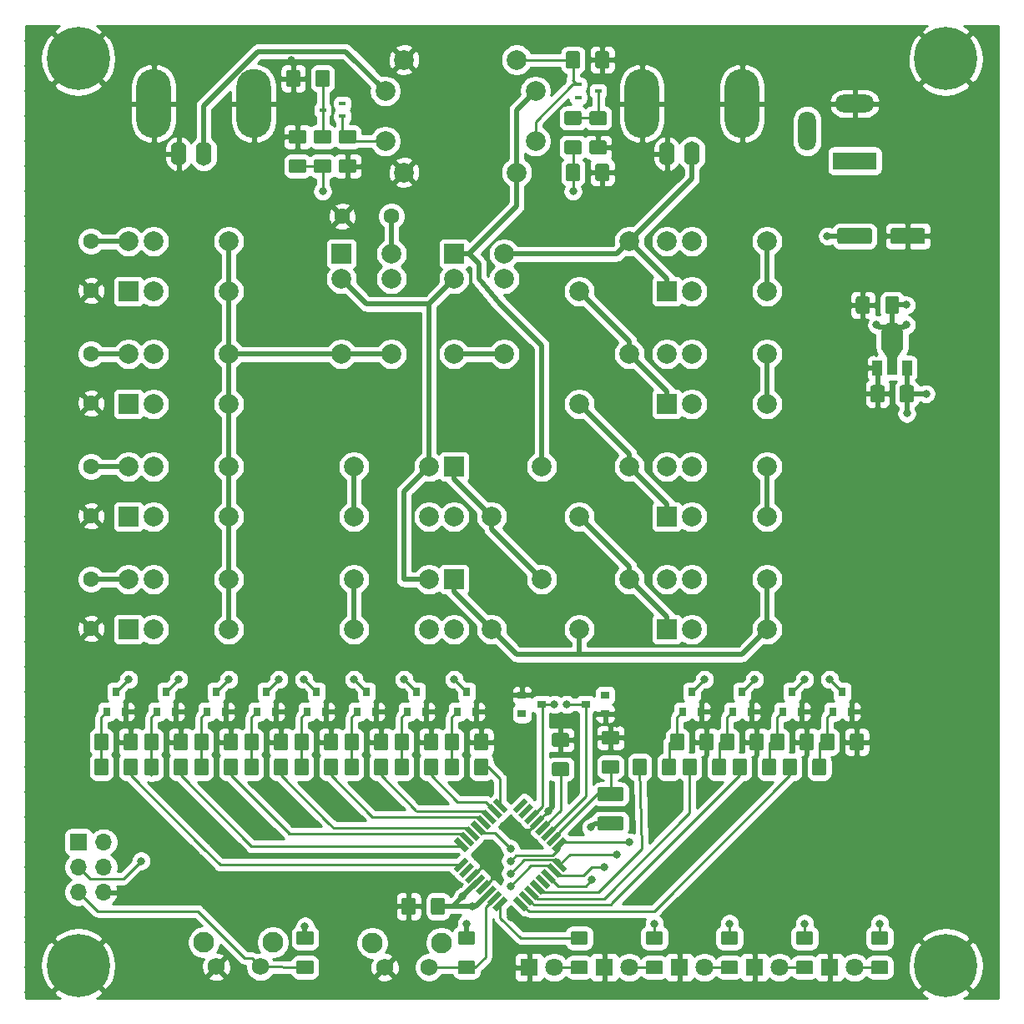
<source format=gbr>
G04 #@! TF.GenerationSoftware,KiCad,Pcbnew,5.1.5+dfsg1-2build2*
G04 #@! TF.CreationDate,2020-12-01T23:40:43+01:00*
G04 #@! TF.ProjectId,ATU,4154552e-6b69-4636-9164-5f7063625858,0*
G04 #@! TF.SameCoordinates,Original*
G04 #@! TF.FileFunction,Copper,L1,Top*
G04 #@! TF.FilePolarity,Positive*
%FSLAX46Y46*%
G04 Gerber Fmt 4.6, Leading zero omitted, Abs format (unit mm)*
G04 Created by KiCad (PCBNEW 5.1.5+dfsg1-2build2) date 2020-12-01 23:40:43*
%MOMM*%
%LPD*%
G04 APERTURE LIST*
%ADD10C,0.100000*%
%ADD11C,1.800000*%
%ADD12R,1.800000X1.800000*%
%ADD13C,2.000000*%
%ADD14R,0.800000X0.900000*%
%ADD15R,2.000000X2.000000*%
%ADD16C,1.600000*%
%ADD17C,0.800000*%
%ADD18C,6.400000*%
%ADD19R,2.200000X1.840000*%
%ADD20R,1.000000X1.500000*%
%ADD21R,1.000000X1.800000*%
%ADD22C,2.100000*%
%ADD23C,1.750000*%
%ADD24O,1.700000X1.700000*%
%ADD25R,1.700000X1.700000*%
%ADD26R,4.400000X1.800000*%
%ADD27O,4.000000X1.800000*%
%ADD28O,1.800000X4.000000*%
%ADD29O,1.600000X2.500000*%
%ADD30O,3.500000X7.000000*%
%ADD31R,0.700000X0.450000*%
%ADD32R,0.900000X0.800000*%
%ADD33C,0.250000*%
%ADD34C,0.500000*%
%ADD35C,0.254000*%
G04 APERTURE END LIST*
G04 #@! TA.AperFunction,SMDPad,CuDef*
D10*
G36*
X96469504Y-137478704D02*
G01*
X96493773Y-137482304D01*
X96517571Y-137488265D01*
X96540671Y-137496530D01*
X96562849Y-137507020D01*
X96583893Y-137519633D01*
X96603598Y-137534247D01*
X96621777Y-137550723D01*
X96638253Y-137568902D01*
X96652867Y-137588607D01*
X96665480Y-137609651D01*
X96675970Y-137631829D01*
X96684235Y-137654929D01*
X96690196Y-137678727D01*
X96693796Y-137702996D01*
X96695000Y-137727500D01*
X96695000Y-138652500D01*
X96693796Y-138677004D01*
X96690196Y-138701273D01*
X96684235Y-138725071D01*
X96675970Y-138748171D01*
X96665480Y-138770349D01*
X96652867Y-138791393D01*
X96638253Y-138811098D01*
X96621777Y-138829277D01*
X96603598Y-138845753D01*
X96583893Y-138860367D01*
X96562849Y-138872980D01*
X96540671Y-138883470D01*
X96517571Y-138891735D01*
X96493773Y-138897696D01*
X96469504Y-138901296D01*
X96445000Y-138902500D01*
X95195000Y-138902500D01*
X95170496Y-138901296D01*
X95146227Y-138897696D01*
X95122429Y-138891735D01*
X95099329Y-138883470D01*
X95077151Y-138872980D01*
X95056107Y-138860367D01*
X95036402Y-138845753D01*
X95018223Y-138829277D01*
X95001747Y-138811098D01*
X94987133Y-138791393D01*
X94974520Y-138770349D01*
X94964030Y-138748171D01*
X94955765Y-138725071D01*
X94949804Y-138701273D01*
X94946204Y-138677004D01*
X94945000Y-138652500D01*
X94945000Y-137727500D01*
X94946204Y-137702996D01*
X94949804Y-137678727D01*
X94955765Y-137654929D01*
X94964030Y-137631829D01*
X94974520Y-137609651D01*
X94987133Y-137588607D01*
X95001747Y-137568902D01*
X95018223Y-137550723D01*
X95036402Y-137534247D01*
X95056107Y-137519633D01*
X95077151Y-137507020D01*
X95099329Y-137496530D01*
X95122429Y-137488265D01*
X95146227Y-137482304D01*
X95170496Y-137478704D01*
X95195000Y-137477500D01*
X96445000Y-137477500D01*
X96469504Y-137478704D01*
G37*
G04 #@! TD.AperFunction*
G04 #@! TA.AperFunction,SMDPad,CuDef*
G36*
X96469504Y-134503704D02*
G01*
X96493773Y-134507304D01*
X96517571Y-134513265D01*
X96540671Y-134521530D01*
X96562849Y-134532020D01*
X96583893Y-134544633D01*
X96603598Y-134559247D01*
X96621777Y-134575723D01*
X96638253Y-134593902D01*
X96652867Y-134613607D01*
X96665480Y-134634651D01*
X96675970Y-134656829D01*
X96684235Y-134679929D01*
X96690196Y-134703727D01*
X96693796Y-134727996D01*
X96695000Y-134752500D01*
X96695000Y-135677500D01*
X96693796Y-135702004D01*
X96690196Y-135726273D01*
X96684235Y-135750071D01*
X96675970Y-135773171D01*
X96665480Y-135795349D01*
X96652867Y-135816393D01*
X96638253Y-135836098D01*
X96621777Y-135854277D01*
X96603598Y-135870753D01*
X96583893Y-135885367D01*
X96562849Y-135897980D01*
X96540671Y-135908470D01*
X96517571Y-135916735D01*
X96493773Y-135922696D01*
X96469504Y-135926296D01*
X96445000Y-135927500D01*
X95195000Y-135927500D01*
X95170496Y-135926296D01*
X95146227Y-135922696D01*
X95122429Y-135916735D01*
X95099329Y-135908470D01*
X95077151Y-135897980D01*
X95056107Y-135885367D01*
X95036402Y-135870753D01*
X95018223Y-135854277D01*
X95001747Y-135836098D01*
X94987133Y-135816393D01*
X94974520Y-135795349D01*
X94964030Y-135773171D01*
X94955765Y-135750071D01*
X94949804Y-135726273D01*
X94946204Y-135702004D01*
X94945000Y-135677500D01*
X94945000Y-134752500D01*
X94946204Y-134727996D01*
X94949804Y-134703727D01*
X94955765Y-134679929D01*
X94964030Y-134656829D01*
X94974520Y-134634651D01*
X94987133Y-134613607D01*
X95001747Y-134593902D01*
X95018223Y-134575723D01*
X95036402Y-134559247D01*
X95056107Y-134544633D01*
X95077151Y-134532020D01*
X95099329Y-134521530D01*
X95122429Y-134513265D01*
X95146227Y-134507304D01*
X95170496Y-134503704D01*
X95195000Y-134502500D01*
X96445000Y-134502500D01*
X96469504Y-134503704D01*
G37*
G04 #@! TD.AperFunction*
D11*
X93280000Y-138190000D03*
D12*
X90740000Y-138190000D03*
D13*
X76135000Y-49290000D03*
X78040000Y-46115000D03*
X89470000Y-46115000D03*
X91375000Y-49290000D03*
X89470000Y-57545000D03*
X91375000Y-54370000D03*
X76135000Y-54370000D03*
X78040000Y-57545000D03*
G04 #@! TA.AperFunction,SMDPad,CuDef*
D10*
G36*
X84610037Y-126105926D02*
G01*
X84221128Y-126494835D01*
X83089757Y-125363464D01*
X83478666Y-124974555D01*
X84610037Y-126105926D01*
G37*
G04 #@! TD.AperFunction*
G04 #@! TA.AperFunction,SMDPad,CuDef*
G36*
X85175723Y-125540241D02*
G01*
X84786814Y-125929150D01*
X83655443Y-124797779D01*
X84044352Y-124408870D01*
X85175723Y-125540241D01*
G37*
G04 #@! TD.AperFunction*
G04 #@! TA.AperFunction,SMDPad,CuDef*
G36*
X85741408Y-124974555D02*
G01*
X85352499Y-125363464D01*
X84221128Y-124232093D01*
X84610037Y-123843184D01*
X85741408Y-124974555D01*
G37*
G04 #@! TD.AperFunction*
G04 #@! TA.AperFunction,SMDPad,CuDef*
G36*
X86307093Y-124408870D02*
G01*
X85918184Y-124797779D01*
X84786813Y-123666408D01*
X85175722Y-123277499D01*
X86307093Y-124408870D01*
G37*
G04 #@! TD.AperFunction*
G04 #@! TA.AperFunction,SMDPad,CuDef*
G36*
X86872779Y-123843184D02*
G01*
X86483870Y-124232093D01*
X85352499Y-123100722D01*
X85741408Y-122711813D01*
X86872779Y-123843184D01*
G37*
G04 #@! TD.AperFunction*
G04 #@! TA.AperFunction,SMDPad,CuDef*
G36*
X87438464Y-123277499D02*
G01*
X87049555Y-123666408D01*
X85918184Y-122535037D01*
X86307093Y-122146128D01*
X87438464Y-123277499D01*
G37*
G04 #@! TD.AperFunction*
G04 #@! TA.AperFunction,SMDPad,CuDef*
G36*
X88004150Y-122711814D02*
G01*
X87615241Y-123100723D01*
X86483870Y-121969352D01*
X86872779Y-121580443D01*
X88004150Y-122711814D01*
G37*
G04 #@! TD.AperFunction*
G04 #@! TA.AperFunction,SMDPad,CuDef*
G36*
X88569835Y-122146128D02*
G01*
X88180926Y-122535037D01*
X87049555Y-121403666D01*
X87438464Y-121014757D01*
X88569835Y-122146128D01*
G37*
G04 #@! TD.AperFunction*
G04 #@! TA.AperFunction,SMDPad,CuDef*
G36*
X89489074Y-122535037D02*
G01*
X89100165Y-122146128D01*
X90231536Y-121014757D01*
X90620445Y-121403666D01*
X89489074Y-122535037D01*
G37*
G04 #@! TD.AperFunction*
G04 #@! TA.AperFunction,SMDPad,CuDef*
G36*
X90054759Y-123100723D02*
G01*
X89665850Y-122711814D01*
X90797221Y-121580443D01*
X91186130Y-121969352D01*
X90054759Y-123100723D01*
G37*
G04 #@! TD.AperFunction*
G04 #@! TA.AperFunction,SMDPad,CuDef*
G36*
X90620445Y-123666408D02*
G01*
X90231536Y-123277499D01*
X91362907Y-122146128D01*
X91751816Y-122535037D01*
X90620445Y-123666408D01*
G37*
G04 #@! TD.AperFunction*
G04 #@! TA.AperFunction,SMDPad,CuDef*
G36*
X91186130Y-124232093D02*
G01*
X90797221Y-123843184D01*
X91928592Y-122711813D01*
X92317501Y-123100722D01*
X91186130Y-124232093D01*
G37*
G04 #@! TD.AperFunction*
G04 #@! TA.AperFunction,SMDPad,CuDef*
G36*
X91751816Y-124797779D02*
G01*
X91362907Y-124408870D01*
X92494278Y-123277499D01*
X92883187Y-123666408D01*
X91751816Y-124797779D01*
G37*
G04 #@! TD.AperFunction*
G04 #@! TA.AperFunction,SMDPad,CuDef*
G36*
X92317501Y-125363464D02*
G01*
X91928592Y-124974555D01*
X93059963Y-123843184D01*
X93448872Y-124232093D01*
X92317501Y-125363464D01*
G37*
G04 #@! TD.AperFunction*
G04 #@! TA.AperFunction,SMDPad,CuDef*
G36*
X92883186Y-125929150D02*
G01*
X92494277Y-125540241D01*
X93625648Y-124408870D01*
X94014557Y-124797779D01*
X92883186Y-125929150D01*
G37*
G04 #@! TD.AperFunction*
G04 #@! TA.AperFunction,SMDPad,CuDef*
G36*
X93448872Y-126494835D02*
G01*
X93059963Y-126105926D01*
X94191334Y-124974555D01*
X94580243Y-125363464D01*
X93448872Y-126494835D01*
G37*
G04 #@! TD.AperFunction*
G04 #@! TA.AperFunction,SMDPad,CuDef*
G36*
X94580243Y-128156536D02*
G01*
X94191334Y-128545445D01*
X93059963Y-127414074D01*
X93448872Y-127025165D01*
X94580243Y-128156536D01*
G37*
G04 #@! TD.AperFunction*
G04 #@! TA.AperFunction,SMDPad,CuDef*
G36*
X94014557Y-128722221D02*
G01*
X93625648Y-129111130D01*
X92494277Y-127979759D01*
X92883186Y-127590850D01*
X94014557Y-128722221D01*
G37*
G04 #@! TD.AperFunction*
G04 #@! TA.AperFunction,SMDPad,CuDef*
G36*
X93448872Y-129287907D02*
G01*
X93059963Y-129676816D01*
X91928592Y-128545445D01*
X92317501Y-128156536D01*
X93448872Y-129287907D01*
G37*
G04 #@! TD.AperFunction*
G04 #@! TA.AperFunction,SMDPad,CuDef*
G36*
X92883187Y-129853592D02*
G01*
X92494278Y-130242501D01*
X91362907Y-129111130D01*
X91751816Y-128722221D01*
X92883187Y-129853592D01*
G37*
G04 #@! TD.AperFunction*
G04 #@! TA.AperFunction,SMDPad,CuDef*
G36*
X92317501Y-130419278D02*
G01*
X91928592Y-130808187D01*
X90797221Y-129676816D01*
X91186130Y-129287907D01*
X92317501Y-130419278D01*
G37*
G04 #@! TD.AperFunction*
G04 #@! TA.AperFunction,SMDPad,CuDef*
G36*
X91751816Y-130984963D02*
G01*
X91362907Y-131373872D01*
X90231536Y-130242501D01*
X90620445Y-129853592D01*
X91751816Y-130984963D01*
G37*
G04 #@! TD.AperFunction*
G04 #@! TA.AperFunction,SMDPad,CuDef*
G36*
X91186130Y-131550648D02*
G01*
X90797221Y-131939557D01*
X89665850Y-130808186D01*
X90054759Y-130419277D01*
X91186130Y-131550648D01*
G37*
G04 #@! TD.AperFunction*
G04 #@! TA.AperFunction,SMDPad,CuDef*
G36*
X90620445Y-132116334D02*
G01*
X90231536Y-132505243D01*
X89100165Y-131373872D01*
X89489074Y-130984963D01*
X90620445Y-132116334D01*
G37*
G04 #@! TD.AperFunction*
G04 #@! TA.AperFunction,SMDPad,CuDef*
G36*
X87438464Y-132505243D02*
G01*
X87049555Y-132116334D01*
X88180926Y-130984963D01*
X88569835Y-131373872D01*
X87438464Y-132505243D01*
G37*
G04 #@! TD.AperFunction*
G04 #@! TA.AperFunction,SMDPad,CuDef*
G36*
X86872779Y-131939557D02*
G01*
X86483870Y-131550648D01*
X87615241Y-130419277D01*
X88004150Y-130808186D01*
X86872779Y-131939557D01*
G37*
G04 #@! TD.AperFunction*
G04 #@! TA.AperFunction,SMDPad,CuDef*
G36*
X86307093Y-131373872D02*
G01*
X85918184Y-130984963D01*
X87049555Y-129853592D01*
X87438464Y-130242501D01*
X86307093Y-131373872D01*
G37*
G04 #@! TD.AperFunction*
G04 #@! TA.AperFunction,SMDPad,CuDef*
G36*
X85741408Y-130808187D02*
G01*
X85352499Y-130419278D01*
X86483870Y-129287907D01*
X86872779Y-129676816D01*
X85741408Y-130808187D01*
G37*
G04 #@! TD.AperFunction*
G04 #@! TA.AperFunction,SMDPad,CuDef*
G36*
X85175722Y-130242501D02*
G01*
X84786813Y-129853592D01*
X85918184Y-128722221D01*
X86307093Y-129111130D01*
X85175722Y-130242501D01*
G37*
G04 #@! TD.AperFunction*
G04 #@! TA.AperFunction,SMDPad,CuDef*
G36*
X84610037Y-129676816D02*
G01*
X84221128Y-129287907D01*
X85352499Y-128156536D01*
X85741408Y-128545445D01*
X84610037Y-129676816D01*
G37*
G04 #@! TD.AperFunction*
G04 #@! TA.AperFunction,SMDPad,CuDef*
G36*
X84044352Y-129111130D02*
G01*
X83655443Y-128722221D01*
X84786814Y-127590850D01*
X85175723Y-127979759D01*
X84044352Y-129111130D01*
G37*
G04 #@! TD.AperFunction*
G04 #@! TA.AperFunction,SMDPad,CuDef*
G36*
X83478666Y-128545445D02*
G01*
X83089757Y-128156536D01*
X84221128Y-127025165D01*
X84610037Y-127414074D01*
X83478666Y-128545445D01*
G37*
G04 #@! TD.AperFunction*
G04 #@! TA.AperFunction,SMDPad,CuDef*
G36*
X73229504Y-116996204D02*
G01*
X73253773Y-116999804D01*
X73277571Y-117005765D01*
X73300671Y-117014030D01*
X73322849Y-117024520D01*
X73343893Y-117037133D01*
X73363598Y-117051747D01*
X73381777Y-117068223D01*
X73398253Y-117086402D01*
X73412867Y-117106107D01*
X73425480Y-117127151D01*
X73435970Y-117149329D01*
X73444235Y-117172429D01*
X73450196Y-117196227D01*
X73453796Y-117220496D01*
X73455000Y-117245000D01*
X73455000Y-118495000D01*
X73453796Y-118519504D01*
X73450196Y-118543773D01*
X73444235Y-118567571D01*
X73435970Y-118590671D01*
X73425480Y-118612849D01*
X73412867Y-118633893D01*
X73398253Y-118653598D01*
X73381777Y-118671777D01*
X73363598Y-118688253D01*
X73343893Y-118702867D01*
X73322849Y-118715480D01*
X73300671Y-118725970D01*
X73277571Y-118734235D01*
X73253773Y-118740196D01*
X73229504Y-118743796D01*
X73205000Y-118745000D01*
X72280000Y-118745000D01*
X72255496Y-118743796D01*
X72231227Y-118740196D01*
X72207429Y-118734235D01*
X72184329Y-118725970D01*
X72162151Y-118715480D01*
X72141107Y-118702867D01*
X72121402Y-118688253D01*
X72103223Y-118671777D01*
X72086747Y-118653598D01*
X72072133Y-118633893D01*
X72059520Y-118612849D01*
X72049030Y-118590671D01*
X72040765Y-118567571D01*
X72034804Y-118543773D01*
X72031204Y-118519504D01*
X72030000Y-118495000D01*
X72030000Y-117245000D01*
X72031204Y-117220496D01*
X72034804Y-117196227D01*
X72040765Y-117172429D01*
X72049030Y-117149329D01*
X72059520Y-117127151D01*
X72072133Y-117106107D01*
X72086747Y-117086402D01*
X72103223Y-117068223D01*
X72121402Y-117051747D01*
X72141107Y-117037133D01*
X72162151Y-117024520D01*
X72184329Y-117014030D01*
X72207429Y-117005765D01*
X72231227Y-116999804D01*
X72255496Y-116996204D01*
X72280000Y-116995000D01*
X73205000Y-116995000D01*
X73229504Y-116996204D01*
G37*
G04 #@! TD.AperFunction*
G04 #@! TA.AperFunction,SMDPad,CuDef*
G36*
X76204504Y-116996204D02*
G01*
X76228773Y-116999804D01*
X76252571Y-117005765D01*
X76275671Y-117014030D01*
X76297849Y-117024520D01*
X76318893Y-117037133D01*
X76338598Y-117051747D01*
X76356777Y-117068223D01*
X76373253Y-117086402D01*
X76387867Y-117106107D01*
X76400480Y-117127151D01*
X76410970Y-117149329D01*
X76419235Y-117172429D01*
X76425196Y-117196227D01*
X76428796Y-117220496D01*
X76430000Y-117245000D01*
X76430000Y-118495000D01*
X76428796Y-118519504D01*
X76425196Y-118543773D01*
X76419235Y-118567571D01*
X76410970Y-118590671D01*
X76400480Y-118612849D01*
X76387867Y-118633893D01*
X76373253Y-118653598D01*
X76356777Y-118671777D01*
X76338598Y-118688253D01*
X76318893Y-118702867D01*
X76297849Y-118715480D01*
X76275671Y-118725970D01*
X76252571Y-118734235D01*
X76228773Y-118740196D01*
X76204504Y-118743796D01*
X76180000Y-118745000D01*
X75255000Y-118745000D01*
X75230496Y-118743796D01*
X75206227Y-118740196D01*
X75182429Y-118734235D01*
X75159329Y-118725970D01*
X75137151Y-118715480D01*
X75116107Y-118702867D01*
X75096402Y-118688253D01*
X75078223Y-118671777D01*
X75061747Y-118653598D01*
X75047133Y-118633893D01*
X75034520Y-118612849D01*
X75024030Y-118590671D01*
X75015765Y-118567571D01*
X75009804Y-118543773D01*
X75006204Y-118519504D01*
X75005000Y-118495000D01*
X75005000Y-117245000D01*
X75006204Y-117220496D01*
X75009804Y-117196227D01*
X75015765Y-117172429D01*
X75024030Y-117149329D01*
X75034520Y-117127151D01*
X75047133Y-117106107D01*
X75061747Y-117086402D01*
X75078223Y-117068223D01*
X75096402Y-117051747D01*
X75116107Y-117037133D01*
X75137151Y-117024520D01*
X75159329Y-117014030D01*
X75182429Y-117005765D01*
X75206227Y-116999804D01*
X75230496Y-116996204D01*
X75255000Y-116995000D01*
X76180000Y-116995000D01*
X76204504Y-116996204D01*
G37*
G04 #@! TD.AperFunction*
G04 #@! TA.AperFunction,SMDPad,CuDef*
G36*
X120654504Y-116996204D02*
G01*
X120678773Y-116999804D01*
X120702571Y-117005765D01*
X120725671Y-117014030D01*
X120747849Y-117024520D01*
X120768893Y-117037133D01*
X120788598Y-117051747D01*
X120806777Y-117068223D01*
X120823253Y-117086402D01*
X120837867Y-117106107D01*
X120850480Y-117127151D01*
X120860970Y-117149329D01*
X120869235Y-117172429D01*
X120875196Y-117196227D01*
X120878796Y-117220496D01*
X120880000Y-117245000D01*
X120880000Y-118495000D01*
X120878796Y-118519504D01*
X120875196Y-118543773D01*
X120869235Y-118567571D01*
X120860970Y-118590671D01*
X120850480Y-118612849D01*
X120837867Y-118633893D01*
X120823253Y-118653598D01*
X120806777Y-118671777D01*
X120788598Y-118688253D01*
X120768893Y-118702867D01*
X120747849Y-118715480D01*
X120725671Y-118725970D01*
X120702571Y-118734235D01*
X120678773Y-118740196D01*
X120654504Y-118743796D01*
X120630000Y-118745000D01*
X119705000Y-118745000D01*
X119680496Y-118743796D01*
X119656227Y-118740196D01*
X119632429Y-118734235D01*
X119609329Y-118725970D01*
X119587151Y-118715480D01*
X119566107Y-118702867D01*
X119546402Y-118688253D01*
X119528223Y-118671777D01*
X119511747Y-118653598D01*
X119497133Y-118633893D01*
X119484520Y-118612849D01*
X119474030Y-118590671D01*
X119465765Y-118567571D01*
X119459804Y-118543773D01*
X119456204Y-118519504D01*
X119455000Y-118495000D01*
X119455000Y-117245000D01*
X119456204Y-117220496D01*
X119459804Y-117196227D01*
X119465765Y-117172429D01*
X119474030Y-117149329D01*
X119484520Y-117127151D01*
X119497133Y-117106107D01*
X119511747Y-117086402D01*
X119528223Y-117068223D01*
X119546402Y-117051747D01*
X119566107Y-117037133D01*
X119587151Y-117024520D01*
X119609329Y-117014030D01*
X119632429Y-117005765D01*
X119656227Y-116999804D01*
X119680496Y-116996204D01*
X119705000Y-116995000D01*
X120630000Y-116995000D01*
X120654504Y-116996204D01*
G37*
G04 #@! TD.AperFunction*
G04 #@! TA.AperFunction,SMDPad,CuDef*
G36*
X117679504Y-116996204D02*
G01*
X117703773Y-116999804D01*
X117727571Y-117005765D01*
X117750671Y-117014030D01*
X117772849Y-117024520D01*
X117793893Y-117037133D01*
X117813598Y-117051747D01*
X117831777Y-117068223D01*
X117848253Y-117086402D01*
X117862867Y-117106107D01*
X117875480Y-117127151D01*
X117885970Y-117149329D01*
X117894235Y-117172429D01*
X117900196Y-117196227D01*
X117903796Y-117220496D01*
X117905000Y-117245000D01*
X117905000Y-118495000D01*
X117903796Y-118519504D01*
X117900196Y-118543773D01*
X117894235Y-118567571D01*
X117885970Y-118590671D01*
X117875480Y-118612849D01*
X117862867Y-118633893D01*
X117848253Y-118653598D01*
X117831777Y-118671777D01*
X117813598Y-118688253D01*
X117793893Y-118702867D01*
X117772849Y-118715480D01*
X117750671Y-118725970D01*
X117727571Y-118734235D01*
X117703773Y-118740196D01*
X117679504Y-118743796D01*
X117655000Y-118745000D01*
X116730000Y-118745000D01*
X116705496Y-118743796D01*
X116681227Y-118740196D01*
X116657429Y-118734235D01*
X116634329Y-118725970D01*
X116612151Y-118715480D01*
X116591107Y-118702867D01*
X116571402Y-118688253D01*
X116553223Y-118671777D01*
X116536747Y-118653598D01*
X116522133Y-118633893D01*
X116509520Y-118612849D01*
X116499030Y-118590671D01*
X116490765Y-118567571D01*
X116484804Y-118543773D01*
X116481204Y-118519504D01*
X116480000Y-118495000D01*
X116480000Y-117245000D01*
X116481204Y-117220496D01*
X116484804Y-117196227D01*
X116490765Y-117172429D01*
X116499030Y-117149329D01*
X116509520Y-117127151D01*
X116522133Y-117106107D01*
X116536747Y-117086402D01*
X116553223Y-117068223D01*
X116571402Y-117051747D01*
X116591107Y-117037133D01*
X116612151Y-117024520D01*
X116634329Y-117014030D01*
X116657429Y-117005765D01*
X116681227Y-116999804D01*
X116705496Y-116996204D01*
X116730000Y-116995000D01*
X117655000Y-116995000D01*
X117679504Y-116996204D01*
G37*
G04 #@! TD.AperFunction*
G04 #@! TA.AperFunction,SMDPad,CuDef*
G36*
X73229504Y-114456204D02*
G01*
X73253773Y-114459804D01*
X73277571Y-114465765D01*
X73300671Y-114474030D01*
X73322849Y-114484520D01*
X73343893Y-114497133D01*
X73363598Y-114511747D01*
X73381777Y-114528223D01*
X73398253Y-114546402D01*
X73412867Y-114566107D01*
X73425480Y-114587151D01*
X73435970Y-114609329D01*
X73444235Y-114632429D01*
X73450196Y-114656227D01*
X73453796Y-114680496D01*
X73455000Y-114705000D01*
X73455000Y-115955000D01*
X73453796Y-115979504D01*
X73450196Y-116003773D01*
X73444235Y-116027571D01*
X73435970Y-116050671D01*
X73425480Y-116072849D01*
X73412867Y-116093893D01*
X73398253Y-116113598D01*
X73381777Y-116131777D01*
X73363598Y-116148253D01*
X73343893Y-116162867D01*
X73322849Y-116175480D01*
X73300671Y-116185970D01*
X73277571Y-116194235D01*
X73253773Y-116200196D01*
X73229504Y-116203796D01*
X73205000Y-116205000D01*
X72280000Y-116205000D01*
X72255496Y-116203796D01*
X72231227Y-116200196D01*
X72207429Y-116194235D01*
X72184329Y-116185970D01*
X72162151Y-116175480D01*
X72141107Y-116162867D01*
X72121402Y-116148253D01*
X72103223Y-116131777D01*
X72086747Y-116113598D01*
X72072133Y-116093893D01*
X72059520Y-116072849D01*
X72049030Y-116050671D01*
X72040765Y-116027571D01*
X72034804Y-116003773D01*
X72031204Y-115979504D01*
X72030000Y-115955000D01*
X72030000Y-114705000D01*
X72031204Y-114680496D01*
X72034804Y-114656227D01*
X72040765Y-114632429D01*
X72049030Y-114609329D01*
X72059520Y-114587151D01*
X72072133Y-114566107D01*
X72086747Y-114546402D01*
X72103223Y-114528223D01*
X72121402Y-114511747D01*
X72141107Y-114497133D01*
X72162151Y-114484520D01*
X72184329Y-114474030D01*
X72207429Y-114465765D01*
X72231227Y-114459804D01*
X72255496Y-114456204D01*
X72280000Y-114455000D01*
X73205000Y-114455000D01*
X73229504Y-114456204D01*
G37*
G04 #@! TD.AperFunction*
G04 #@! TA.AperFunction,SMDPad,CuDef*
G36*
X76204504Y-114456204D02*
G01*
X76228773Y-114459804D01*
X76252571Y-114465765D01*
X76275671Y-114474030D01*
X76297849Y-114484520D01*
X76318893Y-114497133D01*
X76338598Y-114511747D01*
X76356777Y-114528223D01*
X76373253Y-114546402D01*
X76387867Y-114566107D01*
X76400480Y-114587151D01*
X76410970Y-114609329D01*
X76419235Y-114632429D01*
X76425196Y-114656227D01*
X76428796Y-114680496D01*
X76430000Y-114705000D01*
X76430000Y-115955000D01*
X76428796Y-115979504D01*
X76425196Y-116003773D01*
X76419235Y-116027571D01*
X76410970Y-116050671D01*
X76400480Y-116072849D01*
X76387867Y-116093893D01*
X76373253Y-116113598D01*
X76356777Y-116131777D01*
X76338598Y-116148253D01*
X76318893Y-116162867D01*
X76297849Y-116175480D01*
X76275671Y-116185970D01*
X76252571Y-116194235D01*
X76228773Y-116200196D01*
X76204504Y-116203796D01*
X76180000Y-116205000D01*
X75255000Y-116205000D01*
X75230496Y-116203796D01*
X75206227Y-116200196D01*
X75182429Y-116194235D01*
X75159329Y-116185970D01*
X75137151Y-116175480D01*
X75116107Y-116162867D01*
X75096402Y-116148253D01*
X75078223Y-116131777D01*
X75061747Y-116113598D01*
X75047133Y-116093893D01*
X75034520Y-116072849D01*
X75024030Y-116050671D01*
X75015765Y-116027571D01*
X75009804Y-116003773D01*
X75006204Y-115979504D01*
X75005000Y-115955000D01*
X75005000Y-114705000D01*
X75006204Y-114680496D01*
X75009804Y-114656227D01*
X75015765Y-114632429D01*
X75024030Y-114609329D01*
X75034520Y-114587151D01*
X75047133Y-114566107D01*
X75061747Y-114546402D01*
X75078223Y-114528223D01*
X75096402Y-114511747D01*
X75116107Y-114497133D01*
X75137151Y-114484520D01*
X75159329Y-114474030D01*
X75182429Y-114465765D01*
X75206227Y-114459804D01*
X75230496Y-114456204D01*
X75255000Y-114455000D01*
X76180000Y-114455000D01*
X76204504Y-114456204D01*
G37*
G04 #@! TD.AperFunction*
G04 #@! TA.AperFunction,SMDPad,CuDef*
G36*
X121489504Y-114456204D02*
G01*
X121513773Y-114459804D01*
X121537571Y-114465765D01*
X121560671Y-114474030D01*
X121582849Y-114484520D01*
X121603893Y-114497133D01*
X121623598Y-114511747D01*
X121641777Y-114528223D01*
X121658253Y-114546402D01*
X121672867Y-114566107D01*
X121685480Y-114587151D01*
X121695970Y-114609329D01*
X121704235Y-114632429D01*
X121710196Y-114656227D01*
X121713796Y-114680496D01*
X121715000Y-114705000D01*
X121715000Y-115955000D01*
X121713796Y-115979504D01*
X121710196Y-116003773D01*
X121704235Y-116027571D01*
X121695970Y-116050671D01*
X121685480Y-116072849D01*
X121672867Y-116093893D01*
X121658253Y-116113598D01*
X121641777Y-116131777D01*
X121623598Y-116148253D01*
X121603893Y-116162867D01*
X121582849Y-116175480D01*
X121560671Y-116185970D01*
X121537571Y-116194235D01*
X121513773Y-116200196D01*
X121489504Y-116203796D01*
X121465000Y-116205000D01*
X120540000Y-116205000D01*
X120515496Y-116203796D01*
X120491227Y-116200196D01*
X120467429Y-116194235D01*
X120444329Y-116185970D01*
X120422151Y-116175480D01*
X120401107Y-116162867D01*
X120381402Y-116148253D01*
X120363223Y-116131777D01*
X120346747Y-116113598D01*
X120332133Y-116093893D01*
X120319520Y-116072849D01*
X120309030Y-116050671D01*
X120300765Y-116027571D01*
X120294804Y-116003773D01*
X120291204Y-115979504D01*
X120290000Y-115955000D01*
X120290000Y-114705000D01*
X120291204Y-114680496D01*
X120294804Y-114656227D01*
X120300765Y-114632429D01*
X120309030Y-114609329D01*
X120319520Y-114587151D01*
X120332133Y-114566107D01*
X120346747Y-114546402D01*
X120363223Y-114528223D01*
X120381402Y-114511747D01*
X120401107Y-114497133D01*
X120422151Y-114484520D01*
X120444329Y-114474030D01*
X120467429Y-114465765D01*
X120491227Y-114459804D01*
X120515496Y-114456204D01*
X120540000Y-114455000D01*
X121465000Y-114455000D01*
X121489504Y-114456204D01*
G37*
G04 #@! TD.AperFunction*
G04 #@! TA.AperFunction,SMDPad,CuDef*
G36*
X124464504Y-114456204D02*
G01*
X124488773Y-114459804D01*
X124512571Y-114465765D01*
X124535671Y-114474030D01*
X124557849Y-114484520D01*
X124578893Y-114497133D01*
X124598598Y-114511747D01*
X124616777Y-114528223D01*
X124633253Y-114546402D01*
X124647867Y-114566107D01*
X124660480Y-114587151D01*
X124670970Y-114609329D01*
X124679235Y-114632429D01*
X124685196Y-114656227D01*
X124688796Y-114680496D01*
X124690000Y-114705000D01*
X124690000Y-115955000D01*
X124688796Y-115979504D01*
X124685196Y-116003773D01*
X124679235Y-116027571D01*
X124670970Y-116050671D01*
X124660480Y-116072849D01*
X124647867Y-116093893D01*
X124633253Y-116113598D01*
X124616777Y-116131777D01*
X124598598Y-116148253D01*
X124578893Y-116162867D01*
X124557849Y-116175480D01*
X124535671Y-116185970D01*
X124512571Y-116194235D01*
X124488773Y-116200196D01*
X124464504Y-116203796D01*
X124440000Y-116205000D01*
X123515000Y-116205000D01*
X123490496Y-116203796D01*
X123466227Y-116200196D01*
X123442429Y-116194235D01*
X123419329Y-116185970D01*
X123397151Y-116175480D01*
X123376107Y-116162867D01*
X123356402Y-116148253D01*
X123338223Y-116131777D01*
X123321747Y-116113598D01*
X123307133Y-116093893D01*
X123294520Y-116072849D01*
X123284030Y-116050671D01*
X123275765Y-116027571D01*
X123269804Y-116003773D01*
X123266204Y-115979504D01*
X123265000Y-115955000D01*
X123265000Y-114705000D01*
X123266204Y-114680496D01*
X123269804Y-114656227D01*
X123275765Y-114632429D01*
X123284030Y-114609329D01*
X123294520Y-114587151D01*
X123307133Y-114566107D01*
X123321747Y-114546402D01*
X123338223Y-114528223D01*
X123356402Y-114511747D01*
X123376107Y-114497133D01*
X123397151Y-114484520D01*
X123419329Y-114474030D01*
X123442429Y-114465765D01*
X123466227Y-114459804D01*
X123490496Y-114456204D01*
X123515000Y-114455000D01*
X124440000Y-114455000D01*
X124464504Y-114456204D01*
G37*
G04 #@! TD.AperFunction*
G04 #@! TA.AperFunction,SMDPad,CuDef*
G36*
X47829504Y-116996204D02*
G01*
X47853773Y-116999804D01*
X47877571Y-117005765D01*
X47900671Y-117014030D01*
X47922849Y-117024520D01*
X47943893Y-117037133D01*
X47963598Y-117051747D01*
X47981777Y-117068223D01*
X47998253Y-117086402D01*
X48012867Y-117106107D01*
X48025480Y-117127151D01*
X48035970Y-117149329D01*
X48044235Y-117172429D01*
X48050196Y-117196227D01*
X48053796Y-117220496D01*
X48055000Y-117245000D01*
X48055000Y-118495000D01*
X48053796Y-118519504D01*
X48050196Y-118543773D01*
X48044235Y-118567571D01*
X48035970Y-118590671D01*
X48025480Y-118612849D01*
X48012867Y-118633893D01*
X47998253Y-118653598D01*
X47981777Y-118671777D01*
X47963598Y-118688253D01*
X47943893Y-118702867D01*
X47922849Y-118715480D01*
X47900671Y-118725970D01*
X47877571Y-118734235D01*
X47853773Y-118740196D01*
X47829504Y-118743796D01*
X47805000Y-118745000D01*
X46880000Y-118745000D01*
X46855496Y-118743796D01*
X46831227Y-118740196D01*
X46807429Y-118734235D01*
X46784329Y-118725970D01*
X46762151Y-118715480D01*
X46741107Y-118702867D01*
X46721402Y-118688253D01*
X46703223Y-118671777D01*
X46686747Y-118653598D01*
X46672133Y-118633893D01*
X46659520Y-118612849D01*
X46649030Y-118590671D01*
X46640765Y-118567571D01*
X46634804Y-118543773D01*
X46631204Y-118519504D01*
X46630000Y-118495000D01*
X46630000Y-117245000D01*
X46631204Y-117220496D01*
X46634804Y-117196227D01*
X46640765Y-117172429D01*
X46649030Y-117149329D01*
X46659520Y-117127151D01*
X46672133Y-117106107D01*
X46686747Y-117086402D01*
X46703223Y-117068223D01*
X46721402Y-117051747D01*
X46741107Y-117037133D01*
X46762151Y-117024520D01*
X46784329Y-117014030D01*
X46807429Y-117005765D01*
X46831227Y-116999804D01*
X46855496Y-116996204D01*
X46880000Y-116995000D01*
X47805000Y-116995000D01*
X47829504Y-116996204D01*
G37*
G04 #@! TD.AperFunction*
G04 #@! TA.AperFunction,SMDPad,CuDef*
G36*
X50804504Y-116996204D02*
G01*
X50828773Y-116999804D01*
X50852571Y-117005765D01*
X50875671Y-117014030D01*
X50897849Y-117024520D01*
X50918893Y-117037133D01*
X50938598Y-117051747D01*
X50956777Y-117068223D01*
X50973253Y-117086402D01*
X50987867Y-117106107D01*
X51000480Y-117127151D01*
X51010970Y-117149329D01*
X51019235Y-117172429D01*
X51025196Y-117196227D01*
X51028796Y-117220496D01*
X51030000Y-117245000D01*
X51030000Y-118495000D01*
X51028796Y-118519504D01*
X51025196Y-118543773D01*
X51019235Y-118567571D01*
X51010970Y-118590671D01*
X51000480Y-118612849D01*
X50987867Y-118633893D01*
X50973253Y-118653598D01*
X50956777Y-118671777D01*
X50938598Y-118688253D01*
X50918893Y-118702867D01*
X50897849Y-118715480D01*
X50875671Y-118725970D01*
X50852571Y-118734235D01*
X50828773Y-118740196D01*
X50804504Y-118743796D01*
X50780000Y-118745000D01*
X49855000Y-118745000D01*
X49830496Y-118743796D01*
X49806227Y-118740196D01*
X49782429Y-118734235D01*
X49759329Y-118725970D01*
X49737151Y-118715480D01*
X49716107Y-118702867D01*
X49696402Y-118688253D01*
X49678223Y-118671777D01*
X49661747Y-118653598D01*
X49647133Y-118633893D01*
X49634520Y-118612849D01*
X49624030Y-118590671D01*
X49615765Y-118567571D01*
X49609804Y-118543773D01*
X49606204Y-118519504D01*
X49605000Y-118495000D01*
X49605000Y-117245000D01*
X49606204Y-117220496D01*
X49609804Y-117196227D01*
X49615765Y-117172429D01*
X49624030Y-117149329D01*
X49634520Y-117127151D01*
X49647133Y-117106107D01*
X49661747Y-117086402D01*
X49678223Y-117068223D01*
X49696402Y-117051747D01*
X49716107Y-117037133D01*
X49737151Y-117024520D01*
X49759329Y-117014030D01*
X49782429Y-117005765D01*
X49806227Y-116999804D01*
X49830496Y-116996204D01*
X49855000Y-116995000D01*
X50780000Y-116995000D01*
X50804504Y-116996204D01*
G37*
G04 #@! TD.AperFunction*
G04 #@! TA.AperFunction,SMDPad,CuDef*
G36*
X115574504Y-116996204D02*
G01*
X115598773Y-116999804D01*
X115622571Y-117005765D01*
X115645671Y-117014030D01*
X115667849Y-117024520D01*
X115688893Y-117037133D01*
X115708598Y-117051747D01*
X115726777Y-117068223D01*
X115743253Y-117086402D01*
X115757867Y-117106107D01*
X115770480Y-117127151D01*
X115780970Y-117149329D01*
X115789235Y-117172429D01*
X115795196Y-117196227D01*
X115798796Y-117220496D01*
X115800000Y-117245000D01*
X115800000Y-118495000D01*
X115798796Y-118519504D01*
X115795196Y-118543773D01*
X115789235Y-118567571D01*
X115780970Y-118590671D01*
X115770480Y-118612849D01*
X115757867Y-118633893D01*
X115743253Y-118653598D01*
X115726777Y-118671777D01*
X115708598Y-118688253D01*
X115688893Y-118702867D01*
X115667849Y-118715480D01*
X115645671Y-118725970D01*
X115622571Y-118734235D01*
X115598773Y-118740196D01*
X115574504Y-118743796D01*
X115550000Y-118745000D01*
X114625000Y-118745000D01*
X114600496Y-118743796D01*
X114576227Y-118740196D01*
X114552429Y-118734235D01*
X114529329Y-118725970D01*
X114507151Y-118715480D01*
X114486107Y-118702867D01*
X114466402Y-118688253D01*
X114448223Y-118671777D01*
X114431747Y-118653598D01*
X114417133Y-118633893D01*
X114404520Y-118612849D01*
X114394030Y-118590671D01*
X114385765Y-118567571D01*
X114379804Y-118543773D01*
X114376204Y-118519504D01*
X114375000Y-118495000D01*
X114375000Y-117245000D01*
X114376204Y-117220496D01*
X114379804Y-117196227D01*
X114385765Y-117172429D01*
X114394030Y-117149329D01*
X114404520Y-117127151D01*
X114417133Y-117106107D01*
X114431747Y-117086402D01*
X114448223Y-117068223D01*
X114466402Y-117051747D01*
X114486107Y-117037133D01*
X114507151Y-117024520D01*
X114529329Y-117014030D01*
X114552429Y-117005765D01*
X114576227Y-116999804D01*
X114600496Y-116996204D01*
X114625000Y-116995000D01*
X115550000Y-116995000D01*
X115574504Y-116996204D01*
G37*
G04 #@! TD.AperFunction*
G04 #@! TA.AperFunction,SMDPad,CuDef*
G36*
X112599504Y-116996204D02*
G01*
X112623773Y-116999804D01*
X112647571Y-117005765D01*
X112670671Y-117014030D01*
X112692849Y-117024520D01*
X112713893Y-117037133D01*
X112733598Y-117051747D01*
X112751777Y-117068223D01*
X112768253Y-117086402D01*
X112782867Y-117106107D01*
X112795480Y-117127151D01*
X112805970Y-117149329D01*
X112814235Y-117172429D01*
X112820196Y-117196227D01*
X112823796Y-117220496D01*
X112825000Y-117245000D01*
X112825000Y-118495000D01*
X112823796Y-118519504D01*
X112820196Y-118543773D01*
X112814235Y-118567571D01*
X112805970Y-118590671D01*
X112795480Y-118612849D01*
X112782867Y-118633893D01*
X112768253Y-118653598D01*
X112751777Y-118671777D01*
X112733598Y-118688253D01*
X112713893Y-118702867D01*
X112692849Y-118715480D01*
X112670671Y-118725970D01*
X112647571Y-118734235D01*
X112623773Y-118740196D01*
X112599504Y-118743796D01*
X112575000Y-118745000D01*
X111650000Y-118745000D01*
X111625496Y-118743796D01*
X111601227Y-118740196D01*
X111577429Y-118734235D01*
X111554329Y-118725970D01*
X111532151Y-118715480D01*
X111511107Y-118702867D01*
X111491402Y-118688253D01*
X111473223Y-118671777D01*
X111456747Y-118653598D01*
X111442133Y-118633893D01*
X111429520Y-118612849D01*
X111419030Y-118590671D01*
X111410765Y-118567571D01*
X111404804Y-118543773D01*
X111401204Y-118519504D01*
X111400000Y-118495000D01*
X111400000Y-117245000D01*
X111401204Y-117220496D01*
X111404804Y-117196227D01*
X111410765Y-117172429D01*
X111419030Y-117149329D01*
X111429520Y-117127151D01*
X111442133Y-117106107D01*
X111456747Y-117086402D01*
X111473223Y-117068223D01*
X111491402Y-117051747D01*
X111511107Y-117037133D01*
X111532151Y-117024520D01*
X111554329Y-117014030D01*
X111577429Y-117005765D01*
X111601227Y-116999804D01*
X111625496Y-116996204D01*
X111650000Y-116995000D01*
X112575000Y-116995000D01*
X112599504Y-116996204D01*
G37*
G04 #@! TD.AperFunction*
G04 #@! TA.AperFunction,SMDPad,CuDef*
G36*
X47829504Y-114456204D02*
G01*
X47853773Y-114459804D01*
X47877571Y-114465765D01*
X47900671Y-114474030D01*
X47922849Y-114484520D01*
X47943893Y-114497133D01*
X47963598Y-114511747D01*
X47981777Y-114528223D01*
X47998253Y-114546402D01*
X48012867Y-114566107D01*
X48025480Y-114587151D01*
X48035970Y-114609329D01*
X48044235Y-114632429D01*
X48050196Y-114656227D01*
X48053796Y-114680496D01*
X48055000Y-114705000D01*
X48055000Y-115955000D01*
X48053796Y-115979504D01*
X48050196Y-116003773D01*
X48044235Y-116027571D01*
X48035970Y-116050671D01*
X48025480Y-116072849D01*
X48012867Y-116093893D01*
X47998253Y-116113598D01*
X47981777Y-116131777D01*
X47963598Y-116148253D01*
X47943893Y-116162867D01*
X47922849Y-116175480D01*
X47900671Y-116185970D01*
X47877571Y-116194235D01*
X47853773Y-116200196D01*
X47829504Y-116203796D01*
X47805000Y-116205000D01*
X46880000Y-116205000D01*
X46855496Y-116203796D01*
X46831227Y-116200196D01*
X46807429Y-116194235D01*
X46784329Y-116185970D01*
X46762151Y-116175480D01*
X46741107Y-116162867D01*
X46721402Y-116148253D01*
X46703223Y-116131777D01*
X46686747Y-116113598D01*
X46672133Y-116093893D01*
X46659520Y-116072849D01*
X46649030Y-116050671D01*
X46640765Y-116027571D01*
X46634804Y-116003773D01*
X46631204Y-115979504D01*
X46630000Y-115955000D01*
X46630000Y-114705000D01*
X46631204Y-114680496D01*
X46634804Y-114656227D01*
X46640765Y-114632429D01*
X46649030Y-114609329D01*
X46659520Y-114587151D01*
X46672133Y-114566107D01*
X46686747Y-114546402D01*
X46703223Y-114528223D01*
X46721402Y-114511747D01*
X46741107Y-114497133D01*
X46762151Y-114484520D01*
X46784329Y-114474030D01*
X46807429Y-114465765D01*
X46831227Y-114459804D01*
X46855496Y-114456204D01*
X46880000Y-114455000D01*
X47805000Y-114455000D01*
X47829504Y-114456204D01*
G37*
G04 #@! TD.AperFunction*
G04 #@! TA.AperFunction,SMDPad,CuDef*
G36*
X50804504Y-114456204D02*
G01*
X50828773Y-114459804D01*
X50852571Y-114465765D01*
X50875671Y-114474030D01*
X50897849Y-114484520D01*
X50918893Y-114497133D01*
X50938598Y-114511747D01*
X50956777Y-114528223D01*
X50973253Y-114546402D01*
X50987867Y-114566107D01*
X51000480Y-114587151D01*
X51010970Y-114609329D01*
X51019235Y-114632429D01*
X51025196Y-114656227D01*
X51028796Y-114680496D01*
X51030000Y-114705000D01*
X51030000Y-115955000D01*
X51028796Y-115979504D01*
X51025196Y-116003773D01*
X51019235Y-116027571D01*
X51010970Y-116050671D01*
X51000480Y-116072849D01*
X50987867Y-116093893D01*
X50973253Y-116113598D01*
X50956777Y-116131777D01*
X50938598Y-116148253D01*
X50918893Y-116162867D01*
X50897849Y-116175480D01*
X50875671Y-116185970D01*
X50852571Y-116194235D01*
X50828773Y-116200196D01*
X50804504Y-116203796D01*
X50780000Y-116205000D01*
X49855000Y-116205000D01*
X49830496Y-116203796D01*
X49806227Y-116200196D01*
X49782429Y-116194235D01*
X49759329Y-116185970D01*
X49737151Y-116175480D01*
X49716107Y-116162867D01*
X49696402Y-116148253D01*
X49678223Y-116131777D01*
X49661747Y-116113598D01*
X49647133Y-116093893D01*
X49634520Y-116072849D01*
X49624030Y-116050671D01*
X49615765Y-116027571D01*
X49609804Y-116003773D01*
X49606204Y-115979504D01*
X49605000Y-115955000D01*
X49605000Y-114705000D01*
X49606204Y-114680496D01*
X49609804Y-114656227D01*
X49615765Y-114632429D01*
X49624030Y-114609329D01*
X49634520Y-114587151D01*
X49647133Y-114566107D01*
X49661747Y-114546402D01*
X49678223Y-114528223D01*
X49696402Y-114511747D01*
X49716107Y-114497133D01*
X49737151Y-114484520D01*
X49759329Y-114474030D01*
X49782429Y-114465765D01*
X49806227Y-114459804D01*
X49830496Y-114456204D01*
X49855000Y-114455000D01*
X50780000Y-114455000D01*
X50804504Y-114456204D01*
G37*
G04 #@! TD.AperFunction*
G04 #@! TA.AperFunction,SMDPad,CuDef*
G36*
X116409504Y-114456204D02*
G01*
X116433773Y-114459804D01*
X116457571Y-114465765D01*
X116480671Y-114474030D01*
X116502849Y-114484520D01*
X116523893Y-114497133D01*
X116543598Y-114511747D01*
X116561777Y-114528223D01*
X116578253Y-114546402D01*
X116592867Y-114566107D01*
X116605480Y-114587151D01*
X116615970Y-114609329D01*
X116624235Y-114632429D01*
X116630196Y-114656227D01*
X116633796Y-114680496D01*
X116635000Y-114705000D01*
X116635000Y-115955000D01*
X116633796Y-115979504D01*
X116630196Y-116003773D01*
X116624235Y-116027571D01*
X116615970Y-116050671D01*
X116605480Y-116072849D01*
X116592867Y-116093893D01*
X116578253Y-116113598D01*
X116561777Y-116131777D01*
X116543598Y-116148253D01*
X116523893Y-116162867D01*
X116502849Y-116175480D01*
X116480671Y-116185970D01*
X116457571Y-116194235D01*
X116433773Y-116200196D01*
X116409504Y-116203796D01*
X116385000Y-116205000D01*
X115460000Y-116205000D01*
X115435496Y-116203796D01*
X115411227Y-116200196D01*
X115387429Y-116194235D01*
X115364329Y-116185970D01*
X115342151Y-116175480D01*
X115321107Y-116162867D01*
X115301402Y-116148253D01*
X115283223Y-116131777D01*
X115266747Y-116113598D01*
X115252133Y-116093893D01*
X115239520Y-116072849D01*
X115229030Y-116050671D01*
X115220765Y-116027571D01*
X115214804Y-116003773D01*
X115211204Y-115979504D01*
X115210000Y-115955000D01*
X115210000Y-114705000D01*
X115211204Y-114680496D01*
X115214804Y-114656227D01*
X115220765Y-114632429D01*
X115229030Y-114609329D01*
X115239520Y-114587151D01*
X115252133Y-114566107D01*
X115266747Y-114546402D01*
X115283223Y-114528223D01*
X115301402Y-114511747D01*
X115321107Y-114497133D01*
X115342151Y-114484520D01*
X115364329Y-114474030D01*
X115387429Y-114465765D01*
X115411227Y-114459804D01*
X115435496Y-114456204D01*
X115460000Y-114455000D01*
X116385000Y-114455000D01*
X116409504Y-114456204D01*
G37*
G04 #@! TD.AperFunction*
G04 #@! TA.AperFunction,SMDPad,CuDef*
G36*
X119384504Y-114456204D02*
G01*
X119408773Y-114459804D01*
X119432571Y-114465765D01*
X119455671Y-114474030D01*
X119477849Y-114484520D01*
X119498893Y-114497133D01*
X119518598Y-114511747D01*
X119536777Y-114528223D01*
X119553253Y-114546402D01*
X119567867Y-114566107D01*
X119580480Y-114587151D01*
X119590970Y-114609329D01*
X119599235Y-114632429D01*
X119605196Y-114656227D01*
X119608796Y-114680496D01*
X119610000Y-114705000D01*
X119610000Y-115955000D01*
X119608796Y-115979504D01*
X119605196Y-116003773D01*
X119599235Y-116027571D01*
X119590970Y-116050671D01*
X119580480Y-116072849D01*
X119567867Y-116093893D01*
X119553253Y-116113598D01*
X119536777Y-116131777D01*
X119518598Y-116148253D01*
X119498893Y-116162867D01*
X119477849Y-116175480D01*
X119455671Y-116185970D01*
X119432571Y-116194235D01*
X119408773Y-116200196D01*
X119384504Y-116203796D01*
X119360000Y-116205000D01*
X118435000Y-116205000D01*
X118410496Y-116203796D01*
X118386227Y-116200196D01*
X118362429Y-116194235D01*
X118339329Y-116185970D01*
X118317151Y-116175480D01*
X118296107Y-116162867D01*
X118276402Y-116148253D01*
X118258223Y-116131777D01*
X118241747Y-116113598D01*
X118227133Y-116093893D01*
X118214520Y-116072849D01*
X118204030Y-116050671D01*
X118195765Y-116027571D01*
X118189804Y-116003773D01*
X118186204Y-115979504D01*
X118185000Y-115955000D01*
X118185000Y-114705000D01*
X118186204Y-114680496D01*
X118189804Y-114656227D01*
X118195765Y-114632429D01*
X118204030Y-114609329D01*
X118214520Y-114587151D01*
X118227133Y-114566107D01*
X118241747Y-114546402D01*
X118258223Y-114528223D01*
X118276402Y-114511747D01*
X118296107Y-114497133D01*
X118317151Y-114484520D01*
X118339329Y-114474030D01*
X118362429Y-114465765D01*
X118386227Y-114459804D01*
X118410496Y-114456204D01*
X118435000Y-114455000D01*
X119360000Y-114455000D01*
X119384504Y-114456204D01*
G37*
G04 #@! TD.AperFunction*
G04 #@! TA.AperFunction,SMDPad,CuDef*
G36*
X52909504Y-116996204D02*
G01*
X52933773Y-116999804D01*
X52957571Y-117005765D01*
X52980671Y-117014030D01*
X53002849Y-117024520D01*
X53023893Y-117037133D01*
X53043598Y-117051747D01*
X53061777Y-117068223D01*
X53078253Y-117086402D01*
X53092867Y-117106107D01*
X53105480Y-117127151D01*
X53115970Y-117149329D01*
X53124235Y-117172429D01*
X53130196Y-117196227D01*
X53133796Y-117220496D01*
X53135000Y-117245000D01*
X53135000Y-118495000D01*
X53133796Y-118519504D01*
X53130196Y-118543773D01*
X53124235Y-118567571D01*
X53115970Y-118590671D01*
X53105480Y-118612849D01*
X53092867Y-118633893D01*
X53078253Y-118653598D01*
X53061777Y-118671777D01*
X53043598Y-118688253D01*
X53023893Y-118702867D01*
X53002849Y-118715480D01*
X52980671Y-118725970D01*
X52957571Y-118734235D01*
X52933773Y-118740196D01*
X52909504Y-118743796D01*
X52885000Y-118745000D01*
X51960000Y-118745000D01*
X51935496Y-118743796D01*
X51911227Y-118740196D01*
X51887429Y-118734235D01*
X51864329Y-118725970D01*
X51842151Y-118715480D01*
X51821107Y-118702867D01*
X51801402Y-118688253D01*
X51783223Y-118671777D01*
X51766747Y-118653598D01*
X51752133Y-118633893D01*
X51739520Y-118612849D01*
X51729030Y-118590671D01*
X51720765Y-118567571D01*
X51714804Y-118543773D01*
X51711204Y-118519504D01*
X51710000Y-118495000D01*
X51710000Y-117245000D01*
X51711204Y-117220496D01*
X51714804Y-117196227D01*
X51720765Y-117172429D01*
X51729030Y-117149329D01*
X51739520Y-117127151D01*
X51752133Y-117106107D01*
X51766747Y-117086402D01*
X51783223Y-117068223D01*
X51801402Y-117051747D01*
X51821107Y-117037133D01*
X51842151Y-117024520D01*
X51864329Y-117014030D01*
X51887429Y-117005765D01*
X51911227Y-116999804D01*
X51935496Y-116996204D01*
X51960000Y-116995000D01*
X52885000Y-116995000D01*
X52909504Y-116996204D01*
G37*
G04 #@! TD.AperFunction*
G04 #@! TA.AperFunction,SMDPad,CuDef*
G36*
X55884504Y-116996204D02*
G01*
X55908773Y-116999804D01*
X55932571Y-117005765D01*
X55955671Y-117014030D01*
X55977849Y-117024520D01*
X55998893Y-117037133D01*
X56018598Y-117051747D01*
X56036777Y-117068223D01*
X56053253Y-117086402D01*
X56067867Y-117106107D01*
X56080480Y-117127151D01*
X56090970Y-117149329D01*
X56099235Y-117172429D01*
X56105196Y-117196227D01*
X56108796Y-117220496D01*
X56110000Y-117245000D01*
X56110000Y-118495000D01*
X56108796Y-118519504D01*
X56105196Y-118543773D01*
X56099235Y-118567571D01*
X56090970Y-118590671D01*
X56080480Y-118612849D01*
X56067867Y-118633893D01*
X56053253Y-118653598D01*
X56036777Y-118671777D01*
X56018598Y-118688253D01*
X55998893Y-118702867D01*
X55977849Y-118715480D01*
X55955671Y-118725970D01*
X55932571Y-118734235D01*
X55908773Y-118740196D01*
X55884504Y-118743796D01*
X55860000Y-118745000D01*
X54935000Y-118745000D01*
X54910496Y-118743796D01*
X54886227Y-118740196D01*
X54862429Y-118734235D01*
X54839329Y-118725970D01*
X54817151Y-118715480D01*
X54796107Y-118702867D01*
X54776402Y-118688253D01*
X54758223Y-118671777D01*
X54741747Y-118653598D01*
X54727133Y-118633893D01*
X54714520Y-118612849D01*
X54704030Y-118590671D01*
X54695765Y-118567571D01*
X54689804Y-118543773D01*
X54686204Y-118519504D01*
X54685000Y-118495000D01*
X54685000Y-117245000D01*
X54686204Y-117220496D01*
X54689804Y-117196227D01*
X54695765Y-117172429D01*
X54704030Y-117149329D01*
X54714520Y-117127151D01*
X54727133Y-117106107D01*
X54741747Y-117086402D01*
X54758223Y-117068223D01*
X54776402Y-117051747D01*
X54796107Y-117037133D01*
X54817151Y-117024520D01*
X54839329Y-117014030D01*
X54862429Y-117005765D01*
X54886227Y-116999804D01*
X54910496Y-116996204D01*
X54935000Y-116995000D01*
X55860000Y-116995000D01*
X55884504Y-116996204D01*
G37*
G04 #@! TD.AperFunction*
G04 #@! TA.AperFunction,SMDPad,CuDef*
G36*
X110494504Y-116996204D02*
G01*
X110518773Y-116999804D01*
X110542571Y-117005765D01*
X110565671Y-117014030D01*
X110587849Y-117024520D01*
X110608893Y-117037133D01*
X110628598Y-117051747D01*
X110646777Y-117068223D01*
X110663253Y-117086402D01*
X110677867Y-117106107D01*
X110690480Y-117127151D01*
X110700970Y-117149329D01*
X110709235Y-117172429D01*
X110715196Y-117196227D01*
X110718796Y-117220496D01*
X110720000Y-117245000D01*
X110720000Y-118495000D01*
X110718796Y-118519504D01*
X110715196Y-118543773D01*
X110709235Y-118567571D01*
X110700970Y-118590671D01*
X110690480Y-118612849D01*
X110677867Y-118633893D01*
X110663253Y-118653598D01*
X110646777Y-118671777D01*
X110628598Y-118688253D01*
X110608893Y-118702867D01*
X110587849Y-118715480D01*
X110565671Y-118725970D01*
X110542571Y-118734235D01*
X110518773Y-118740196D01*
X110494504Y-118743796D01*
X110470000Y-118745000D01*
X109545000Y-118745000D01*
X109520496Y-118743796D01*
X109496227Y-118740196D01*
X109472429Y-118734235D01*
X109449329Y-118725970D01*
X109427151Y-118715480D01*
X109406107Y-118702867D01*
X109386402Y-118688253D01*
X109368223Y-118671777D01*
X109351747Y-118653598D01*
X109337133Y-118633893D01*
X109324520Y-118612849D01*
X109314030Y-118590671D01*
X109305765Y-118567571D01*
X109299804Y-118543773D01*
X109296204Y-118519504D01*
X109295000Y-118495000D01*
X109295000Y-117245000D01*
X109296204Y-117220496D01*
X109299804Y-117196227D01*
X109305765Y-117172429D01*
X109314030Y-117149329D01*
X109324520Y-117127151D01*
X109337133Y-117106107D01*
X109351747Y-117086402D01*
X109368223Y-117068223D01*
X109386402Y-117051747D01*
X109406107Y-117037133D01*
X109427151Y-117024520D01*
X109449329Y-117014030D01*
X109472429Y-117005765D01*
X109496227Y-116999804D01*
X109520496Y-116996204D01*
X109545000Y-116995000D01*
X110470000Y-116995000D01*
X110494504Y-116996204D01*
G37*
G04 #@! TD.AperFunction*
G04 #@! TA.AperFunction,SMDPad,CuDef*
G36*
X107519504Y-116996204D02*
G01*
X107543773Y-116999804D01*
X107567571Y-117005765D01*
X107590671Y-117014030D01*
X107612849Y-117024520D01*
X107633893Y-117037133D01*
X107653598Y-117051747D01*
X107671777Y-117068223D01*
X107688253Y-117086402D01*
X107702867Y-117106107D01*
X107715480Y-117127151D01*
X107725970Y-117149329D01*
X107734235Y-117172429D01*
X107740196Y-117196227D01*
X107743796Y-117220496D01*
X107745000Y-117245000D01*
X107745000Y-118495000D01*
X107743796Y-118519504D01*
X107740196Y-118543773D01*
X107734235Y-118567571D01*
X107725970Y-118590671D01*
X107715480Y-118612849D01*
X107702867Y-118633893D01*
X107688253Y-118653598D01*
X107671777Y-118671777D01*
X107653598Y-118688253D01*
X107633893Y-118702867D01*
X107612849Y-118715480D01*
X107590671Y-118725970D01*
X107567571Y-118734235D01*
X107543773Y-118740196D01*
X107519504Y-118743796D01*
X107495000Y-118745000D01*
X106570000Y-118745000D01*
X106545496Y-118743796D01*
X106521227Y-118740196D01*
X106497429Y-118734235D01*
X106474329Y-118725970D01*
X106452151Y-118715480D01*
X106431107Y-118702867D01*
X106411402Y-118688253D01*
X106393223Y-118671777D01*
X106376747Y-118653598D01*
X106362133Y-118633893D01*
X106349520Y-118612849D01*
X106339030Y-118590671D01*
X106330765Y-118567571D01*
X106324804Y-118543773D01*
X106321204Y-118519504D01*
X106320000Y-118495000D01*
X106320000Y-117245000D01*
X106321204Y-117220496D01*
X106324804Y-117196227D01*
X106330765Y-117172429D01*
X106339030Y-117149329D01*
X106349520Y-117127151D01*
X106362133Y-117106107D01*
X106376747Y-117086402D01*
X106393223Y-117068223D01*
X106411402Y-117051747D01*
X106431107Y-117037133D01*
X106452151Y-117024520D01*
X106474329Y-117014030D01*
X106497429Y-117005765D01*
X106521227Y-116999804D01*
X106545496Y-116996204D01*
X106570000Y-116995000D01*
X107495000Y-116995000D01*
X107519504Y-116996204D01*
G37*
G04 #@! TD.AperFunction*
G04 #@! TA.AperFunction,SMDPad,CuDef*
G36*
X52909504Y-114456204D02*
G01*
X52933773Y-114459804D01*
X52957571Y-114465765D01*
X52980671Y-114474030D01*
X53002849Y-114484520D01*
X53023893Y-114497133D01*
X53043598Y-114511747D01*
X53061777Y-114528223D01*
X53078253Y-114546402D01*
X53092867Y-114566107D01*
X53105480Y-114587151D01*
X53115970Y-114609329D01*
X53124235Y-114632429D01*
X53130196Y-114656227D01*
X53133796Y-114680496D01*
X53135000Y-114705000D01*
X53135000Y-115955000D01*
X53133796Y-115979504D01*
X53130196Y-116003773D01*
X53124235Y-116027571D01*
X53115970Y-116050671D01*
X53105480Y-116072849D01*
X53092867Y-116093893D01*
X53078253Y-116113598D01*
X53061777Y-116131777D01*
X53043598Y-116148253D01*
X53023893Y-116162867D01*
X53002849Y-116175480D01*
X52980671Y-116185970D01*
X52957571Y-116194235D01*
X52933773Y-116200196D01*
X52909504Y-116203796D01*
X52885000Y-116205000D01*
X51960000Y-116205000D01*
X51935496Y-116203796D01*
X51911227Y-116200196D01*
X51887429Y-116194235D01*
X51864329Y-116185970D01*
X51842151Y-116175480D01*
X51821107Y-116162867D01*
X51801402Y-116148253D01*
X51783223Y-116131777D01*
X51766747Y-116113598D01*
X51752133Y-116093893D01*
X51739520Y-116072849D01*
X51729030Y-116050671D01*
X51720765Y-116027571D01*
X51714804Y-116003773D01*
X51711204Y-115979504D01*
X51710000Y-115955000D01*
X51710000Y-114705000D01*
X51711204Y-114680496D01*
X51714804Y-114656227D01*
X51720765Y-114632429D01*
X51729030Y-114609329D01*
X51739520Y-114587151D01*
X51752133Y-114566107D01*
X51766747Y-114546402D01*
X51783223Y-114528223D01*
X51801402Y-114511747D01*
X51821107Y-114497133D01*
X51842151Y-114484520D01*
X51864329Y-114474030D01*
X51887429Y-114465765D01*
X51911227Y-114459804D01*
X51935496Y-114456204D01*
X51960000Y-114455000D01*
X52885000Y-114455000D01*
X52909504Y-114456204D01*
G37*
G04 #@! TD.AperFunction*
G04 #@! TA.AperFunction,SMDPad,CuDef*
G36*
X55884504Y-114456204D02*
G01*
X55908773Y-114459804D01*
X55932571Y-114465765D01*
X55955671Y-114474030D01*
X55977849Y-114484520D01*
X55998893Y-114497133D01*
X56018598Y-114511747D01*
X56036777Y-114528223D01*
X56053253Y-114546402D01*
X56067867Y-114566107D01*
X56080480Y-114587151D01*
X56090970Y-114609329D01*
X56099235Y-114632429D01*
X56105196Y-114656227D01*
X56108796Y-114680496D01*
X56110000Y-114705000D01*
X56110000Y-115955000D01*
X56108796Y-115979504D01*
X56105196Y-116003773D01*
X56099235Y-116027571D01*
X56090970Y-116050671D01*
X56080480Y-116072849D01*
X56067867Y-116093893D01*
X56053253Y-116113598D01*
X56036777Y-116131777D01*
X56018598Y-116148253D01*
X55998893Y-116162867D01*
X55977849Y-116175480D01*
X55955671Y-116185970D01*
X55932571Y-116194235D01*
X55908773Y-116200196D01*
X55884504Y-116203796D01*
X55860000Y-116205000D01*
X54935000Y-116205000D01*
X54910496Y-116203796D01*
X54886227Y-116200196D01*
X54862429Y-116194235D01*
X54839329Y-116185970D01*
X54817151Y-116175480D01*
X54796107Y-116162867D01*
X54776402Y-116148253D01*
X54758223Y-116131777D01*
X54741747Y-116113598D01*
X54727133Y-116093893D01*
X54714520Y-116072849D01*
X54704030Y-116050671D01*
X54695765Y-116027571D01*
X54689804Y-116003773D01*
X54686204Y-115979504D01*
X54685000Y-115955000D01*
X54685000Y-114705000D01*
X54686204Y-114680496D01*
X54689804Y-114656227D01*
X54695765Y-114632429D01*
X54704030Y-114609329D01*
X54714520Y-114587151D01*
X54727133Y-114566107D01*
X54741747Y-114546402D01*
X54758223Y-114528223D01*
X54776402Y-114511747D01*
X54796107Y-114497133D01*
X54817151Y-114484520D01*
X54839329Y-114474030D01*
X54862429Y-114465765D01*
X54886227Y-114459804D01*
X54910496Y-114456204D01*
X54935000Y-114455000D01*
X55860000Y-114455000D01*
X55884504Y-114456204D01*
G37*
G04 #@! TD.AperFunction*
G04 #@! TA.AperFunction,SMDPad,CuDef*
G36*
X111329504Y-114456204D02*
G01*
X111353773Y-114459804D01*
X111377571Y-114465765D01*
X111400671Y-114474030D01*
X111422849Y-114484520D01*
X111443893Y-114497133D01*
X111463598Y-114511747D01*
X111481777Y-114528223D01*
X111498253Y-114546402D01*
X111512867Y-114566107D01*
X111525480Y-114587151D01*
X111535970Y-114609329D01*
X111544235Y-114632429D01*
X111550196Y-114656227D01*
X111553796Y-114680496D01*
X111555000Y-114705000D01*
X111555000Y-115955000D01*
X111553796Y-115979504D01*
X111550196Y-116003773D01*
X111544235Y-116027571D01*
X111535970Y-116050671D01*
X111525480Y-116072849D01*
X111512867Y-116093893D01*
X111498253Y-116113598D01*
X111481777Y-116131777D01*
X111463598Y-116148253D01*
X111443893Y-116162867D01*
X111422849Y-116175480D01*
X111400671Y-116185970D01*
X111377571Y-116194235D01*
X111353773Y-116200196D01*
X111329504Y-116203796D01*
X111305000Y-116205000D01*
X110380000Y-116205000D01*
X110355496Y-116203796D01*
X110331227Y-116200196D01*
X110307429Y-116194235D01*
X110284329Y-116185970D01*
X110262151Y-116175480D01*
X110241107Y-116162867D01*
X110221402Y-116148253D01*
X110203223Y-116131777D01*
X110186747Y-116113598D01*
X110172133Y-116093893D01*
X110159520Y-116072849D01*
X110149030Y-116050671D01*
X110140765Y-116027571D01*
X110134804Y-116003773D01*
X110131204Y-115979504D01*
X110130000Y-115955000D01*
X110130000Y-114705000D01*
X110131204Y-114680496D01*
X110134804Y-114656227D01*
X110140765Y-114632429D01*
X110149030Y-114609329D01*
X110159520Y-114587151D01*
X110172133Y-114566107D01*
X110186747Y-114546402D01*
X110203223Y-114528223D01*
X110221402Y-114511747D01*
X110241107Y-114497133D01*
X110262151Y-114484520D01*
X110284329Y-114474030D01*
X110307429Y-114465765D01*
X110331227Y-114459804D01*
X110355496Y-114456204D01*
X110380000Y-114455000D01*
X111305000Y-114455000D01*
X111329504Y-114456204D01*
G37*
G04 #@! TD.AperFunction*
G04 #@! TA.AperFunction,SMDPad,CuDef*
G36*
X114304504Y-114456204D02*
G01*
X114328773Y-114459804D01*
X114352571Y-114465765D01*
X114375671Y-114474030D01*
X114397849Y-114484520D01*
X114418893Y-114497133D01*
X114438598Y-114511747D01*
X114456777Y-114528223D01*
X114473253Y-114546402D01*
X114487867Y-114566107D01*
X114500480Y-114587151D01*
X114510970Y-114609329D01*
X114519235Y-114632429D01*
X114525196Y-114656227D01*
X114528796Y-114680496D01*
X114530000Y-114705000D01*
X114530000Y-115955000D01*
X114528796Y-115979504D01*
X114525196Y-116003773D01*
X114519235Y-116027571D01*
X114510970Y-116050671D01*
X114500480Y-116072849D01*
X114487867Y-116093893D01*
X114473253Y-116113598D01*
X114456777Y-116131777D01*
X114438598Y-116148253D01*
X114418893Y-116162867D01*
X114397849Y-116175480D01*
X114375671Y-116185970D01*
X114352571Y-116194235D01*
X114328773Y-116200196D01*
X114304504Y-116203796D01*
X114280000Y-116205000D01*
X113355000Y-116205000D01*
X113330496Y-116203796D01*
X113306227Y-116200196D01*
X113282429Y-116194235D01*
X113259329Y-116185970D01*
X113237151Y-116175480D01*
X113216107Y-116162867D01*
X113196402Y-116148253D01*
X113178223Y-116131777D01*
X113161747Y-116113598D01*
X113147133Y-116093893D01*
X113134520Y-116072849D01*
X113124030Y-116050671D01*
X113115765Y-116027571D01*
X113109804Y-116003773D01*
X113106204Y-115979504D01*
X113105000Y-115955000D01*
X113105000Y-114705000D01*
X113106204Y-114680496D01*
X113109804Y-114656227D01*
X113115765Y-114632429D01*
X113124030Y-114609329D01*
X113134520Y-114587151D01*
X113147133Y-114566107D01*
X113161747Y-114546402D01*
X113178223Y-114528223D01*
X113196402Y-114511747D01*
X113216107Y-114497133D01*
X113237151Y-114484520D01*
X113259329Y-114474030D01*
X113282429Y-114465765D01*
X113306227Y-114459804D01*
X113330496Y-114456204D01*
X113355000Y-114455000D01*
X114280000Y-114455000D01*
X114304504Y-114456204D01*
G37*
G04 #@! TD.AperFunction*
G04 #@! TA.AperFunction,SMDPad,CuDef*
G36*
X57989504Y-116996204D02*
G01*
X58013773Y-116999804D01*
X58037571Y-117005765D01*
X58060671Y-117014030D01*
X58082849Y-117024520D01*
X58103893Y-117037133D01*
X58123598Y-117051747D01*
X58141777Y-117068223D01*
X58158253Y-117086402D01*
X58172867Y-117106107D01*
X58185480Y-117127151D01*
X58195970Y-117149329D01*
X58204235Y-117172429D01*
X58210196Y-117196227D01*
X58213796Y-117220496D01*
X58215000Y-117245000D01*
X58215000Y-118495000D01*
X58213796Y-118519504D01*
X58210196Y-118543773D01*
X58204235Y-118567571D01*
X58195970Y-118590671D01*
X58185480Y-118612849D01*
X58172867Y-118633893D01*
X58158253Y-118653598D01*
X58141777Y-118671777D01*
X58123598Y-118688253D01*
X58103893Y-118702867D01*
X58082849Y-118715480D01*
X58060671Y-118725970D01*
X58037571Y-118734235D01*
X58013773Y-118740196D01*
X57989504Y-118743796D01*
X57965000Y-118745000D01*
X57040000Y-118745000D01*
X57015496Y-118743796D01*
X56991227Y-118740196D01*
X56967429Y-118734235D01*
X56944329Y-118725970D01*
X56922151Y-118715480D01*
X56901107Y-118702867D01*
X56881402Y-118688253D01*
X56863223Y-118671777D01*
X56846747Y-118653598D01*
X56832133Y-118633893D01*
X56819520Y-118612849D01*
X56809030Y-118590671D01*
X56800765Y-118567571D01*
X56794804Y-118543773D01*
X56791204Y-118519504D01*
X56790000Y-118495000D01*
X56790000Y-117245000D01*
X56791204Y-117220496D01*
X56794804Y-117196227D01*
X56800765Y-117172429D01*
X56809030Y-117149329D01*
X56819520Y-117127151D01*
X56832133Y-117106107D01*
X56846747Y-117086402D01*
X56863223Y-117068223D01*
X56881402Y-117051747D01*
X56901107Y-117037133D01*
X56922151Y-117024520D01*
X56944329Y-117014030D01*
X56967429Y-117005765D01*
X56991227Y-116999804D01*
X57015496Y-116996204D01*
X57040000Y-116995000D01*
X57965000Y-116995000D01*
X57989504Y-116996204D01*
G37*
G04 #@! TD.AperFunction*
G04 #@! TA.AperFunction,SMDPad,CuDef*
G36*
X60964504Y-116996204D02*
G01*
X60988773Y-116999804D01*
X61012571Y-117005765D01*
X61035671Y-117014030D01*
X61057849Y-117024520D01*
X61078893Y-117037133D01*
X61098598Y-117051747D01*
X61116777Y-117068223D01*
X61133253Y-117086402D01*
X61147867Y-117106107D01*
X61160480Y-117127151D01*
X61170970Y-117149329D01*
X61179235Y-117172429D01*
X61185196Y-117196227D01*
X61188796Y-117220496D01*
X61190000Y-117245000D01*
X61190000Y-118495000D01*
X61188796Y-118519504D01*
X61185196Y-118543773D01*
X61179235Y-118567571D01*
X61170970Y-118590671D01*
X61160480Y-118612849D01*
X61147867Y-118633893D01*
X61133253Y-118653598D01*
X61116777Y-118671777D01*
X61098598Y-118688253D01*
X61078893Y-118702867D01*
X61057849Y-118715480D01*
X61035671Y-118725970D01*
X61012571Y-118734235D01*
X60988773Y-118740196D01*
X60964504Y-118743796D01*
X60940000Y-118745000D01*
X60015000Y-118745000D01*
X59990496Y-118743796D01*
X59966227Y-118740196D01*
X59942429Y-118734235D01*
X59919329Y-118725970D01*
X59897151Y-118715480D01*
X59876107Y-118702867D01*
X59856402Y-118688253D01*
X59838223Y-118671777D01*
X59821747Y-118653598D01*
X59807133Y-118633893D01*
X59794520Y-118612849D01*
X59784030Y-118590671D01*
X59775765Y-118567571D01*
X59769804Y-118543773D01*
X59766204Y-118519504D01*
X59765000Y-118495000D01*
X59765000Y-117245000D01*
X59766204Y-117220496D01*
X59769804Y-117196227D01*
X59775765Y-117172429D01*
X59784030Y-117149329D01*
X59794520Y-117127151D01*
X59807133Y-117106107D01*
X59821747Y-117086402D01*
X59838223Y-117068223D01*
X59856402Y-117051747D01*
X59876107Y-117037133D01*
X59897151Y-117024520D01*
X59919329Y-117014030D01*
X59942429Y-117005765D01*
X59966227Y-116999804D01*
X59990496Y-116996204D01*
X60015000Y-116995000D01*
X60940000Y-116995000D01*
X60964504Y-116996204D01*
G37*
G04 #@! TD.AperFunction*
G04 #@! TA.AperFunction,SMDPad,CuDef*
G36*
X105414504Y-116996204D02*
G01*
X105438773Y-116999804D01*
X105462571Y-117005765D01*
X105485671Y-117014030D01*
X105507849Y-117024520D01*
X105528893Y-117037133D01*
X105548598Y-117051747D01*
X105566777Y-117068223D01*
X105583253Y-117086402D01*
X105597867Y-117106107D01*
X105610480Y-117127151D01*
X105620970Y-117149329D01*
X105629235Y-117172429D01*
X105635196Y-117196227D01*
X105638796Y-117220496D01*
X105640000Y-117245000D01*
X105640000Y-118495000D01*
X105638796Y-118519504D01*
X105635196Y-118543773D01*
X105629235Y-118567571D01*
X105620970Y-118590671D01*
X105610480Y-118612849D01*
X105597867Y-118633893D01*
X105583253Y-118653598D01*
X105566777Y-118671777D01*
X105548598Y-118688253D01*
X105528893Y-118702867D01*
X105507849Y-118715480D01*
X105485671Y-118725970D01*
X105462571Y-118734235D01*
X105438773Y-118740196D01*
X105414504Y-118743796D01*
X105390000Y-118745000D01*
X104465000Y-118745000D01*
X104440496Y-118743796D01*
X104416227Y-118740196D01*
X104392429Y-118734235D01*
X104369329Y-118725970D01*
X104347151Y-118715480D01*
X104326107Y-118702867D01*
X104306402Y-118688253D01*
X104288223Y-118671777D01*
X104271747Y-118653598D01*
X104257133Y-118633893D01*
X104244520Y-118612849D01*
X104234030Y-118590671D01*
X104225765Y-118567571D01*
X104219804Y-118543773D01*
X104216204Y-118519504D01*
X104215000Y-118495000D01*
X104215000Y-117245000D01*
X104216204Y-117220496D01*
X104219804Y-117196227D01*
X104225765Y-117172429D01*
X104234030Y-117149329D01*
X104244520Y-117127151D01*
X104257133Y-117106107D01*
X104271747Y-117086402D01*
X104288223Y-117068223D01*
X104306402Y-117051747D01*
X104326107Y-117037133D01*
X104347151Y-117024520D01*
X104369329Y-117014030D01*
X104392429Y-117005765D01*
X104416227Y-116999804D01*
X104440496Y-116996204D01*
X104465000Y-116995000D01*
X105390000Y-116995000D01*
X105414504Y-116996204D01*
G37*
G04 #@! TD.AperFunction*
G04 #@! TA.AperFunction,SMDPad,CuDef*
G36*
X102439504Y-116996204D02*
G01*
X102463773Y-116999804D01*
X102487571Y-117005765D01*
X102510671Y-117014030D01*
X102532849Y-117024520D01*
X102553893Y-117037133D01*
X102573598Y-117051747D01*
X102591777Y-117068223D01*
X102608253Y-117086402D01*
X102622867Y-117106107D01*
X102635480Y-117127151D01*
X102645970Y-117149329D01*
X102654235Y-117172429D01*
X102660196Y-117196227D01*
X102663796Y-117220496D01*
X102665000Y-117245000D01*
X102665000Y-118495000D01*
X102663796Y-118519504D01*
X102660196Y-118543773D01*
X102654235Y-118567571D01*
X102645970Y-118590671D01*
X102635480Y-118612849D01*
X102622867Y-118633893D01*
X102608253Y-118653598D01*
X102591777Y-118671777D01*
X102573598Y-118688253D01*
X102553893Y-118702867D01*
X102532849Y-118715480D01*
X102510671Y-118725970D01*
X102487571Y-118734235D01*
X102463773Y-118740196D01*
X102439504Y-118743796D01*
X102415000Y-118745000D01*
X101490000Y-118745000D01*
X101465496Y-118743796D01*
X101441227Y-118740196D01*
X101417429Y-118734235D01*
X101394329Y-118725970D01*
X101372151Y-118715480D01*
X101351107Y-118702867D01*
X101331402Y-118688253D01*
X101313223Y-118671777D01*
X101296747Y-118653598D01*
X101282133Y-118633893D01*
X101269520Y-118612849D01*
X101259030Y-118590671D01*
X101250765Y-118567571D01*
X101244804Y-118543773D01*
X101241204Y-118519504D01*
X101240000Y-118495000D01*
X101240000Y-117245000D01*
X101241204Y-117220496D01*
X101244804Y-117196227D01*
X101250765Y-117172429D01*
X101259030Y-117149329D01*
X101269520Y-117127151D01*
X101282133Y-117106107D01*
X101296747Y-117086402D01*
X101313223Y-117068223D01*
X101331402Y-117051747D01*
X101351107Y-117037133D01*
X101372151Y-117024520D01*
X101394329Y-117014030D01*
X101417429Y-117005765D01*
X101441227Y-116999804D01*
X101465496Y-116996204D01*
X101490000Y-116995000D01*
X102415000Y-116995000D01*
X102439504Y-116996204D01*
G37*
G04 #@! TD.AperFunction*
G04 #@! TA.AperFunction,SMDPad,CuDef*
G36*
X57989504Y-114456204D02*
G01*
X58013773Y-114459804D01*
X58037571Y-114465765D01*
X58060671Y-114474030D01*
X58082849Y-114484520D01*
X58103893Y-114497133D01*
X58123598Y-114511747D01*
X58141777Y-114528223D01*
X58158253Y-114546402D01*
X58172867Y-114566107D01*
X58185480Y-114587151D01*
X58195970Y-114609329D01*
X58204235Y-114632429D01*
X58210196Y-114656227D01*
X58213796Y-114680496D01*
X58215000Y-114705000D01*
X58215000Y-115955000D01*
X58213796Y-115979504D01*
X58210196Y-116003773D01*
X58204235Y-116027571D01*
X58195970Y-116050671D01*
X58185480Y-116072849D01*
X58172867Y-116093893D01*
X58158253Y-116113598D01*
X58141777Y-116131777D01*
X58123598Y-116148253D01*
X58103893Y-116162867D01*
X58082849Y-116175480D01*
X58060671Y-116185970D01*
X58037571Y-116194235D01*
X58013773Y-116200196D01*
X57989504Y-116203796D01*
X57965000Y-116205000D01*
X57040000Y-116205000D01*
X57015496Y-116203796D01*
X56991227Y-116200196D01*
X56967429Y-116194235D01*
X56944329Y-116185970D01*
X56922151Y-116175480D01*
X56901107Y-116162867D01*
X56881402Y-116148253D01*
X56863223Y-116131777D01*
X56846747Y-116113598D01*
X56832133Y-116093893D01*
X56819520Y-116072849D01*
X56809030Y-116050671D01*
X56800765Y-116027571D01*
X56794804Y-116003773D01*
X56791204Y-115979504D01*
X56790000Y-115955000D01*
X56790000Y-114705000D01*
X56791204Y-114680496D01*
X56794804Y-114656227D01*
X56800765Y-114632429D01*
X56809030Y-114609329D01*
X56819520Y-114587151D01*
X56832133Y-114566107D01*
X56846747Y-114546402D01*
X56863223Y-114528223D01*
X56881402Y-114511747D01*
X56901107Y-114497133D01*
X56922151Y-114484520D01*
X56944329Y-114474030D01*
X56967429Y-114465765D01*
X56991227Y-114459804D01*
X57015496Y-114456204D01*
X57040000Y-114455000D01*
X57965000Y-114455000D01*
X57989504Y-114456204D01*
G37*
G04 #@! TD.AperFunction*
G04 #@! TA.AperFunction,SMDPad,CuDef*
G36*
X60964504Y-114456204D02*
G01*
X60988773Y-114459804D01*
X61012571Y-114465765D01*
X61035671Y-114474030D01*
X61057849Y-114484520D01*
X61078893Y-114497133D01*
X61098598Y-114511747D01*
X61116777Y-114528223D01*
X61133253Y-114546402D01*
X61147867Y-114566107D01*
X61160480Y-114587151D01*
X61170970Y-114609329D01*
X61179235Y-114632429D01*
X61185196Y-114656227D01*
X61188796Y-114680496D01*
X61190000Y-114705000D01*
X61190000Y-115955000D01*
X61188796Y-115979504D01*
X61185196Y-116003773D01*
X61179235Y-116027571D01*
X61170970Y-116050671D01*
X61160480Y-116072849D01*
X61147867Y-116093893D01*
X61133253Y-116113598D01*
X61116777Y-116131777D01*
X61098598Y-116148253D01*
X61078893Y-116162867D01*
X61057849Y-116175480D01*
X61035671Y-116185970D01*
X61012571Y-116194235D01*
X60988773Y-116200196D01*
X60964504Y-116203796D01*
X60940000Y-116205000D01*
X60015000Y-116205000D01*
X59990496Y-116203796D01*
X59966227Y-116200196D01*
X59942429Y-116194235D01*
X59919329Y-116185970D01*
X59897151Y-116175480D01*
X59876107Y-116162867D01*
X59856402Y-116148253D01*
X59838223Y-116131777D01*
X59821747Y-116113598D01*
X59807133Y-116093893D01*
X59794520Y-116072849D01*
X59784030Y-116050671D01*
X59775765Y-116027571D01*
X59769804Y-116003773D01*
X59766204Y-115979504D01*
X59765000Y-115955000D01*
X59765000Y-114705000D01*
X59766204Y-114680496D01*
X59769804Y-114656227D01*
X59775765Y-114632429D01*
X59784030Y-114609329D01*
X59794520Y-114587151D01*
X59807133Y-114566107D01*
X59821747Y-114546402D01*
X59838223Y-114528223D01*
X59856402Y-114511747D01*
X59876107Y-114497133D01*
X59897151Y-114484520D01*
X59919329Y-114474030D01*
X59942429Y-114465765D01*
X59966227Y-114459804D01*
X59990496Y-114456204D01*
X60015000Y-114455000D01*
X60940000Y-114455000D01*
X60964504Y-114456204D01*
G37*
G04 #@! TD.AperFunction*
G04 #@! TA.AperFunction,SMDPad,CuDef*
G36*
X106249504Y-114456204D02*
G01*
X106273773Y-114459804D01*
X106297571Y-114465765D01*
X106320671Y-114474030D01*
X106342849Y-114484520D01*
X106363893Y-114497133D01*
X106383598Y-114511747D01*
X106401777Y-114528223D01*
X106418253Y-114546402D01*
X106432867Y-114566107D01*
X106445480Y-114587151D01*
X106455970Y-114609329D01*
X106464235Y-114632429D01*
X106470196Y-114656227D01*
X106473796Y-114680496D01*
X106475000Y-114705000D01*
X106475000Y-115955000D01*
X106473796Y-115979504D01*
X106470196Y-116003773D01*
X106464235Y-116027571D01*
X106455970Y-116050671D01*
X106445480Y-116072849D01*
X106432867Y-116093893D01*
X106418253Y-116113598D01*
X106401777Y-116131777D01*
X106383598Y-116148253D01*
X106363893Y-116162867D01*
X106342849Y-116175480D01*
X106320671Y-116185970D01*
X106297571Y-116194235D01*
X106273773Y-116200196D01*
X106249504Y-116203796D01*
X106225000Y-116205000D01*
X105300000Y-116205000D01*
X105275496Y-116203796D01*
X105251227Y-116200196D01*
X105227429Y-116194235D01*
X105204329Y-116185970D01*
X105182151Y-116175480D01*
X105161107Y-116162867D01*
X105141402Y-116148253D01*
X105123223Y-116131777D01*
X105106747Y-116113598D01*
X105092133Y-116093893D01*
X105079520Y-116072849D01*
X105069030Y-116050671D01*
X105060765Y-116027571D01*
X105054804Y-116003773D01*
X105051204Y-115979504D01*
X105050000Y-115955000D01*
X105050000Y-114705000D01*
X105051204Y-114680496D01*
X105054804Y-114656227D01*
X105060765Y-114632429D01*
X105069030Y-114609329D01*
X105079520Y-114587151D01*
X105092133Y-114566107D01*
X105106747Y-114546402D01*
X105123223Y-114528223D01*
X105141402Y-114511747D01*
X105161107Y-114497133D01*
X105182151Y-114484520D01*
X105204329Y-114474030D01*
X105227429Y-114465765D01*
X105251227Y-114459804D01*
X105275496Y-114456204D01*
X105300000Y-114455000D01*
X106225000Y-114455000D01*
X106249504Y-114456204D01*
G37*
G04 #@! TD.AperFunction*
G04 #@! TA.AperFunction,SMDPad,CuDef*
G36*
X109224504Y-114456204D02*
G01*
X109248773Y-114459804D01*
X109272571Y-114465765D01*
X109295671Y-114474030D01*
X109317849Y-114484520D01*
X109338893Y-114497133D01*
X109358598Y-114511747D01*
X109376777Y-114528223D01*
X109393253Y-114546402D01*
X109407867Y-114566107D01*
X109420480Y-114587151D01*
X109430970Y-114609329D01*
X109439235Y-114632429D01*
X109445196Y-114656227D01*
X109448796Y-114680496D01*
X109450000Y-114705000D01*
X109450000Y-115955000D01*
X109448796Y-115979504D01*
X109445196Y-116003773D01*
X109439235Y-116027571D01*
X109430970Y-116050671D01*
X109420480Y-116072849D01*
X109407867Y-116093893D01*
X109393253Y-116113598D01*
X109376777Y-116131777D01*
X109358598Y-116148253D01*
X109338893Y-116162867D01*
X109317849Y-116175480D01*
X109295671Y-116185970D01*
X109272571Y-116194235D01*
X109248773Y-116200196D01*
X109224504Y-116203796D01*
X109200000Y-116205000D01*
X108275000Y-116205000D01*
X108250496Y-116203796D01*
X108226227Y-116200196D01*
X108202429Y-116194235D01*
X108179329Y-116185970D01*
X108157151Y-116175480D01*
X108136107Y-116162867D01*
X108116402Y-116148253D01*
X108098223Y-116131777D01*
X108081747Y-116113598D01*
X108067133Y-116093893D01*
X108054520Y-116072849D01*
X108044030Y-116050671D01*
X108035765Y-116027571D01*
X108029804Y-116003773D01*
X108026204Y-115979504D01*
X108025000Y-115955000D01*
X108025000Y-114705000D01*
X108026204Y-114680496D01*
X108029804Y-114656227D01*
X108035765Y-114632429D01*
X108044030Y-114609329D01*
X108054520Y-114587151D01*
X108067133Y-114566107D01*
X108081747Y-114546402D01*
X108098223Y-114528223D01*
X108116402Y-114511747D01*
X108136107Y-114497133D01*
X108157151Y-114484520D01*
X108179329Y-114474030D01*
X108202429Y-114465765D01*
X108226227Y-114459804D01*
X108250496Y-114456204D01*
X108275000Y-114455000D01*
X109200000Y-114455000D01*
X109224504Y-114456204D01*
G37*
G04 #@! TD.AperFunction*
G04 #@! TA.AperFunction,SMDPad,CuDef*
G36*
X63069504Y-116996204D02*
G01*
X63093773Y-116999804D01*
X63117571Y-117005765D01*
X63140671Y-117014030D01*
X63162849Y-117024520D01*
X63183893Y-117037133D01*
X63203598Y-117051747D01*
X63221777Y-117068223D01*
X63238253Y-117086402D01*
X63252867Y-117106107D01*
X63265480Y-117127151D01*
X63275970Y-117149329D01*
X63284235Y-117172429D01*
X63290196Y-117196227D01*
X63293796Y-117220496D01*
X63295000Y-117245000D01*
X63295000Y-118495000D01*
X63293796Y-118519504D01*
X63290196Y-118543773D01*
X63284235Y-118567571D01*
X63275970Y-118590671D01*
X63265480Y-118612849D01*
X63252867Y-118633893D01*
X63238253Y-118653598D01*
X63221777Y-118671777D01*
X63203598Y-118688253D01*
X63183893Y-118702867D01*
X63162849Y-118715480D01*
X63140671Y-118725970D01*
X63117571Y-118734235D01*
X63093773Y-118740196D01*
X63069504Y-118743796D01*
X63045000Y-118745000D01*
X62120000Y-118745000D01*
X62095496Y-118743796D01*
X62071227Y-118740196D01*
X62047429Y-118734235D01*
X62024329Y-118725970D01*
X62002151Y-118715480D01*
X61981107Y-118702867D01*
X61961402Y-118688253D01*
X61943223Y-118671777D01*
X61926747Y-118653598D01*
X61912133Y-118633893D01*
X61899520Y-118612849D01*
X61889030Y-118590671D01*
X61880765Y-118567571D01*
X61874804Y-118543773D01*
X61871204Y-118519504D01*
X61870000Y-118495000D01*
X61870000Y-117245000D01*
X61871204Y-117220496D01*
X61874804Y-117196227D01*
X61880765Y-117172429D01*
X61889030Y-117149329D01*
X61899520Y-117127151D01*
X61912133Y-117106107D01*
X61926747Y-117086402D01*
X61943223Y-117068223D01*
X61961402Y-117051747D01*
X61981107Y-117037133D01*
X62002151Y-117024520D01*
X62024329Y-117014030D01*
X62047429Y-117005765D01*
X62071227Y-116999804D01*
X62095496Y-116996204D01*
X62120000Y-116995000D01*
X63045000Y-116995000D01*
X63069504Y-116996204D01*
G37*
G04 #@! TD.AperFunction*
G04 #@! TA.AperFunction,SMDPad,CuDef*
G36*
X66044504Y-116996204D02*
G01*
X66068773Y-116999804D01*
X66092571Y-117005765D01*
X66115671Y-117014030D01*
X66137849Y-117024520D01*
X66158893Y-117037133D01*
X66178598Y-117051747D01*
X66196777Y-117068223D01*
X66213253Y-117086402D01*
X66227867Y-117106107D01*
X66240480Y-117127151D01*
X66250970Y-117149329D01*
X66259235Y-117172429D01*
X66265196Y-117196227D01*
X66268796Y-117220496D01*
X66270000Y-117245000D01*
X66270000Y-118495000D01*
X66268796Y-118519504D01*
X66265196Y-118543773D01*
X66259235Y-118567571D01*
X66250970Y-118590671D01*
X66240480Y-118612849D01*
X66227867Y-118633893D01*
X66213253Y-118653598D01*
X66196777Y-118671777D01*
X66178598Y-118688253D01*
X66158893Y-118702867D01*
X66137849Y-118715480D01*
X66115671Y-118725970D01*
X66092571Y-118734235D01*
X66068773Y-118740196D01*
X66044504Y-118743796D01*
X66020000Y-118745000D01*
X65095000Y-118745000D01*
X65070496Y-118743796D01*
X65046227Y-118740196D01*
X65022429Y-118734235D01*
X64999329Y-118725970D01*
X64977151Y-118715480D01*
X64956107Y-118702867D01*
X64936402Y-118688253D01*
X64918223Y-118671777D01*
X64901747Y-118653598D01*
X64887133Y-118633893D01*
X64874520Y-118612849D01*
X64864030Y-118590671D01*
X64855765Y-118567571D01*
X64849804Y-118543773D01*
X64846204Y-118519504D01*
X64845000Y-118495000D01*
X64845000Y-117245000D01*
X64846204Y-117220496D01*
X64849804Y-117196227D01*
X64855765Y-117172429D01*
X64864030Y-117149329D01*
X64874520Y-117127151D01*
X64887133Y-117106107D01*
X64901747Y-117086402D01*
X64918223Y-117068223D01*
X64936402Y-117051747D01*
X64956107Y-117037133D01*
X64977151Y-117024520D01*
X64999329Y-117014030D01*
X65022429Y-117005765D01*
X65046227Y-116999804D01*
X65070496Y-116996204D01*
X65095000Y-116995000D01*
X66020000Y-116995000D01*
X66044504Y-116996204D01*
G37*
G04 #@! TD.AperFunction*
G04 #@! TA.AperFunction,SMDPad,CuDef*
G36*
X83389504Y-116996204D02*
G01*
X83413773Y-116999804D01*
X83437571Y-117005765D01*
X83460671Y-117014030D01*
X83482849Y-117024520D01*
X83503893Y-117037133D01*
X83523598Y-117051747D01*
X83541777Y-117068223D01*
X83558253Y-117086402D01*
X83572867Y-117106107D01*
X83585480Y-117127151D01*
X83595970Y-117149329D01*
X83604235Y-117172429D01*
X83610196Y-117196227D01*
X83613796Y-117220496D01*
X83615000Y-117245000D01*
X83615000Y-118495000D01*
X83613796Y-118519504D01*
X83610196Y-118543773D01*
X83604235Y-118567571D01*
X83595970Y-118590671D01*
X83585480Y-118612849D01*
X83572867Y-118633893D01*
X83558253Y-118653598D01*
X83541777Y-118671777D01*
X83523598Y-118688253D01*
X83503893Y-118702867D01*
X83482849Y-118715480D01*
X83460671Y-118725970D01*
X83437571Y-118734235D01*
X83413773Y-118740196D01*
X83389504Y-118743796D01*
X83365000Y-118745000D01*
X82440000Y-118745000D01*
X82415496Y-118743796D01*
X82391227Y-118740196D01*
X82367429Y-118734235D01*
X82344329Y-118725970D01*
X82322151Y-118715480D01*
X82301107Y-118702867D01*
X82281402Y-118688253D01*
X82263223Y-118671777D01*
X82246747Y-118653598D01*
X82232133Y-118633893D01*
X82219520Y-118612849D01*
X82209030Y-118590671D01*
X82200765Y-118567571D01*
X82194804Y-118543773D01*
X82191204Y-118519504D01*
X82190000Y-118495000D01*
X82190000Y-117245000D01*
X82191204Y-117220496D01*
X82194804Y-117196227D01*
X82200765Y-117172429D01*
X82209030Y-117149329D01*
X82219520Y-117127151D01*
X82232133Y-117106107D01*
X82246747Y-117086402D01*
X82263223Y-117068223D01*
X82281402Y-117051747D01*
X82301107Y-117037133D01*
X82322151Y-117024520D01*
X82344329Y-117014030D01*
X82367429Y-117005765D01*
X82391227Y-116999804D01*
X82415496Y-116996204D01*
X82440000Y-116995000D01*
X83365000Y-116995000D01*
X83389504Y-116996204D01*
G37*
G04 #@! TD.AperFunction*
G04 #@! TA.AperFunction,SMDPad,CuDef*
G36*
X86364504Y-116996204D02*
G01*
X86388773Y-116999804D01*
X86412571Y-117005765D01*
X86435671Y-117014030D01*
X86457849Y-117024520D01*
X86478893Y-117037133D01*
X86498598Y-117051747D01*
X86516777Y-117068223D01*
X86533253Y-117086402D01*
X86547867Y-117106107D01*
X86560480Y-117127151D01*
X86570970Y-117149329D01*
X86579235Y-117172429D01*
X86585196Y-117196227D01*
X86588796Y-117220496D01*
X86590000Y-117245000D01*
X86590000Y-118495000D01*
X86588796Y-118519504D01*
X86585196Y-118543773D01*
X86579235Y-118567571D01*
X86570970Y-118590671D01*
X86560480Y-118612849D01*
X86547867Y-118633893D01*
X86533253Y-118653598D01*
X86516777Y-118671777D01*
X86498598Y-118688253D01*
X86478893Y-118702867D01*
X86457849Y-118715480D01*
X86435671Y-118725970D01*
X86412571Y-118734235D01*
X86388773Y-118740196D01*
X86364504Y-118743796D01*
X86340000Y-118745000D01*
X85415000Y-118745000D01*
X85390496Y-118743796D01*
X85366227Y-118740196D01*
X85342429Y-118734235D01*
X85319329Y-118725970D01*
X85297151Y-118715480D01*
X85276107Y-118702867D01*
X85256402Y-118688253D01*
X85238223Y-118671777D01*
X85221747Y-118653598D01*
X85207133Y-118633893D01*
X85194520Y-118612849D01*
X85184030Y-118590671D01*
X85175765Y-118567571D01*
X85169804Y-118543773D01*
X85166204Y-118519504D01*
X85165000Y-118495000D01*
X85165000Y-117245000D01*
X85166204Y-117220496D01*
X85169804Y-117196227D01*
X85175765Y-117172429D01*
X85184030Y-117149329D01*
X85194520Y-117127151D01*
X85207133Y-117106107D01*
X85221747Y-117086402D01*
X85238223Y-117068223D01*
X85256402Y-117051747D01*
X85276107Y-117037133D01*
X85297151Y-117024520D01*
X85319329Y-117014030D01*
X85342429Y-117005765D01*
X85366227Y-116999804D01*
X85390496Y-116996204D01*
X85415000Y-116995000D01*
X86340000Y-116995000D01*
X86364504Y-116996204D01*
G37*
G04 #@! TD.AperFunction*
G04 #@! TA.AperFunction,SMDPad,CuDef*
G36*
X63069504Y-114456204D02*
G01*
X63093773Y-114459804D01*
X63117571Y-114465765D01*
X63140671Y-114474030D01*
X63162849Y-114484520D01*
X63183893Y-114497133D01*
X63203598Y-114511747D01*
X63221777Y-114528223D01*
X63238253Y-114546402D01*
X63252867Y-114566107D01*
X63265480Y-114587151D01*
X63275970Y-114609329D01*
X63284235Y-114632429D01*
X63290196Y-114656227D01*
X63293796Y-114680496D01*
X63295000Y-114705000D01*
X63295000Y-115955000D01*
X63293796Y-115979504D01*
X63290196Y-116003773D01*
X63284235Y-116027571D01*
X63275970Y-116050671D01*
X63265480Y-116072849D01*
X63252867Y-116093893D01*
X63238253Y-116113598D01*
X63221777Y-116131777D01*
X63203598Y-116148253D01*
X63183893Y-116162867D01*
X63162849Y-116175480D01*
X63140671Y-116185970D01*
X63117571Y-116194235D01*
X63093773Y-116200196D01*
X63069504Y-116203796D01*
X63045000Y-116205000D01*
X62120000Y-116205000D01*
X62095496Y-116203796D01*
X62071227Y-116200196D01*
X62047429Y-116194235D01*
X62024329Y-116185970D01*
X62002151Y-116175480D01*
X61981107Y-116162867D01*
X61961402Y-116148253D01*
X61943223Y-116131777D01*
X61926747Y-116113598D01*
X61912133Y-116093893D01*
X61899520Y-116072849D01*
X61889030Y-116050671D01*
X61880765Y-116027571D01*
X61874804Y-116003773D01*
X61871204Y-115979504D01*
X61870000Y-115955000D01*
X61870000Y-114705000D01*
X61871204Y-114680496D01*
X61874804Y-114656227D01*
X61880765Y-114632429D01*
X61889030Y-114609329D01*
X61899520Y-114587151D01*
X61912133Y-114566107D01*
X61926747Y-114546402D01*
X61943223Y-114528223D01*
X61961402Y-114511747D01*
X61981107Y-114497133D01*
X62002151Y-114484520D01*
X62024329Y-114474030D01*
X62047429Y-114465765D01*
X62071227Y-114459804D01*
X62095496Y-114456204D01*
X62120000Y-114455000D01*
X63045000Y-114455000D01*
X63069504Y-114456204D01*
G37*
G04 #@! TD.AperFunction*
G04 #@! TA.AperFunction,SMDPad,CuDef*
G36*
X66044504Y-114456204D02*
G01*
X66068773Y-114459804D01*
X66092571Y-114465765D01*
X66115671Y-114474030D01*
X66137849Y-114484520D01*
X66158893Y-114497133D01*
X66178598Y-114511747D01*
X66196777Y-114528223D01*
X66213253Y-114546402D01*
X66227867Y-114566107D01*
X66240480Y-114587151D01*
X66250970Y-114609329D01*
X66259235Y-114632429D01*
X66265196Y-114656227D01*
X66268796Y-114680496D01*
X66270000Y-114705000D01*
X66270000Y-115955000D01*
X66268796Y-115979504D01*
X66265196Y-116003773D01*
X66259235Y-116027571D01*
X66250970Y-116050671D01*
X66240480Y-116072849D01*
X66227867Y-116093893D01*
X66213253Y-116113598D01*
X66196777Y-116131777D01*
X66178598Y-116148253D01*
X66158893Y-116162867D01*
X66137849Y-116175480D01*
X66115671Y-116185970D01*
X66092571Y-116194235D01*
X66068773Y-116200196D01*
X66044504Y-116203796D01*
X66020000Y-116205000D01*
X65095000Y-116205000D01*
X65070496Y-116203796D01*
X65046227Y-116200196D01*
X65022429Y-116194235D01*
X64999329Y-116185970D01*
X64977151Y-116175480D01*
X64956107Y-116162867D01*
X64936402Y-116148253D01*
X64918223Y-116131777D01*
X64901747Y-116113598D01*
X64887133Y-116093893D01*
X64874520Y-116072849D01*
X64864030Y-116050671D01*
X64855765Y-116027571D01*
X64849804Y-116003773D01*
X64846204Y-115979504D01*
X64845000Y-115955000D01*
X64845000Y-114705000D01*
X64846204Y-114680496D01*
X64849804Y-114656227D01*
X64855765Y-114632429D01*
X64864030Y-114609329D01*
X64874520Y-114587151D01*
X64887133Y-114566107D01*
X64901747Y-114546402D01*
X64918223Y-114528223D01*
X64936402Y-114511747D01*
X64956107Y-114497133D01*
X64977151Y-114484520D01*
X64999329Y-114474030D01*
X65022429Y-114465765D01*
X65046227Y-114459804D01*
X65070496Y-114456204D01*
X65095000Y-114455000D01*
X66020000Y-114455000D01*
X66044504Y-114456204D01*
G37*
G04 #@! TD.AperFunction*
G04 #@! TA.AperFunction,SMDPad,CuDef*
G36*
X83389504Y-114456204D02*
G01*
X83413773Y-114459804D01*
X83437571Y-114465765D01*
X83460671Y-114474030D01*
X83482849Y-114484520D01*
X83503893Y-114497133D01*
X83523598Y-114511747D01*
X83541777Y-114528223D01*
X83558253Y-114546402D01*
X83572867Y-114566107D01*
X83585480Y-114587151D01*
X83595970Y-114609329D01*
X83604235Y-114632429D01*
X83610196Y-114656227D01*
X83613796Y-114680496D01*
X83615000Y-114705000D01*
X83615000Y-115955000D01*
X83613796Y-115979504D01*
X83610196Y-116003773D01*
X83604235Y-116027571D01*
X83595970Y-116050671D01*
X83585480Y-116072849D01*
X83572867Y-116093893D01*
X83558253Y-116113598D01*
X83541777Y-116131777D01*
X83523598Y-116148253D01*
X83503893Y-116162867D01*
X83482849Y-116175480D01*
X83460671Y-116185970D01*
X83437571Y-116194235D01*
X83413773Y-116200196D01*
X83389504Y-116203796D01*
X83365000Y-116205000D01*
X82440000Y-116205000D01*
X82415496Y-116203796D01*
X82391227Y-116200196D01*
X82367429Y-116194235D01*
X82344329Y-116185970D01*
X82322151Y-116175480D01*
X82301107Y-116162867D01*
X82281402Y-116148253D01*
X82263223Y-116131777D01*
X82246747Y-116113598D01*
X82232133Y-116093893D01*
X82219520Y-116072849D01*
X82209030Y-116050671D01*
X82200765Y-116027571D01*
X82194804Y-116003773D01*
X82191204Y-115979504D01*
X82190000Y-115955000D01*
X82190000Y-114705000D01*
X82191204Y-114680496D01*
X82194804Y-114656227D01*
X82200765Y-114632429D01*
X82209030Y-114609329D01*
X82219520Y-114587151D01*
X82232133Y-114566107D01*
X82246747Y-114546402D01*
X82263223Y-114528223D01*
X82281402Y-114511747D01*
X82301107Y-114497133D01*
X82322151Y-114484520D01*
X82344329Y-114474030D01*
X82367429Y-114465765D01*
X82391227Y-114459804D01*
X82415496Y-114456204D01*
X82440000Y-114455000D01*
X83365000Y-114455000D01*
X83389504Y-114456204D01*
G37*
G04 #@! TD.AperFunction*
G04 #@! TA.AperFunction,SMDPad,CuDef*
G36*
X86364504Y-114456204D02*
G01*
X86388773Y-114459804D01*
X86412571Y-114465765D01*
X86435671Y-114474030D01*
X86457849Y-114484520D01*
X86478893Y-114497133D01*
X86498598Y-114511747D01*
X86516777Y-114528223D01*
X86533253Y-114546402D01*
X86547867Y-114566107D01*
X86560480Y-114587151D01*
X86570970Y-114609329D01*
X86579235Y-114632429D01*
X86585196Y-114656227D01*
X86588796Y-114680496D01*
X86590000Y-114705000D01*
X86590000Y-115955000D01*
X86588796Y-115979504D01*
X86585196Y-116003773D01*
X86579235Y-116027571D01*
X86570970Y-116050671D01*
X86560480Y-116072849D01*
X86547867Y-116093893D01*
X86533253Y-116113598D01*
X86516777Y-116131777D01*
X86498598Y-116148253D01*
X86478893Y-116162867D01*
X86457849Y-116175480D01*
X86435671Y-116185970D01*
X86412571Y-116194235D01*
X86388773Y-116200196D01*
X86364504Y-116203796D01*
X86340000Y-116205000D01*
X85415000Y-116205000D01*
X85390496Y-116203796D01*
X85366227Y-116200196D01*
X85342429Y-116194235D01*
X85319329Y-116185970D01*
X85297151Y-116175480D01*
X85276107Y-116162867D01*
X85256402Y-116148253D01*
X85238223Y-116131777D01*
X85221747Y-116113598D01*
X85207133Y-116093893D01*
X85194520Y-116072849D01*
X85184030Y-116050671D01*
X85175765Y-116027571D01*
X85169804Y-116003773D01*
X85166204Y-115979504D01*
X85165000Y-115955000D01*
X85165000Y-114705000D01*
X85166204Y-114680496D01*
X85169804Y-114656227D01*
X85175765Y-114632429D01*
X85184030Y-114609329D01*
X85194520Y-114587151D01*
X85207133Y-114566107D01*
X85221747Y-114546402D01*
X85238223Y-114528223D01*
X85256402Y-114511747D01*
X85276107Y-114497133D01*
X85297151Y-114484520D01*
X85319329Y-114474030D01*
X85342429Y-114465765D01*
X85366227Y-114459804D01*
X85390496Y-114456204D01*
X85415000Y-114455000D01*
X86340000Y-114455000D01*
X86364504Y-114456204D01*
G37*
G04 #@! TD.AperFunction*
G04 #@! TA.AperFunction,SMDPad,CuDef*
G36*
X68149504Y-116996204D02*
G01*
X68173773Y-116999804D01*
X68197571Y-117005765D01*
X68220671Y-117014030D01*
X68242849Y-117024520D01*
X68263893Y-117037133D01*
X68283598Y-117051747D01*
X68301777Y-117068223D01*
X68318253Y-117086402D01*
X68332867Y-117106107D01*
X68345480Y-117127151D01*
X68355970Y-117149329D01*
X68364235Y-117172429D01*
X68370196Y-117196227D01*
X68373796Y-117220496D01*
X68375000Y-117245000D01*
X68375000Y-118495000D01*
X68373796Y-118519504D01*
X68370196Y-118543773D01*
X68364235Y-118567571D01*
X68355970Y-118590671D01*
X68345480Y-118612849D01*
X68332867Y-118633893D01*
X68318253Y-118653598D01*
X68301777Y-118671777D01*
X68283598Y-118688253D01*
X68263893Y-118702867D01*
X68242849Y-118715480D01*
X68220671Y-118725970D01*
X68197571Y-118734235D01*
X68173773Y-118740196D01*
X68149504Y-118743796D01*
X68125000Y-118745000D01*
X67200000Y-118745000D01*
X67175496Y-118743796D01*
X67151227Y-118740196D01*
X67127429Y-118734235D01*
X67104329Y-118725970D01*
X67082151Y-118715480D01*
X67061107Y-118702867D01*
X67041402Y-118688253D01*
X67023223Y-118671777D01*
X67006747Y-118653598D01*
X66992133Y-118633893D01*
X66979520Y-118612849D01*
X66969030Y-118590671D01*
X66960765Y-118567571D01*
X66954804Y-118543773D01*
X66951204Y-118519504D01*
X66950000Y-118495000D01*
X66950000Y-117245000D01*
X66951204Y-117220496D01*
X66954804Y-117196227D01*
X66960765Y-117172429D01*
X66969030Y-117149329D01*
X66979520Y-117127151D01*
X66992133Y-117106107D01*
X67006747Y-117086402D01*
X67023223Y-117068223D01*
X67041402Y-117051747D01*
X67061107Y-117037133D01*
X67082151Y-117024520D01*
X67104329Y-117014030D01*
X67127429Y-117005765D01*
X67151227Y-116999804D01*
X67175496Y-116996204D01*
X67200000Y-116995000D01*
X68125000Y-116995000D01*
X68149504Y-116996204D01*
G37*
G04 #@! TD.AperFunction*
G04 #@! TA.AperFunction,SMDPad,CuDef*
G36*
X71124504Y-116996204D02*
G01*
X71148773Y-116999804D01*
X71172571Y-117005765D01*
X71195671Y-117014030D01*
X71217849Y-117024520D01*
X71238893Y-117037133D01*
X71258598Y-117051747D01*
X71276777Y-117068223D01*
X71293253Y-117086402D01*
X71307867Y-117106107D01*
X71320480Y-117127151D01*
X71330970Y-117149329D01*
X71339235Y-117172429D01*
X71345196Y-117196227D01*
X71348796Y-117220496D01*
X71350000Y-117245000D01*
X71350000Y-118495000D01*
X71348796Y-118519504D01*
X71345196Y-118543773D01*
X71339235Y-118567571D01*
X71330970Y-118590671D01*
X71320480Y-118612849D01*
X71307867Y-118633893D01*
X71293253Y-118653598D01*
X71276777Y-118671777D01*
X71258598Y-118688253D01*
X71238893Y-118702867D01*
X71217849Y-118715480D01*
X71195671Y-118725970D01*
X71172571Y-118734235D01*
X71148773Y-118740196D01*
X71124504Y-118743796D01*
X71100000Y-118745000D01*
X70175000Y-118745000D01*
X70150496Y-118743796D01*
X70126227Y-118740196D01*
X70102429Y-118734235D01*
X70079329Y-118725970D01*
X70057151Y-118715480D01*
X70036107Y-118702867D01*
X70016402Y-118688253D01*
X69998223Y-118671777D01*
X69981747Y-118653598D01*
X69967133Y-118633893D01*
X69954520Y-118612849D01*
X69944030Y-118590671D01*
X69935765Y-118567571D01*
X69929804Y-118543773D01*
X69926204Y-118519504D01*
X69925000Y-118495000D01*
X69925000Y-117245000D01*
X69926204Y-117220496D01*
X69929804Y-117196227D01*
X69935765Y-117172429D01*
X69944030Y-117149329D01*
X69954520Y-117127151D01*
X69967133Y-117106107D01*
X69981747Y-117086402D01*
X69998223Y-117068223D01*
X70016402Y-117051747D01*
X70036107Y-117037133D01*
X70057151Y-117024520D01*
X70079329Y-117014030D01*
X70102429Y-117005765D01*
X70126227Y-116999804D01*
X70150496Y-116996204D01*
X70175000Y-116995000D01*
X71100000Y-116995000D01*
X71124504Y-116996204D01*
G37*
G04 #@! TD.AperFunction*
G04 #@! TA.AperFunction,SMDPad,CuDef*
G36*
X68149504Y-114456204D02*
G01*
X68173773Y-114459804D01*
X68197571Y-114465765D01*
X68220671Y-114474030D01*
X68242849Y-114484520D01*
X68263893Y-114497133D01*
X68283598Y-114511747D01*
X68301777Y-114528223D01*
X68318253Y-114546402D01*
X68332867Y-114566107D01*
X68345480Y-114587151D01*
X68355970Y-114609329D01*
X68364235Y-114632429D01*
X68370196Y-114656227D01*
X68373796Y-114680496D01*
X68375000Y-114705000D01*
X68375000Y-115955000D01*
X68373796Y-115979504D01*
X68370196Y-116003773D01*
X68364235Y-116027571D01*
X68355970Y-116050671D01*
X68345480Y-116072849D01*
X68332867Y-116093893D01*
X68318253Y-116113598D01*
X68301777Y-116131777D01*
X68283598Y-116148253D01*
X68263893Y-116162867D01*
X68242849Y-116175480D01*
X68220671Y-116185970D01*
X68197571Y-116194235D01*
X68173773Y-116200196D01*
X68149504Y-116203796D01*
X68125000Y-116205000D01*
X67200000Y-116205000D01*
X67175496Y-116203796D01*
X67151227Y-116200196D01*
X67127429Y-116194235D01*
X67104329Y-116185970D01*
X67082151Y-116175480D01*
X67061107Y-116162867D01*
X67041402Y-116148253D01*
X67023223Y-116131777D01*
X67006747Y-116113598D01*
X66992133Y-116093893D01*
X66979520Y-116072849D01*
X66969030Y-116050671D01*
X66960765Y-116027571D01*
X66954804Y-116003773D01*
X66951204Y-115979504D01*
X66950000Y-115955000D01*
X66950000Y-114705000D01*
X66951204Y-114680496D01*
X66954804Y-114656227D01*
X66960765Y-114632429D01*
X66969030Y-114609329D01*
X66979520Y-114587151D01*
X66992133Y-114566107D01*
X67006747Y-114546402D01*
X67023223Y-114528223D01*
X67041402Y-114511747D01*
X67061107Y-114497133D01*
X67082151Y-114484520D01*
X67104329Y-114474030D01*
X67127429Y-114465765D01*
X67151227Y-114459804D01*
X67175496Y-114456204D01*
X67200000Y-114455000D01*
X68125000Y-114455000D01*
X68149504Y-114456204D01*
G37*
G04 #@! TD.AperFunction*
G04 #@! TA.AperFunction,SMDPad,CuDef*
G36*
X71124504Y-114456204D02*
G01*
X71148773Y-114459804D01*
X71172571Y-114465765D01*
X71195671Y-114474030D01*
X71217849Y-114484520D01*
X71238893Y-114497133D01*
X71258598Y-114511747D01*
X71276777Y-114528223D01*
X71293253Y-114546402D01*
X71307867Y-114566107D01*
X71320480Y-114587151D01*
X71330970Y-114609329D01*
X71339235Y-114632429D01*
X71345196Y-114656227D01*
X71348796Y-114680496D01*
X71350000Y-114705000D01*
X71350000Y-115955000D01*
X71348796Y-115979504D01*
X71345196Y-116003773D01*
X71339235Y-116027571D01*
X71330970Y-116050671D01*
X71320480Y-116072849D01*
X71307867Y-116093893D01*
X71293253Y-116113598D01*
X71276777Y-116131777D01*
X71258598Y-116148253D01*
X71238893Y-116162867D01*
X71217849Y-116175480D01*
X71195671Y-116185970D01*
X71172571Y-116194235D01*
X71148773Y-116200196D01*
X71124504Y-116203796D01*
X71100000Y-116205000D01*
X70175000Y-116205000D01*
X70150496Y-116203796D01*
X70126227Y-116200196D01*
X70102429Y-116194235D01*
X70079329Y-116185970D01*
X70057151Y-116175480D01*
X70036107Y-116162867D01*
X70016402Y-116148253D01*
X69998223Y-116131777D01*
X69981747Y-116113598D01*
X69967133Y-116093893D01*
X69954520Y-116072849D01*
X69944030Y-116050671D01*
X69935765Y-116027571D01*
X69929804Y-116003773D01*
X69926204Y-115979504D01*
X69925000Y-115955000D01*
X69925000Y-114705000D01*
X69926204Y-114680496D01*
X69929804Y-114656227D01*
X69935765Y-114632429D01*
X69944030Y-114609329D01*
X69954520Y-114587151D01*
X69967133Y-114566107D01*
X69981747Y-114546402D01*
X69998223Y-114528223D01*
X70016402Y-114511747D01*
X70036107Y-114497133D01*
X70057151Y-114484520D01*
X70079329Y-114474030D01*
X70102429Y-114465765D01*
X70126227Y-114459804D01*
X70150496Y-114456204D01*
X70175000Y-114455000D01*
X71100000Y-114455000D01*
X71124504Y-114456204D01*
G37*
G04 #@! TD.AperFunction*
D14*
X74230000Y-110250000D03*
X75180000Y-112250000D03*
X73280000Y-112250000D03*
X122490000Y-110250000D03*
X123440000Y-112250000D03*
X121540000Y-112250000D03*
X48830000Y-110250000D03*
X49780000Y-112250000D03*
X47880000Y-112250000D03*
X117410000Y-110250000D03*
X118360000Y-112250000D03*
X116460000Y-112250000D03*
X53910000Y-110250000D03*
X54860000Y-112250000D03*
X52960000Y-112250000D03*
X112330000Y-110250000D03*
X113280000Y-112250000D03*
X111380000Y-112250000D03*
X58990000Y-110250000D03*
X59940000Y-112250000D03*
X58040000Y-112250000D03*
X107250000Y-110250000D03*
X108200000Y-112250000D03*
X106300000Y-112250000D03*
X64070000Y-110250000D03*
X65020000Y-112250000D03*
X63120000Y-112250000D03*
X84390000Y-110250000D03*
X85340000Y-112250000D03*
X83440000Y-112250000D03*
X69150000Y-110250000D03*
X70100000Y-112250000D03*
X68200000Y-112250000D03*
D13*
X83120000Y-75960000D03*
X88200000Y-75960000D03*
X83120000Y-68340000D03*
D15*
X83120000Y-65800000D03*
D13*
X88200000Y-68340000D03*
X88200000Y-65800000D03*
X114870000Y-69610000D03*
X114870000Y-64530000D03*
X107250000Y-69610000D03*
D15*
X104710000Y-69610000D03*
D13*
X107250000Y-64530000D03*
X104710000Y-64530000D03*
X60260000Y-103900000D03*
X60260000Y-98820000D03*
X52640000Y-103900000D03*
D15*
X50100000Y-103900000D03*
D13*
X52640000Y-98820000D03*
X50100000Y-98820000D03*
X114870000Y-81040000D03*
X114870000Y-75960000D03*
X107250000Y-81040000D03*
D15*
X104710000Y-81040000D03*
D13*
X107250000Y-75960000D03*
X104710000Y-75960000D03*
X60260000Y-92470000D03*
X60260000Y-87390000D03*
X52640000Y-92470000D03*
D15*
X50100000Y-92470000D03*
D13*
X52640000Y-87390000D03*
X50100000Y-87390000D03*
X114870000Y-92470000D03*
X114870000Y-87390000D03*
X107250000Y-92470000D03*
D15*
X104710000Y-92470000D03*
D13*
X107250000Y-87390000D03*
X104710000Y-87390000D03*
X60260000Y-81040000D03*
X60260000Y-75960000D03*
X52640000Y-81040000D03*
D15*
X50100000Y-81040000D03*
D13*
X52640000Y-75960000D03*
X50100000Y-75960000D03*
X114870000Y-103900000D03*
X114870000Y-98820000D03*
X107250000Y-103900000D03*
D15*
X104710000Y-103900000D03*
D13*
X107250000Y-98820000D03*
X104710000Y-98820000D03*
X60260000Y-69610000D03*
X60260000Y-64530000D03*
X52640000Y-69610000D03*
D15*
X50100000Y-69610000D03*
D13*
X52640000Y-64530000D03*
X50100000Y-64530000D03*
X72960000Y-98820000D03*
X72960000Y-103900000D03*
X80580000Y-98820000D03*
D15*
X83120000Y-98820000D03*
D13*
X80580000Y-103900000D03*
X83120000Y-103900000D03*
X71690000Y-75960000D03*
X76770000Y-75960000D03*
X71690000Y-68340000D03*
D15*
X71690000Y-65800000D03*
D13*
X76770000Y-68340000D03*
X76770000Y-65800000D03*
X72960000Y-87390000D03*
X72960000Y-92470000D03*
X80580000Y-87390000D03*
D15*
X83120000Y-87390000D03*
D13*
X80580000Y-92470000D03*
X83120000Y-92470000D03*
G04 #@! TA.AperFunction,SMDPad,CuDef*
D10*
G36*
X130684504Y-63201204D02*
G01*
X130708773Y-63204804D01*
X130732571Y-63210765D01*
X130755671Y-63219030D01*
X130777849Y-63229520D01*
X130798893Y-63242133D01*
X130818598Y-63256747D01*
X130836777Y-63273223D01*
X130853253Y-63291402D01*
X130867867Y-63311107D01*
X130880480Y-63332151D01*
X130890970Y-63354329D01*
X130899235Y-63377429D01*
X130905196Y-63401227D01*
X130908796Y-63425496D01*
X130910000Y-63450000D01*
X130910000Y-64550000D01*
X130908796Y-64574504D01*
X130905196Y-64598773D01*
X130899235Y-64622571D01*
X130890970Y-64645671D01*
X130880480Y-64667849D01*
X130867867Y-64688893D01*
X130853253Y-64708598D01*
X130836777Y-64726777D01*
X130818598Y-64743253D01*
X130798893Y-64757867D01*
X130777849Y-64770480D01*
X130755671Y-64780970D01*
X130732571Y-64789235D01*
X130708773Y-64795196D01*
X130684504Y-64798796D01*
X130660000Y-64800000D01*
X127660000Y-64800000D01*
X127635496Y-64798796D01*
X127611227Y-64795196D01*
X127587429Y-64789235D01*
X127564329Y-64780970D01*
X127542151Y-64770480D01*
X127521107Y-64757867D01*
X127501402Y-64743253D01*
X127483223Y-64726777D01*
X127466747Y-64708598D01*
X127452133Y-64688893D01*
X127439520Y-64667849D01*
X127429030Y-64645671D01*
X127420765Y-64622571D01*
X127414804Y-64598773D01*
X127411204Y-64574504D01*
X127410000Y-64550000D01*
X127410000Y-63450000D01*
X127411204Y-63425496D01*
X127414804Y-63401227D01*
X127420765Y-63377429D01*
X127429030Y-63354329D01*
X127439520Y-63332151D01*
X127452133Y-63311107D01*
X127466747Y-63291402D01*
X127483223Y-63273223D01*
X127501402Y-63256747D01*
X127521107Y-63242133D01*
X127542151Y-63229520D01*
X127564329Y-63219030D01*
X127587429Y-63210765D01*
X127611227Y-63204804D01*
X127635496Y-63201204D01*
X127660000Y-63200000D01*
X130660000Y-63200000D01*
X130684504Y-63201204D01*
G37*
G04 #@! TD.AperFunction*
G04 #@! TA.AperFunction,SMDPad,CuDef*
G36*
X125284504Y-63201204D02*
G01*
X125308773Y-63204804D01*
X125332571Y-63210765D01*
X125355671Y-63219030D01*
X125377849Y-63229520D01*
X125398893Y-63242133D01*
X125418598Y-63256747D01*
X125436777Y-63273223D01*
X125453253Y-63291402D01*
X125467867Y-63311107D01*
X125480480Y-63332151D01*
X125490970Y-63354329D01*
X125499235Y-63377429D01*
X125505196Y-63401227D01*
X125508796Y-63425496D01*
X125510000Y-63450000D01*
X125510000Y-64550000D01*
X125508796Y-64574504D01*
X125505196Y-64598773D01*
X125499235Y-64622571D01*
X125490970Y-64645671D01*
X125480480Y-64667849D01*
X125467867Y-64688893D01*
X125453253Y-64708598D01*
X125436777Y-64726777D01*
X125418598Y-64743253D01*
X125398893Y-64757867D01*
X125377849Y-64770480D01*
X125355671Y-64780970D01*
X125332571Y-64789235D01*
X125308773Y-64795196D01*
X125284504Y-64798796D01*
X125260000Y-64800000D01*
X122260000Y-64800000D01*
X122235496Y-64798796D01*
X122211227Y-64795196D01*
X122187429Y-64789235D01*
X122164329Y-64780970D01*
X122142151Y-64770480D01*
X122121107Y-64757867D01*
X122101402Y-64743253D01*
X122083223Y-64726777D01*
X122066747Y-64708598D01*
X122052133Y-64688893D01*
X122039520Y-64667849D01*
X122029030Y-64645671D01*
X122020765Y-64622571D01*
X122014804Y-64598773D01*
X122011204Y-64574504D01*
X122010000Y-64550000D01*
X122010000Y-63450000D01*
X122011204Y-63425496D01*
X122014804Y-63401227D01*
X122020765Y-63377429D01*
X122029030Y-63354329D01*
X122039520Y-63332151D01*
X122052133Y-63311107D01*
X122066747Y-63291402D01*
X122083223Y-63273223D01*
X122101402Y-63256747D01*
X122121107Y-63242133D01*
X122142151Y-63229520D01*
X122164329Y-63219030D01*
X122187429Y-63210765D01*
X122211227Y-63204804D01*
X122235496Y-63201204D01*
X122260000Y-63200000D01*
X125260000Y-63200000D01*
X125284504Y-63201204D01*
G37*
G04 #@! TD.AperFunction*
D13*
X95820000Y-69610000D03*
X100900000Y-64530000D03*
D16*
X46290000Y-103820000D03*
X46290000Y-98820000D03*
X46290000Y-92390000D03*
X46290000Y-87390000D03*
X46290000Y-80960000D03*
X46290000Y-75960000D03*
X46290000Y-69530000D03*
X46290000Y-64530000D03*
X71770000Y-61990000D03*
X76770000Y-61990000D03*
D17*
X134697056Y-136302944D03*
X133000000Y-135600000D03*
X131302944Y-136302944D03*
X130600000Y-138000000D03*
X131302944Y-139697056D03*
X133000000Y-140400000D03*
X134697056Y-139697056D03*
X135400000Y-138000000D03*
D18*
X133000000Y-138000000D03*
D17*
X134697056Y-44302944D03*
X133000000Y-43600000D03*
X131302944Y-44302944D03*
X130600000Y-46000000D03*
X131302944Y-47697056D03*
X133000000Y-48400000D03*
X134697056Y-47697056D03*
X135400000Y-46000000D03*
D18*
X133000000Y-46000000D03*
D17*
X46697056Y-136302944D03*
X45000000Y-135600000D03*
X43302944Y-136302944D03*
X42600000Y-138000000D03*
X43302944Y-139697056D03*
X45000000Y-140400000D03*
X46697056Y-139697056D03*
X47400000Y-138000000D03*
D18*
X45000000Y-138000000D03*
D17*
X46697056Y-44302944D03*
X45000000Y-43600000D03*
X43302944Y-44302944D03*
X42600000Y-46000000D03*
X43302944Y-47697056D03*
X45000000Y-48400000D03*
X46697056Y-47697056D03*
X47400000Y-46000000D03*
D18*
X45000000Y-46000000D03*
G04 #@! TA.AperFunction,SMDPad,CuDef*
D10*
G36*
X128670000Y-75472700D02*
G01*
X127970000Y-76472700D01*
X127170000Y-76472700D01*
X126470000Y-75472700D01*
X128670000Y-75472700D01*
G37*
G04 #@! TD.AperFunction*
D19*
X127570000Y-74563000D03*
D20*
X129070000Y-77376500D03*
D21*
X127570000Y-77230000D03*
D20*
X126070000Y-77376500D03*
G04 #@! TA.AperFunction,SMDPad,CuDef*
D10*
G36*
X126470000Y-73654500D02*
G01*
X127070000Y-72804500D01*
X128070000Y-72804500D01*
X128670000Y-73654500D01*
X126470000Y-73654500D01*
G37*
G04 #@! TD.AperFunction*
D22*
X64740000Y-135650000D03*
D23*
X63490000Y-138140000D03*
X58990000Y-138140000D03*
D22*
X57730000Y-135650000D03*
X81830000Y-135700000D03*
D23*
X80580000Y-138190000D03*
X76080000Y-138190000D03*
D22*
X74820000Y-135700000D03*
G04 #@! TA.AperFunction,SMDPad,CuDef*
D10*
G36*
X68649504Y-137478704D02*
G01*
X68673773Y-137482304D01*
X68697571Y-137488265D01*
X68720671Y-137496530D01*
X68742849Y-137507020D01*
X68763893Y-137519633D01*
X68783598Y-137534247D01*
X68801777Y-137550723D01*
X68818253Y-137568902D01*
X68832867Y-137588607D01*
X68845480Y-137609651D01*
X68855970Y-137631829D01*
X68864235Y-137654929D01*
X68870196Y-137678727D01*
X68873796Y-137702996D01*
X68875000Y-137727500D01*
X68875000Y-138652500D01*
X68873796Y-138677004D01*
X68870196Y-138701273D01*
X68864235Y-138725071D01*
X68855970Y-138748171D01*
X68845480Y-138770349D01*
X68832867Y-138791393D01*
X68818253Y-138811098D01*
X68801777Y-138829277D01*
X68783598Y-138845753D01*
X68763893Y-138860367D01*
X68742849Y-138872980D01*
X68720671Y-138883470D01*
X68697571Y-138891735D01*
X68673773Y-138897696D01*
X68649504Y-138901296D01*
X68625000Y-138902500D01*
X67375000Y-138902500D01*
X67350496Y-138901296D01*
X67326227Y-138897696D01*
X67302429Y-138891735D01*
X67279329Y-138883470D01*
X67257151Y-138872980D01*
X67236107Y-138860367D01*
X67216402Y-138845753D01*
X67198223Y-138829277D01*
X67181747Y-138811098D01*
X67167133Y-138791393D01*
X67154520Y-138770349D01*
X67144030Y-138748171D01*
X67135765Y-138725071D01*
X67129804Y-138701273D01*
X67126204Y-138677004D01*
X67125000Y-138652500D01*
X67125000Y-137727500D01*
X67126204Y-137702996D01*
X67129804Y-137678727D01*
X67135765Y-137654929D01*
X67144030Y-137631829D01*
X67154520Y-137609651D01*
X67167133Y-137588607D01*
X67181747Y-137568902D01*
X67198223Y-137550723D01*
X67216402Y-137534247D01*
X67236107Y-137519633D01*
X67257151Y-137507020D01*
X67279329Y-137496530D01*
X67302429Y-137488265D01*
X67326227Y-137482304D01*
X67350496Y-137478704D01*
X67375000Y-137477500D01*
X68625000Y-137477500D01*
X68649504Y-137478704D01*
G37*
G04 #@! TD.AperFunction*
G04 #@! TA.AperFunction,SMDPad,CuDef*
G36*
X68649504Y-134503704D02*
G01*
X68673773Y-134507304D01*
X68697571Y-134513265D01*
X68720671Y-134521530D01*
X68742849Y-134532020D01*
X68763893Y-134544633D01*
X68783598Y-134559247D01*
X68801777Y-134575723D01*
X68818253Y-134593902D01*
X68832867Y-134613607D01*
X68845480Y-134634651D01*
X68855970Y-134656829D01*
X68864235Y-134679929D01*
X68870196Y-134703727D01*
X68873796Y-134727996D01*
X68875000Y-134752500D01*
X68875000Y-135677500D01*
X68873796Y-135702004D01*
X68870196Y-135726273D01*
X68864235Y-135750071D01*
X68855970Y-135773171D01*
X68845480Y-135795349D01*
X68832867Y-135816393D01*
X68818253Y-135836098D01*
X68801777Y-135854277D01*
X68783598Y-135870753D01*
X68763893Y-135885367D01*
X68742849Y-135897980D01*
X68720671Y-135908470D01*
X68697571Y-135916735D01*
X68673773Y-135922696D01*
X68649504Y-135926296D01*
X68625000Y-135927500D01*
X67375000Y-135927500D01*
X67350496Y-135926296D01*
X67326227Y-135922696D01*
X67302429Y-135916735D01*
X67279329Y-135908470D01*
X67257151Y-135897980D01*
X67236107Y-135885367D01*
X67216402Y-135870753D01*
X67198223Y-135854277D01*
X67181747Y-135836098D01*
X67167133Y-135816393D01*
X67154520Y-135795349D01*
X67144030Y-135773171D01*
X67135765Y-135750071D01*
X67129804Y-135726273D01*
X67126204Y-135702004D01*
X67125000Y-135677500D01*
X67125000Y-134752500D01*
X67126204Y-134727996D01*
X67129804Y-134703727D01*
X67135765Y-134679929D01*
X67144030Y-134656829D01*
X67154520Y-134634651D01*
X67167133Y-134613607D01*
X67181747Y-134593902D01*
X67198223Y-134575723D01*
X67216402Y-134559247D01*
X67236107Y-134544633D01*
X67257151Y-134532020D01*
X67279329Y-134521530D01*
X67302429Y-134513265D01*
X67326227Y-134507304D01*
X67350496Y-134503704D01*
X67375000Y-134502500D01*
X68625000Y-134502500D01*
X68649504Y-134503704D01*
G37*
G04 #@! TD.AperFunction*
G04 #@! TA.AperFunction,SMDPad,CuDef*
G36*
X85039504Y-137478704D02*
G01*
X85063773Y-137482304D01*
X85087571Y-137488265D01*
X85110671Y-137496530D01*
X85132849Y-137507020D01*
X85153893Y-137519633D01*
X85173598Y-137534247D01*
X85191777Y-137550723D01*
X85208253Y-137568902D01*
X85222867Y-137588607D01*
X85235480Y-137609651D01*
X85245970Y-137631829D01*
X85254235Y-137654929D01*
X85260196Y-137678727D01*
X85263796Y-137702996D01*
X85265000Y-137727500D01*
X85265000Y-138652500D01*
X85263796Y-138677004D01*
X85260196Y-138701273D01*
X85254235Y-138725071D01*
X85245970Y-138748171D01*
X85235480Y-138770349D01*
X85222867Y-138791393D01*
X85208253Y-138811098D01*
X85191777Y-138829277D01*
X85173598Y-138845753D01*
X85153893Y-138860367D01*
X85132849Y-138872980D01*
X85110671Y-138883470D01*
X85087571Y-138891735D01*
X85063773Y-138897696D01*
X85039504Y-138901296D01*
X85015000Y-138902500D01*
X83765000Y-138902500D01*
X83740496Y-138901296D01*
X83716227Y-138897696D01*
X83692429Y-138891735D01*
X83669329Y-138883470D01*
X83647151Y-138872980D01*
X83626107Y-138860367D01*
X83606402Y-138845753D01*
X83588223Y-138829277D01*
X83571747Y-138811098D01*
X83557133Y-138791393D01*
X83544520Y-138770349D01*
X83534030Y-138748171D01*
X83525765Y-138725071D01*
X83519804Y-138701273D01*
X83516204Y-138677004D01*
X83515000Y-138652500D01*
X83515000Y-137727500D01*
X83516204Y-137702996D01*
X83519804Y-137678727D01*
X83525765Y-137654929D01*
X83534030Y-137631829D01*
X83544520Y-137609651D01*
X83557133Y-137588607D01*
X83571747Y-137568902D01*
X83588223Y-137550723D01*
X83606402Y-137534247D01*
X83626107Y-137519633D01*
X83647151Y-137507020D01*
X83669329Y-137496530D01*
X83692429Y-137488265D01*
X83716227Y-137482304D01*
X83740496Y-137478704D01*
X83765000Y-137477500D01*
X85015000Y-137477500D01*
X85039504Y-137478704D01*
G37*
G04 #@! TD.AperFunction*
G04 #@! TA.AperFunction,SMDPad,CuDef*
G36*
X85039504Y-134503704D02*
G01*
X85063773Y-134507304D01*
X85087571Y-134513265D01*
X85110671Y-134521530D01*
X85132849Y-134532020D01*
X85153893Y-134544633D01*
X85173598Y-134559247D01*
X85191777Y-134575723D01*
X85208253Y-134593902D01*
X85222867Y-134613607D01*
X85235480Y-134634651D01*
X85245970Y-134656829D01*
X85254235Y-134679929D01*
X85260196Y-134703727D01*
X85263796Y-134727996D01*
X85265000Y-134752500D01*
X85265000Y-135677500D01*
X85263796Y-135702004D01*
X85260196Y-135726273D01*
X85254235Y-135750071D01*
X85245970Y-135773171D01*
X85235480Y-135795349D01*
X85222867Y-135816393D01*
X85208253Y-135836098D01*
X85191777Y-135854277D01*
X85173598Y-135870753D01*
X85153893Y-135885367D01*
X85132849Y-135897980D01*
X85110671Y-135908470D01*
X85087571Y-135916735D01*
X85063773Y-135922696D01*
X85039504Y-135926296D01*
X85015000Y-135927500D01*
X83765000Y-135927500D01*
X83740496Y-135926296D01*
X83716227Y-135922696D01*
X83692429Y-135916735D01*
X83669329Y-135908470D01*
X83647151Y-135897980D01*
X83626107Y-135885367D01*
X83606402Y-135870753D01*
X83588223Y-135854277D01*
X83571747Y-135836098D01*
X83557133Y-135816393D01*
X83544520Y-135795349D01*
X83534030Y-135773171D01*
X83525765Y-135750071D01*
X83519804Y-135726273D01*
X83516204Y-135702004D01*
X83515000Y-135677500D01*
X83515000Y-134752500D01*
X83516204Y-134727996D01*
X83519804Y-134703727D01*
X83525765Y-134679929D01*
X83534030Y-134656829D01*
X83544520Y-134634651D01*
X83557133Y-134613607D01*
X83571747Y-134593902D01*
X83588223Y-134575723D01*
X83606402Y-134559247D01*
X83626107Y-134544633D01*
X83647151Y-134532020D01*
X83669329Y-134521530D01*
X83692429Y-134513265D01*
X83716227Y-134507304D01*
X83740496Y-134503704D01*
X83765000Y-134502500D01*
X85015000Y-134502500D01*
X85039504Y-134503704D01*
G37*
G04 #@! TD.AperFunction*
G04 #@! TA.AperFunction,SMDPad,CuDef*
G36*
X104089504Y-137478704D02*
G01*
X104113773Y-137482304D01*
X104137571Y-137488265D01*
X104160671Y-137496530D01*
X104182849Y-137507020D01*
X104203893Y-137519633D01*
X104223598Y-137534247D01*
X104241777Y-137550723D01*
X104258253Y-137568902D01*
X104272867Y-137588607D01*
X104285480Y-137609651D01*
X104295970Y-137631829D01*
X104304235Y-137654929D01*
X104310196Y-137678727D01*
X104313796Y-137702996D01*
X104315000Y-137727500D01*
X104315000Y-138652500D01*
X104313796Y-138677004D01*
X104310196Y-138701273D01*
X104304235Y-138725071D01*
X104295970Y-138748171D01*
X104285480Y-138770349D01*
X104272867Y-138791393D01*
X104258253Y-138811098D01*
X104241777Y-138829277D01*
X104223598Y-138845753D01*
X104203893Y-138860367D01*
X104182849Y-138872980D01*
X104160671Y-138883470D01*
X104137571Y-138891735D01*
X104113773Y-138897696D01*
X104089504Y-138901296D01*
X104065000Y-138902500D01*
X102815000Y-138902500D01*
X102790496Y-138901296D01*
X102766227Y-138897696D01*
X102742429Y-138891735D01*
X102719329Y-138883470D01*
X102697151Y-138872980D01*
X102676107Y-138860367D01*
X102656402Y-138845753D01*
X102638223Y-138829277D01*
X102621747Y-138811098D01*
X102607133Y-138791393D01*
X102594520Y-138770349D01*
X102584030Y-138748171D01*
X102575765Y-138725071D01*
X102569804Y-138701273D01*
X102566204Y-138677004D01*
X102565000Y-138652500D01*
X102565000Y-137727500D01*
X102566204Y-137702996D01*
X102569804Y-137678727D01*
X102575765Y-137654929D01*
X102584030Y-137631829D01*
X102594520Y-137609651D01*
X102607133Y-137588607D01*
X102621747Y-137568902D01*
X102638223Y-137550723D01*
X102656402Y-137534247D01*
X102676107Y-137519633D01*
X102697151Y-137507020D01*
X102719329Y-137496530D01*
X102742429Y-137488265D01*
X102766227Y-137482304D01*
X102790496Y-137478704D01*
X102815000Y-137477500D01*
X104065000Y-137477500D01*
X104089504Y-137478704D01*
G37*
G04 #@! TD.AperFunction*
G04 #@! TA.AperFunction,SMDPad,CuDef*
G36*
X104089504Y-134503704D02*
G01*
X104113773Y-134507304D01*
X104137571Y-134513265D01*
X104160671Y-134521530D01*
X104182849Y-134532020D01*
X104203893Y-134544633D01*
X104223598Y-134559247D01*
X104241777Y-134575723D01*
X104258253Y-134593902D01*
X104272867Y-134613607D01*
X104285480Y-134634651D01*
X104295970Y-134656829D01*
X104304235Y-134679929D01*
X104310196Y-134703727D01*
X104313796Y-134727996D01*
X104315000Y-134752500D01*
X104315000Y-135677500D01*
X104313796Y-135702004D01*
X104310196Y-135726273D01*
X104304235Y-135750071D01*
X104295970Y-135773171D01*
X104285480Y-135795349D01*
X104272867Y-135816393D01*
X104258253Y-135836098D01*
X104241777Y-135854277D01*
X104223598Y-135870753D01*
X104203893Y-135885367D01*
X104182849Y-135897980D01*
X104160671Y-135908470D01*
X104137571Y-135916735D01*
X104113773Y-135922696D01*
X104089504Y-135926296D01*
X104065000Y-135927500D01*
X102815000Y-135927500D01*
X102790496Y-135926296D01*
X102766227Y-135922696D01*
X102742429Y-135916735D01*
X102719329Y-135908470D01*
X102697151Y-135897980D01*
X102676107Y-135885367D01*
X102656402Y-135870753D01*
X102638223Y-135854277D01*
X102621747Y-135836098D01*
X102607133Y-135816393D01*
X102594520Y-135795349D01*
X102584030Y-135773171D01*
X102575765Y-135750071D01*
X102569804Y-135726273D01*
X102566204Y-135702004D01*
X102565000Y-135677500D01*
X102565000Y-134752500D01*
X102566204Y-134727996D01*
X102569804Y-134703727D01*
X102575765Y-134679929D01*
X102584030Y-134656829D01*
X102594520Y-134634651D01*
X102607133Y-134613607D01*
X102621747Y-134593902D01*
X102638223Y-134575723D01*
X102656402Y-134559247D01*
X102676107Y-134544633D01*
X102697151Y-134532020D01*
X102719329Y-134521530D01*
X102742429Y-134513265D01*
X102766227Y-134507304D01*
X102790496Y-134503704D01*
X102815000Y-134502500D01*
X104065000Y-134502500D01*
X104089504Y-134503704D01*
G37*
G04 #@! TD.AperFunction*
G04 #@! TA.AperFunction,SMDPad,CuDef*
G36*
X111709504Y-137478704D02*
G01*
X111733773Y-137482304D01*
X111757571Y-137488265D01*
X111780671Y-137496530D01*
X111802849Y-137507020D01*
X111823893Y-137519633D01*
X111843598Y-137534247D01*
X111861777Y-137550723D01*
X111878253Y-137568902D01*
X111892867Y-137588607D01*
X111905480Y-137609651D01*
X111915970Y-137631829D01*
X111924235Y-137654929D01*
X111930196Y-137678727D01*
X111933796Y-137702996D01*
X111935000Y-137727500D01*
X111935000Y-138652500D01*
X111933796Y-138677004D01*
X111930196Y-138701273D01*
X111924235Y-138725071D01*
X111915970Y-138748171D01*
X111905480Y-138770349D01*
X111892867Y-138791393D01*
X111878253Y-138811098D01*
X111861777Y-138829277D01*
X111843598Y-138845753D01*
X111823893Y-138860367D01*
X111802849Y-138872980D01*
X111780671Y-138883470D01*
X111757571Y-138891735D01*
X111733773Y-138897696D01*
X111709504Y-138901296D01*
X111685000Y-138902500D01*
X110435000Y-138902500D01*
X110410496Y-138901296D01*
X110386227Y-138897696D01*
X110362429Y-138891735D01*
X110339329Y-138883470D01*
X110317151Y-138872980D01*
X110296107Y-138860367D01*
X110276402Y-138845753D01*
X110258223Y-138829277D01*
X110241747Y-138811098D01*
X110227133Y-138791393D01*
X110214520Y-138770349D01*
X110204030Y-138748171D01*
X110195765Y-138725071D01*
X110189804Y-138701273D01*
X110186204Y-138677004D01*
X110185000Y-138652500D01*
X110185000Y-137727500D01*
X110186204Y-137702996D01*
X110189804Y-137678727D01*
X110195765Y-137654929D01*
X110204030Y-137631829D01*
X110214520Y-137609651D01*
X110227133Y-137588607D01*
X110241747Y-137568902D01*
X110258223Y-137550723D01*
X110276402Y-137534247D01*
X110296107Y-137519633D01*
X110317151Y-137507020D01*
X110339329Y-137496530D01*
X110362429Y-137488265D01*
X110386227Y-137482304D01*
X110410496Y-137478704D01*
X110435000Y-137477500D01*
X111685000Y-137477500D01*
X111709504Y-137478704D01*
G37*
G04 #@! TD.AperFunction*
G04 #@! TA.AperFunction,SMDPad,CuDef*
G36*
X111709504Y-134503704D02*
G01*
X111733773Y-134507304D01*
X111757571Y-134513265D01*
X111780671Y-134521530D01*
X111802849Y-134532020D01*
X111823893Y-134544633D01*
X111843598Y-134559247D01*
X111861777Y-134575723D01*
X111878253Y-134593902D01*
X111892867Y-134613607D01*
X111905480Y-134634651D01*
X111915970Y-134656829D01*
X111924235Y-134679929D01*
X111930196Y-134703727D01*
X111933796Y-134727996D01*
X111935000Y-134752500D01*
X111935000Y-135677500D01*
X111933796Y-135702004D01*
X111930196Y-135726273D01*
X111924235Y-135750071D01*
X111915970Y-135773171D01*
X111905480Y-135795349D01*
X111892867Y-135816393D01*
X111878253Y-135836098D01*
X111861777Y-135854277D01*
X111843598Y-135870753D01*
X111823893Y-135885367D01*
X111802849Y-135897980D01*
X111780671Y-135908470D01*
X111757571Y-135916735D01*
X111733773Y-135922696D01*
X111709504Y-135926296D01*
X111685000Y-135927500D01*
X110435000Y-135927500D01*
X110410496Y-135926296D01*
X110386227Y-135922696D01*
X110362429Y-135916735D01*
X110339329Y-135908470D01*
X110317151Y-135897980D01*
X110296107Y-135885367D01*
X110276402Y-135870753D01*
X110258223Y-135854277D01*
X110241747Y-135836098D01*
X110227133Y-135816393D01*
X110214520Y-135795349D01*
X110204030Y-135773171D01*
X110195765Y-135750071D01*
X110189804Y-135726273D01*
X110186204Y-135702004D01*
X110185000Y-135677500D01*
X110185000Y-134752500D01*
X110186204Y-134727996D01*
X110189804Y-134703727D01*
X110195765Y-134679929D01*
X110204030Y-134656829D01*
X110214520Y-134634651D01*
X110227133Y-134613607D01*
X110241747Y-134593902D01*
X110258223Y-134575723D01*
X110276402Y-134559247D01*
X110296107Y-134544633D01*
X110317151Y-134532020D01*
X110339329Y-134521530D01*
X110362429Y-134513265D01*
X110386227Y-134507304D01*
X110410496Y-134503704D01*
X110435000Y-134502500D01*
X111685000Y-134502500D01*
X111709504Y-134503704D01*
G37*
G04 #@! TD.AperFunction*
G04 #@! TA.AperFunction,SMDPad,CuDef*
G36*
X119329504Y-137478704D02*
G01*
X119353773Y-137482304D01*
X119377571Y-137488265D01*
X119400671Y-137496530D01*
X119422849Y-137507020D01*
X119443893Y-137519633D01*
X119463598Y-137534247D01*
X119481777Y-137550723D01*
X119498253Y-137568902D01*
X119512867Y-137588607D01*
X119525480Y-137609651D01*
X119535970Y-137631829D01*
X119544235Y-137654929D01*
X119550196Y-137678727D01*
X119553796Y-137702996D01*
X119555000Y-137727500D01*
X119555000Y-138652500D01*
X119553796Y-138677004D01*
X119550196Y-138701273D01*
X119544235Y-138725071D01*
X119535970Y-138748171D01*
X119525480Y-138770349D01*
X119512867Y-138791393D01*
X119498253Y-138811098D01*
X119481777Y-138829277D01*
X119463598Y-138845753D01*
X119443893Y-138860367D01*
X119422849Y-138872980D01*
X119400671Y-138883470D01*
X119377571Y-138891735D01*
X119353773Y-138897696D01*
X119329504Y-138901296D01*
X119305000Y-138902500D01*
X118055000Y-138902500D01*
X118030496Y-138901296D01*
X118006227Y-138897696D01*
X117982429Y-138891735D01*
X117959329Y-138883470D01*
X117937151Y-138872980D01*
X117916107Y-138860367D01*
X117896402Y-138845753D01*
X117878223Y-138829277D01*
X117861747Y-138811098D01*
X117847133Y-138791393D01*
X117834520Y-138770349D01*
X117824030Y-138748171D01*
X117815765Y-138725071D01*
X117809804Y-138701273D01*
X117806204Y-138677004D01*
X117805000Y-138652500D01*
X117805000Y-137727500D01*
X117806204Y-137702996D01*
X117809804Y-137678727D01*
X117815765Y-137654929D01*
X117824030Y-137631829D01*
X117834520Y-137609651D01*
X117847133Y-137588607D01*
X117861747Y-137568902D01*
X117878223Y-137550723D01*
X117896402Y-137534247D01*
X117916107Y-137519633D01*
X117937151Y-137507020D01*
X117959329Y-137496530D01*
X117982429Y-137488265D01*
X118006227Y-137482304D01*
X118030496Y-137478704D01*
X118055000Y-137477500D01*
X119305000Y-137477500D01*
X119329504Y-137478704D01*
G37*
G04 #@! TD.AperFunction*
G04 #@! TA.AperFunction,SMDPad,CuDef*
G36*
X119329504Y-134503704D02*
G01*
X119353773Y-134507304D01*
X119377571Y-134513265D01*
X119400671Y-134521530D01*
X119422849Y-134532020D01*
X119443893Y-134544633D01*
X119463598Y-134559247D01*
X119481777Y-134575723D01*
X119498253Y-134593902D01*
X119512867Y-134613607D01*
X119525480Y-134634651D01*
X119535970Y-134656829D01*
X119544235Y-134679929D01*
X119550196Y-134703727D01*
X119553796Y-134727996D01*
X119555000Y-134752500D01*
X119555000Y-135677500D01*
X119553796Y-135702004D01*
X119550196Y-135726273D01*
X119544235Y-135750071D01*
X119535970Y-135773171D01*
X119525480Y-135795349D01*
X119512867Y-135816393D01*
X119498253Y-135836098D01*
X119481777Y-135854277D01*
X119463598Y-135870753D01*
X119443893Y-135885367D01*
X119422849Y-135897980D01*
X119400671Y-135908470D01*
X119377571Y-135916735D01*
X119353773Y-135922696D01*
X119329504Y-135926296D01*
X119305000Y-135927500D01*
X118055000Y-135927500D01*
X118030496Y-135926296D01*
X118006227Y-135922696D01*
X117982429Y-135916735D01*
X117959329Y-135908470D01*
X117937151Y-135897980D01*
X117916107Y-135885367D01*
X117896402Y-135870753D01*
X117878223Y-135854277D01*
X117861747Y-135836098D01*
X117847133Y-135816393D01*
X117834520Y-135795349D01*
X117824030Y-135773171D01*
X117815765Y-135750071D01*
X117809804Y-135726273D01*
X117806204Y-135702004D01*
X117805000Y-135677500D01*
X117805000Y-134752500D01*
X117806204Y-134727996D01*
X117809804Y-134703727D01*
X117815765Y-134679929D01*
X117824030Y-134656829D01*
X117834520Y-134634651D01*
X117847133Y-134613607D01*
X117861747Y-134593902D01*
X117878223Y-134575723D01*
X117896402Y-134559247D01*
X117916107Y-134544633D01*
X117937151Y-134532020D01*
X117959329Y-134521530D01*
X117982429Y-134513265D01*
X118006227Y-134507304D01*
X118030496Y-134503704D01*
X118055000Y-134502500D01*
X119305000Y-134502500D01*
X119329504Y-134503704D01*
G37*
G04 #@! TD.AperFunction*
G04 #@! TA.AperFunction,SMDPad,CuDef*
G36*
X126949504Y-137478704D02*
G01*
X126973773Y-137482304D01*
X126997571Y-137488265D01*
X127020671Y-137496530D01*
X127042849Y-137507020D01*
X127063893Y-137519633D01*
X127083598Y-137534247D01*
X127101777Y-137550723D01*
X127118253Y-137568902D01*
X127132867Y-137588607D01*
X127145480Y-137609651D01*
X127155970Y-137631829D01*
X127164235Y-137654929D01*
X127170196Y-137678727D01*
X127173796Y-137702996D01*
X127175000Y-137727500D01*
X127175000Y-138652500D01*
X127173796Y-138677004D01*
X127170196Y-138701273D01*
X127164235Y-138725071D01*
X127155970Y-138748171D01*
X127145480Y-138770349D01*
X127132867Y-138791393D01*
X127118253Y-138811098D01*
X127101777Y-138829277D01*
X127083598Y-138845753D01*
X127063893Y-138860367D01*
X127042849Y-138872980D01*
X127020671Y-138883470D01*
X126997571Y-138891735D01*
X126973773Y-138897696D01*
X126949504Y-138901296D01*
X126925000Y-138902500D01*
X125675000Y-138902500D01*
X125650496Y-138901296D01*
X125626227Y-138897696D01*
X125602429Y-138891735D01*
X125579329Y-138883470D01*
X125557151Y-138872980D01*
X125536107Y-138860367D01*
X125516402Y-138845753D01*
X125498223Y-138829277D01*
X125481747Y-138811098D01*
X125467133Y-138791393D01*
X125454520Y-138770349D01*
X125444030Y-138748171D01*
X125435765Y-138725071D01*
X125429804Y-138701273D01*
X125426204Y-138677004D01*
X125425000Y-138652500D01*
X125425000Y-137727500D01*
X125426204Y-137702996D01*
X125429804Y-137678727D01*
X125435765Y-137654929D01*
X125444030Y-137631829D01*
X125454520Y-137609651D01*
X125467133Y-137588607D01*
X125481747Y-137568902D01*
X125498223Y-137550723D01*
X125516402Y-137534247D01*
X125536107Y-137519633D01*
X125557151Y-137507020D01*
X125579329Y-137496530D01*
X125602429Y-137488265D01*
X125626227Y-137482304D01*
X125650496Y-137478704D01*
X125675000Y-137477500D01*
X126925000Y-137477500D01*
X126949504Y-137478704D01*
G37*
G04 #@! TD.AperFunction*
G04 #@! TA.AperFunction,SMDPad,CuDef*
G36*
X126949504Y-134503704D02*
G01*
X126973773Y-134507304D01*
X126997571Y-134513265D01*
X127020671Y-134521530D01*
X127042849Y-134532020D01*
X127063893Y-134544633D01*
X127083598Y-134559247D01*
X127101777Y-134575723D01*
X127118253Y-134593902D01*
X127132867Y-134613607D01*
X127145480Y-134634651D01*
X127155970Y-134656829D01*
X127164235Y-134679929D01*
X127170196Y-134703727D01*
X127173796Y-134727996D01*
X127175000Y-134752500D01*
X127175000Y-135677500D01*
X127173796Y-135702004D01*
X127170196Y-135726273D01*
X127164235Y-135750071D01*
X127155970Y-135773171D01*
X127145480Y-135795349D01*
X127132867Y-135816393D01*
X127118253Y-135836098D01*
X127101777Y-135854277D01*
X127083598Y-135870753D01*
X127063893Y-135885367D01*
X127042849Y-135897980D01*
X127020671Y-135908470D01*
X126997571Y-135916735D01*
X126973773Y-135922696D01*
X126949504Y-135926296D01*
X126925000Y-135927500D01*
X125675000Y-135927500D01*
X125650496Y-135926296D01*
X125626227Y-135922696D01*
X125602429Y-135916735D01*
X125579329Y-135908470D01*
X125557151Y-135897980D01*
X125536107Y-135885367D01*
X125516402Y-135870753D01*
X125498223Y-135854277D01*
X125481747Y-135836098D01*
X125467133Y-135816393D01*
X125454520Y-135795349D01*
X125444030Y-135773171D01*
X125435765Y-135750071D01*
X125429804Y-135726273D01*
X125426204Y-135702004D01*
X125425000Y-135677500D01*
X125425000Y-134752500D01*
X125426204Y-134727996D01*
X125429804Y-134703727D01*
X125435765Y-134679929D01*
X125444030Y-134656829D01*
X125454520Y-134634651D01*
X125467133Y-134613607D01*
X125481747Y-134593902D01*
X125498223Y-134575723D01*
X125516402Y-134559247D01*
X125536107Y-134544633D01*
X125557151Y-134532020D01*
X125579329Y-134521530D01*
X125602429Y-134513265D01*
X125626227Y-134507304D01*
X125650496Y-134503704D01*
X125675000Y-134502500D01*
X126925000Y-134502500D01*
X126949504Y-134503704D01*
G37*
G04 #@! TD.AperFunction*
G04 #@! TA.AperFunction,SMDPad,CuDef*
G36*
X78309504Y-114456204D02*
G01*
X78333773Y-114459804D01*
X78357571Y-114465765D01*
X78380671Y-114474030D01*
X78402849Y-114484520D01*
X78423893Y-114497133D01*
X78443598Y-114511747D01*
X78461777Y-114528223D01*
X78478253Y-114546402D01*
X78492867Y-114566107D01*
X78505480Y-114587151D01*
X78515970Y-114609329D01*
X78524235Y-114632429D01*
X78530196Y-114656227D01*
X78533796Y-114680496D01*
X78535000Y-114705000D01*
X78535000Y-115955000D01*
X78533796Y-115979504D01*
X78530196Y-116003773D01*
X78524235Y-116027571D01*
X78515970Y-116050671D01*
X78505480Y-116072849D01*
X78492867Y-116093893D01*
X78478253Y-116113598D01*
X78461777Y-116131777D01*
X78443598Y-116148253D01*
X78423893Y-116162867D01*
X78402849Y-116175480D01*
X78380671Y-116185970D01*
X78357571Y-116194235D01*
X78333773Y-116200196D01*
X78309504Y-116203796D01*
X78285000Y-116205000D01*
X77360000Y-116205000D01*
X77335496Y-116203796D01*
X77311227Y-116200196D01*
X77287429Y-116194235D01*
X77264329Y-116185970D01*
X77242151Y-116175480D01*
X77221107Y-116162867D01*
X77201402Y-116148253D01*
X77183223Y-116131777D01*
X77166747Y-116113598D01*
X77152133Y-116093893D01*
X77139520Y-116072849D01*
X77129030Y-116050671D01*
X77120765Y-116027571D01*
X77114804Y-116003773D01*
X77111204Y-115979504D01*
X77110000Y-115955000D01*
X77110000Y-114705000D01*
X77111204Y-114680496D01*
X77114804Y-114656227D01*
X77120765Y-114632429D01*
X77129030Y-114609329D01*
X77139520Y-114587151D01*
X77152133Y-114566107D01*
X77166747Y-114546402D01*
X77183223Y-114528223D01*
X77201402Y-114511747D01*
X77221107Y-114497133D01*
X77242151Y-114484520D01*
X77264329Y-114474030D01*
X77287429Y-114465765D01*
X77311227Y-114459804D01*
X77335496Y-114456204D01*
X77360000Y-114455000D01*
X78285000Y-114455000D01*
X78309504Y-114456204D01*
G37*
G04 #@! TD.AperFunction*
G04 #@! TA.AperFunction,SMDPad,CuDef*
G36*
X81284504Y-114456204D02*
G01*
X81308773Y-114459804D01*
X81332571Y-114465765D01*
X81355671Y-114474030D01*
X81377849Y-114484520D01*
X81398893Y-114497133D01*
X81418598Y-114511747D01*
X81436777Y-114528223D01*
X81453253Y-114546402D01*
X81467867Y-114566107D01*
X81480480Y-114587151D01*
X81490970Y-114609329D01*
X81499235Y-114632429D01*
X81505196Y-114656227D01*
X81508796Y-114680496D01*
X81510000Y-114705000D01*
X81510000Y-115955000D01*
X81508796Y-115979504D01*
X81505196Y-116003773D01*
X81499235Y-116027571D01*
X81490970Y-116050671D01*
X81480480Y-116072849D01*
X81467867Y-116093893D01*
X81453253Y-116113598D01*
X81436777Y-116131777D01*
X81418598Y-116148253D01*
X81398893Y-116162867D01*
X81377849Y-116175480D01*
X81355671Y-116185970D01*
X81332571Y-116194235D01*
X81308773Y-116200196D01*
X81284504Y-116203796D01*
X81260000Y-116205000D01*
X80335000Y-116205000D01*
X80310496Y-116203796D01*
X80286227Y-116200196D01*
X80262429Y-116194235D01*
X80239329Y-116185970D01*
X80217151Y-116175480D01*
X80196107Y-116162867D01*
X80176402Y-116148253D01*
X80158223Y-116131777D01*
X80141747Y-116113598D01*
X80127133Y-116093893D01*
X80114520Y-116072849D01*
X80104030Y-116050671D01*
X80095765Y-116027571D01*
X80089804Y-116003773D01*
X80086204Y-115979504D01*
X80085000Y-115955000D01*
X80085000Y-114705000D01*
X80086204Y-114680496D01*
X80089804Y-114656227D01*
X80095765Y-114632429D01*
X80104030Y-114609329D01*
X80114520Y-114587151D01*
X80127133Y-114566107D01*
X80141747Y-114546402D01*
X80158223Y-114528223D01*
X80176402Y-114511747D01*
X80196107Y-114497133D01*
X80217151Y-114484520D01*
X80239329Y-114474030D01*
X80262429Y-114465765D01*
X80286227Y-114459804D01*
X80310496Y-114456204D01*
X80335000Y-114455000D01*
X81260000Y-114455000D01*
X81284504Y-114456204D01*
G37*
G04 #@! TD.AperFunction*
G04 #@! TA.AperFunction,SMDPad,CuDef*
G36*
X78309504Y-116996204D02*
G01*
X78333773Y-116999804D01*
X78357571Y-117005765D01*
X78380671Y-117014030D01*
X78402849Y-117024520D01*
X78423893Y-117037133D01*
X78443598Y-117051747D01*
X78461777Y-117068223D01*
X78478253Y-117086402D01*
X78492867Y-117106107D01*
X78505480Y-117127151D01*
X78515970Y-117149329D01*
X78524235Y-117172429D01*
X78530196Y-117196227D01*
X78533796Y-117220496D01*
X78535000Y-117245000D01*
X78535000Y-118495000D01*
X78533796Y-118519504D01*
X78530196Y-118543773D01*
X78524235Y-118567571D01*
X78515970Y-118590671D01*
X78505480Y-118612849D01*
X78492867Y-118633893D01*
X78478253Y-118653598D01*
X78461777Y-118671777D01*
X78443598Y-118688253D01*
X78423893Y-118702867D01*
X78402849Y-118715480D01*
X78380671Y-118725970D01*
X78357571Y-118734235D01*
X78333773Y-118740196D01*
X78309504Y-118743796D01*
X78285000Y-118745000D01*
X77360000Y-118745000D01*
X77335496Y-118743796D01*
X77311227Y-118740196D01*
X77287429Y-118734235D01*
X77264329Y-118725970D01*
X77242151Y-118715480D01*
X77221107Y-118702867D01*
X77201402Y-118688253D01*
X77183223Y-118671777D01*
X77166747Y-118653598D01*
X77152133Y-118633893D01*
X77139520Y-118612849D01*
X77129030Y-118590671D01*
X77120765Y-118567571D01*
X77114804Y-118543773D01*
X77111204Y-118519504D01*
X77110000Y-118495000D01*
X77110000Y-117245000D01*
X77111204Y-117220496D01*
X77114804Y-117196227D01*
X77120765Y-117172429D01*
X77129030Y-117149329D01*
X77139520Y-117127151D01*
X77152133Y-117106107D01*
X77166747Y-117086402D01*
X77183223Y-117068223D01*
X77201402Y-117051747D01*
X77221107Y-117037133D01*
X77242151Y-117024520D01*
X77264329Y-117014030D01*
X77287429Y-117005765D01*
X77311227Y-116999804D01*
X77335496Y-116996204D01*
X77360000Y-116995000D01*
X78285000Y-116995000D01*
X78309504Y-116996204D01*
G37*
G04 #@! TD.AperFunction*
G04 #@! TA.AperFunction,SMDPad,CuDef*
G36*
X81284504Y-116996204D02*
G01*
X81308773Y-116999804D01*
X81332571Y-117005765D01*
X81355671Y-117014030D01*
X81377849Y-117024520D01*
X81398893Y-117037133D01*
X81418598Y-117051747D01*
X81436777Y-117068223D01*
X81453253Y-117086402D01*
X81467867Y-117106107D01*
X81480480Y-117127151D01*
X81490970Y-117149329D01*
X81499235Y-117172429D01*
X81505196Y-117196227D01*
X81508796Y-117220496D01*
X81510000Y-117245000D01*
X81510000Y-118495000D01*
X81508796Y-118519504D01*
X81505196Y-118543773D01*
X81499235Y-118567571D01*
X81490970Y-118590671D01*
X81480480Y-118612849D01*
X81467867Y-118633893D01*
X81453253Y-118653598D01*
X81436777Y-118671777D01*
X81418598Y-118688253D01*
X81398893Y-118702867D01*
X81377849Y-118715480D01*
X81355671Y-118725970D01*
X81332571Y-118734235D01*
X81308773Y-118740196D01*
X81284504Y-118743796D01*
X81260000Y-118745000D01*
X80335000Y-118745000D01*
X80310496Y-118743796D01*
X80286227Y-118740196D01*
X80262429Y-118734235D01*
X80239329Y-118725970D01*
X80217151Y-118715480D01*
X80196107Y-118702867D01*
X80176402Y-118688253D01*
X80158223Y-118671777D01*
X80141747Y-118653598D01*
X80127133Y-118633893D01*
X80114520Y-118612849D01*
X80104030Y-118590671D01*
X80095765Y-118567571D01*
X80089804Y-118543773D01*
X80086204Y-118519504D01*
X80085000Y-118495000D01*
X80085000Y-117245000D01*
X80086204Y-117220496D01*
X80089804Y-117196227D01*
X80095765Y-117172429D01*
X80104030Y-117149329D01*
X80114520Y-117127151D01*
X80127133Y-117106107D01*
X80141747Y-117086402D01*
X80158223Y-117068223D01*
X80176402Y-117051747D01*
X80196107Y-117037133D01*
X80217151Y-117024520D01*
X80239329Y-117014030D01*
X80262429Y-117005765D01*
X80286227Y-116999804D01*
X80310496Y-116996204D01*
X80335000Y-116995000D01*
X81260000Y-116995000D01*
X81284504Y-116996204D01*
G37*
G04 #@! TD.AperFunction*
G04 #@! TA.AperFunction,SMDPad,CuDef*
G36*
X95834504Y-54288704D02*
G01*
X95858773Y-54292304D01*
X95882571Y-54298265D01*
X95905671Y-54306530D01*
X95927849Y-54317020D01*
X95948893Y-54329633D01*
X95968598Y-54344247D01*
X95986777Y-54360723D01*
X96003253Y-54378902D01*
X96017867Y-54398607D01*
X96030480Y-54419651D01*
X96040970Y-54441829D01*
X96049235Y-54464929D01*
X96055196Y-54488727D01*
X96058796Y-54512996D01*
X96060000Y-54537500D01*
X96060000Y-55462500D01*
X96058796Y-55487004D01*
X96055196Y-55511273D01*
X96049235Y-55535071D01*
X96040970Y-55558171D01*
X96030480Y-55580349D01*
X96017867Y-55601393D01*
X96003253Y-55621098D01*
X95986777Y-55639277D01*
X95968598Y-55655753D01*
X95948893Y-55670367D01*
X95927849Y-55682980D01*
X95905671Y-55693470D01*
X95882571Y-55701735D01*
X95858773Y-55707696D01*
X95834504Y-55711296D01*
X95810000Y-55712500D01*
X94560000Y-55712500D01*
X94535496Y-55711296D01*
X94511227Y-55707696D01*
X94487429Y-55701735D01*
X94464329Y-55693470D01*
X94442151Y-55682980D01*
X94421107Y-55670367D01*
X94401402Y-55655753D01*
X94383223Y-55639277D01*
X94366747Y-55621098D01*
X94352133Y-55601393D01*
X94339520Y-55580349D01*
X94329030Y-55558171D01*
X94320765Y-55535071D01*
X94314804Y-55511273D01*
X94311204Y-55487004D01*
X94310000Y-55462500D01*
X94310000Y-54537500D01*
X94311204Y-54512996D01*
X94314804Y-54488727D01*
X94320765Y-54464929D01*
X94329030Y-54441829D01*
X94339520Y-54419651D01*
X94352133Y-54398607D01*
X94366747Y-54378902D01*
X94383223Y-54360723D01*
X94401402Y-54344247D01*
X94421107Y-54329633D01*
X94442151Y-54317020D01*
X94464329Y-54306530D01*
X94487429Y-54298265D01*
X94511227Y-54292304D01*
X94535496Y-54288704D01*
X94560000Y-54287500D01*
X95810000Y-54287500D01*
X95834504Y-54288704D01*
G37*
G04 #@! TD.AperFunction*
G04 #@! TA.AperFunction,SMDPad,CuDef*
G36*
X95834504Y-51313704D02*
G01*
X95858773Y-51317304D01*
X95882571Y-51323265D01*
X95905671Y-51331530D01*
X95927849Y-51342020D01*
X95948893Y-51354633D01*
X95968598Y-51369247D01*
X95986777Y-51385723D01*
X96003253Y-51403902D01*
X96017867Y-51423607D01*
X96030480Y-51444651D01*
X96040970Y-51466829D01*
X96049235Y-51489929D01*
X96055196Y-51513727D01*
X96058796Y-51537996D01*
X96060000Y-51562500D01*
X96060000Y-52487500D01*
X96058796Y-52512004D01*
X96055196Y-52536273D01*
X96049235Y-52560071D01*
X96040970Y-52583171D01*
X96030480Y-52605349D01*
X96017867Y-52626393D01*
X96003253Y-52646098D01*
X95986777Y-52664277D01*
X95968598Y-52680753D01*
X95948893Y-52695367D01*
X95927849Y-52707980D01*
X95905671Y-52718470D01*
X95882571Y-52726735D01*
X95858773Y-52732696D01*
X95834504Y-52736296D01*
X95810000Y-52737500D01*
X94560000Y-52737500D01*
X94535496Y-52736296D01*
X94511227Y-52732696D01*
X94487429Y-52726735D01*
X94464329Y-52718470D01*
X94442151Y-52707980D01*
X94421107Y-52695367D01*
X94401402Y-52680753D01*
X94383223Y-52664277D01*
X94366747Y-52646098D01*
X94352133Y-52626393D01*
X94339520Y-52605349D01*
X94329030Y-52583171D01*
X94320765Y-52560071D01*
X94314804Y-52536273D01*
X94311204Y-52512004D01*
X94310000Y-52487500D01*
X94310000Y-51562500D01*
X94311204Y-51537996D01*
X94314804Y-51513727D01*
X94320765Y-51489929D01*
X94329030Y-51466829D01*
X94339520Y-51444651D01*
X94352133Y-51423607D01*
X94366747Y-51403902D01*
X94383223Y-51385723D01*
X94401402Y-51369247D01*
X94421107Y-51354633D01*
X94442151Y-51342020D01*
X94464329Y-51331530D01*
X94487429Y-51323265D01*
X94511227Y-51317304D01*
X94535496Y-51313704D01*
X94560000Y-51312500D01*
X95810000Y-51312500D01*
X95834504Y-51313704D01*
G37*
G04 #@! TD.AperFunction*
G04 #@! TA.AperFunction,SMDPad,CuDef*
G36*
X98647004Y-45241204D02*
G01*
X98671273Y-45244804D01*
X98695071Y-45250765D01*
X98718171Y-45259030D01*
X98740349Y-45269520D01*
X98761393Y-45282133D01*
X98781098Y-45296747D01*
X98799277Y-45313223D01*
X98815753Y-45331402D01*
X98830367Y-45351107D01*
X98842980Y-45372151D01*
X98853470Y-45394329D01*
X98861735Y-45417429D01*
X98867696Y-45441227D01*
X98871296Y-45465496D01*
X98872500Y-45490000D01*
X98872500Y-46740000D01*
X98871296Y-46764504D01*
X98867696Y-46788773D01*
X98861735Y-46812571D01*
X98853470Y-46835671D01*
X98842980Y-46857849D01*
X98830367Y-46878893D01*
X98815753Y-46898598D01*
X98799277Y-46916777D01*
X98781098Y-46933253D01*
X98761393Y-46947867D01*
X98740349Y-46960480D01*
X98718171Y-46970970D01*
X98695071Y-46979235D01*
X98671273Y-46985196D01*
X98647004Y-46988796D01*
X98622500Y-46990000D01*
X97697500Y-46990000D01*
X97672996Y-46988796D01*
X97648727Y-46985196D01*
X97624929Y-46979235D01*
X97601829Y-46970970D01*
X97579651Y-46960480D01*
X97558607Y-46947867D01*
X97538902Y-46933253D01*
X97520723Y-46916777D01*
X97504247Y-46898598D01*
X97489633Y-46878893D01*
X97477020Y-46857849D01*
X97466530Y-46835671D01*
X97458265Y-46812571D01*
X97452304Y-46788773D01*
X97448704Y-46764504D01*
X97447500Y-46740000D01*
X97447500Y-45490000D01*
X97448704Y-45465496D01*
X97452304Y-45441227D01*
X97458265Y-45417429D01*
X97466530Y-45394329D01*
X97477020Y-45372151D01*
X97489633Y-45351107D01*
X97504247Y-45331402D01*
X97520723Y-45313223D01*
X97538902Y-45296747D01*
X97558607Y-45282133D01*
X97579651Y-45269520D01*
X97601829Y-45259030D01*
X97624929Y-45250765D01*
X97648727Y-45244804D01*
X97672996Y-45241204D01*
X97697500Y-45240000D01*
X98622500Y-45240000D01*
X98647004Y-45241204D01*
G37*
G04 #@! TD.AperFunction*
G04 #@! TA.AperFunction,SMDPad,CuDef*
G36*
X95672004Y-45241204D02*
G01*
X95696273Y-45244804D01*
X95720071Y-45250765D01*
X95743171Y-45259030D01*
X95765349Y-45269520D01*
X95786393Y-45282133D01*
X95806098Y-45296747D01*
X95824277Y-45313223D01*
X95840753Y-45331402D01*
X95855367Y-45351107D01*
X95867980Y-45372151D01*
X95878470Y-45394329D01*
X95886735Y-45417429D01*
X95892696Y-45441227D01*
X95896296Y-45465496D01*
X95897500Y-45490000D01*
X95897500Y-46740000D01*
X95896296Y-46764504D01*
X95892696Y-46788773D01*
X95886735Y-46812571D01*
X95878470Y-46835671D01*
X95867980Y-46857849D01*
X95855367Y-46878893D01*
X95840753Y-46898598D01*
X95824277Y-46916777D01*
X95806098Y-46933253D01*
X95786393Y-46947867D01*
X95765349Y-46960480D01*
X95743171Y-46970970D01*
X95720071Y-46979235D01*
X95696273Y-46985196D01*
X95672004Y-46988796D01*
X95647500Y-46990000D01*
X94722500Y-46990000D01*
X94697996Y-46988796D01*
X94673727Y-46985196D01*
X94649929Y-46979235D01*
X94626829Y-46970970D01*
X94604651Y-46960480D01*
X94583607Y-46947867D01*
X94563902Y-46933253D01*
X94545723Y-46916777D01*
X94529247Y-46898598D01*
X94514633Y-46878893D01*
X94502020Y-46857849D01*
X94491530Y-46835671D01*
X94483265Y-46812571D01*
X94477304Y-46788773D01*
X94473704Y-46764504D01*
X94472500Y-46740000D01*
X94472500Y-45490000D01*
X94473704Y-45465496D01*
X94477304Y-45441227D01*
X94483265Y-45417429D01*
X94491530Y-45394329D01*
X94502020Y-45372151D01*
X94514633Y-45351107D01*
X94529247Y-45331402D01*
X94545723Y-45313223D01*
X94563902Y-45296747D01*
X94583607Y-45282133D01*
X94604651Y-45269520D01*
X94626829Y-45259030D01*
X94649929Y-45250765D01*
X94673727Y-45244804D01*
X94697996Y-45241204D01*
X94722500Y-45240000D01*
X95647500Y-45240000D01*
X95672004Y-45241204D01*
G37*
G04 #@! TD.AperFunction*
G04 #@! TA.AperFunction,SMDPad,CuDef*
G36*
X72974504Y-56198704D02*
G01*
X72998773Y-56202304D01*
X73022571Y-56208265D01*
X73045671Y-56216530D01*
X73067849Y-56227020D01*
X73088893Y-56239633D01*
X73108598Y-56254247D01*
X73126777Y-56270723D01*
X73143253Y-56288902D01*
X73157867Y-56308607D01*
X73170480Y-56329651D01*
X73180970Y-56351829D01*
X73189235Y-56374929D01*
X73195196Y-56398727D01*
X73198796Y-56422996D01*
X73200000Y-56447500D01*
X73200000Y-57372500D01*
X73198796Y-57397004D01*
X73195196Y-57421273D01*
X73189235Y-57445071D01*
X73180970Y-57468171D01*
X73170480Y-57490349D01*
X73157867Y-57511393D01*
X73143253Y-57531098D01*
X73126777Y-57549277D01*
X73108598Y-57565753D01*
X73088893Y-57580367D01*
X73067849Y-57592980D01*
X73045671Y-57603470D01*
X73022571Y-57611735D01*
X72998773Y-57617696D01*
X72974504Y-57621296D01*
X72950000Y-57622500D01*
X71700000Y-57622500D01*
X71675496Y-57621296D01*
X71651227Y-57617696D01*
X71627429Y-57611735D01*
X71604329Y-57603470D01*
X71582151Y-57592980D01*
X71561107Y-57580367D01*
X71541402Y-57565753D01*
X71523223Y-57549277D01*
X71506747Y-57531098D01*
X71492133Y-57511393D01*
X71479520Y-57490349D01*
X71469030Y-57468171D01*
X71460765Y-57445071D01*
X71454804Y-57421273D01*
X71451204Y-57397004D01*
X71450000Y-57372500D01*
X71450000Y-56447500D01*
X71451204Y-56422996D01*
X71454804Y-56398727D01*
X71460765Y-56374929D01*
X71469030Y-56351829D01*
X71479520Y-56329651D01*
X71492133Y-56308607D01*
X71506747Y-56288902D01*
X71523223Y-56270723D01*
X71541402Y-56254247D01*
X71561107Y-56239633D01*
X71582151Y-56227020D01*
X71604329Y-56216530D01*
X71627429Y-56208265D01*
X71651227Y-56202304D01*
X71675496Y-56198704D01*
X71700000Y-56197500D01*
X72950000Y-56197500D01*
X72974504Y-56198704D01*
G37*
G04 #@! TD.AperFunction*
G04 #@! TA.AperFunction,SMDPad,CuDef*
G36*
X72974504Y-53223704D02*
G01*
X72998773Y-53227304D01*
X73022571Y-53233265D01*
X73045671Y-53241530D01*
X73067849Y-53252020D01*
X73088893Y-53264633D01*
X73108598Y-53279247D01*
X73126777Y-53295723D01*
X73143253Y-53313902D01*
X73157867Y-53333607D01*
X73170480Y-53354651D01*
X73180970Y-53376829D01*
X73189235Y-53399929D01*
X73195196Y-53423727D01*
X73198796Y-53447996D01*
X73200000Y-53472500D01*
X73200000Y-54397500D01*
X73198796Y-54422004D01*
X73195196Y-54446273D01*
X73189235Y-54470071D01*
X73180970Y-54493171D01*
X73170480Y-54515349D01*
X73157867Y-54536393D01*
X73143253Y-54556098D01*
X73126777Y-54574277D01*
X73108598Y-54590753D01*
X73088893Y-54605367D01*
X73067849Y-54617980D01*
X73045671Y-54628470D01*
X73022571Y-54636735D01*
X72998773Y-54642696D01*
X72974504Y-54646296D01*
X72950000Y-54647500D01*
X71700000Y-54647500D01*
X71675496Y-54646296D01*
X71651227Y-54642696D01*
X71627429Y-54636735D01*
X71604329Y-54628470D01*
X71582151Y-54617980D01*
X71561107Y-54605367D01*
X71541402Y-54590753D01*
X71523223Y-54574277D01*
X71506747Y-54556098D01*
X71492133Y-54536393D01*
X71479520Y-54515349D01*
X71469030Y-54493171D01*
X71460765Y-54470071D01*
X71454804Y-54446273D01*
X71451204Y-54422004D01*
X71450000Y-54397500D01*
X71450000Y-53472500D01*
X71451204Y-53447996D01*
X71454804Y-53423727D01*
X71460765Y-53399929D01*
X71469030Y-53376829D01*
X71479520Y-53354651D01*
X71492133Y-53333607D01*
X71506747Y-53313902D01*
X71523223Y-53295723D01*
X71541402Y-53279247D01*
X71561107Y-53264633D01*
X71582151Y-53252020D01*
X71604329Y-53241530D01*
X71627429Y-53233265D01*
X71651227Y-53227304D01*
X71675496Y-53223704D01*
X71700000Y-53222500D01*
X72950000Y-53222500D01*
X72974504Y-53223704D01*
G37*
G04 #@! TD.AperFunction*
G04 #@! TA.AperFunction,SMDPad,CuDef*
G36*
X70434504Y-56198704D02*
G01*
X70458773Y-56202304D01*
X70482571Y-56208265D01*
X70505671Y-56216530D01*
X70527849Y-56227020D01*
X70548893Y-56239633D01*
X70568598Y-56254247D01*
X70586777Y-56270723D01*
X70603253Y-56288902D01*
X70617867Y-56308607D01*
X70630480Y-56329651D01*
X70640970Y-56351829D01*
X70649235Y-56374929D01*
X70655196Y-56398727D01*
X70658796Y-56422996D01*
X70660000Y-56447500D01*
X70660000Y-57372500D01*
X70658796Y-57397004D01*
X70655196Y-57421273D01*
X70649235Y-57445071D01*
X70640970Y-57468171D01*
X70630480Y-57490349D01*
X70617867Y-57511393D01*
X70603253Y-57531098D01*
X70586777Y-57549277D01*
X70568598Y-57565753D01*
X70548893Y-57580367D01*
X70527849Y-57592980D01*
X70505671Y-57603470D01*
X70482571Y-57611735D01*
X70458773Y-57617696D01*
X70434504Y-57621296D01*
X70410000Y-57622500D01*
X69160000Y-57622500D01*
X69135496Y-57621296D01*
X69111227Y-57617696D01*
X69087429Y-57611735D01*
X69064329Y-57603470D01*
X69042151Y-57592980D01*
X69021107Y-57580367D01*
X69001402Y-57565753D01*
X68983223Y-57549277D01*
X68966747Y-57531098D01*
X68952133Y-57511393D01*
X68939520Y-57490349D01*
X68929030Y-57468171D01*
X68920765Y-57445071D01*
X68914804Y-57421273D01*
X68911204Y-57397004D01*
X68910000Y-57372500D01*
X68910000Y-56447500D01*
X68911204Y-56422996D01*
X68914804Y-56398727D01*
X68920765Y-56374929D01*
X68929030Y-56351829D01*
X68939520Y-56329651D01*
X68952133Y-56308607D01*
X68966747Y-56288902D01*
X68983223Y-56270723D01*
X69001402Y-56254247D01*
X69021107Y-56239633D01*
X69042151Y-56227020D01*
X69064329Y-56216530D01*
X69087429Y-56208265D01*
X69111227Y-56202304D01*
X69135496Y-56198704D01*
X69160000Y-56197500D01*
X70410000Y-56197500D01*
X70434504Y-56198704D01*
G37*
G04 #@! TD.AperFunction*
G04 #@! TA.AperFunction,SMDPad,CuDef*
G36*
X70434504Y-53223704D02*
G01*
X70458773Y-53227304D01*
X70482571Y-53233265D01*
X70505671Y-53241530D01*
X70527849Y-53252020D01*
X70548893Y-53264633D01*
X70568598Y-53279247D01*
X70586777Y-53295723D01*
X70603253Y-53313902D01*
X70617867Y-53333607D01*
X70630480Y-53354651D01*
X70640970Y-53376829D01*
X70649235Y-53399929D01*
X70655196Y-53423727D01*
X70658796Y-53447996D01*
X70660000Y-53472500D01*
X70660000Y-54397500D01*
X70658796Y-54422004D01*
X70655196Y-54446273D01*
X70649235Y-54470071D01*
X70640970Y-54493171D01*
X70630480Y-54515349D01*
X70617867Y-54536393D01*
X70603253Y-54556098D01*
X70586777Y-54574277D01*
X70568598Y-54590753D01*
X70548893Y-54605367D01*
X70527849Y-54617980D01*
X70505671Y-54628470D01*
X70482571Y-54636735D01*
X70458773Y-54642696D01*
X70434504Y-54646296D01*
X70410000Y-54647500D01*
X69160000Y-54647500D01*
X69135496Y-54646296D01*
X69111227Y-54642696D01*
X69087429Y-54636735D01*
X69064329Y-54628470D01*
X69042151Y-54617980D01*
X69021107Y-54605367D01*
X69001402Y-54590753D01*
X68983223Y-54574277D01*
X68966747Y-54556098D01*
X68952133Y-54536393D01*
X68939520Y-54515349D01*
X68929030Y-54493171D01*
X68920765Y-54470071D01*
X68914804Y-54446273D01*
X68911204Y-54422004D01*
X68910000Y-54397500D01*
X68910000Y-53472500D01*
X68911204Y-53447996D01*
X68914804Y-53423727D01*
X68920765Y-53399929D01*
X68929030Y-53376829D01*
X68939520Y-53354651D01*
X68952133Y-53333607D01*
X68966747Y-53313902D01*
X68983223Y-53295723D01*
X69001402Y-53279247D01*
X69021107Y-53264633D01*
X69042151Y-53252020D01*
X69064329Y-53241530D01*
X69087429Y-53233265D01*
X69111227Y-53227304D01*
X69135496Y-53223704D01*
X69160000Y-53222500D01*
X70410000Y-53222500D01*
X70434504Y-53223704D01*
G37*
G04 #@! TD.AperFunction*
D14*
X79310000Y-110250000D03*
X80260000Y-112250000D03*
X78360000Y-112250000D03*
G04 #@! TA.AperFunction,SMDPad,CuDef*
D10*
G36*
X100094504Y-119898704D02*
G01*
X100118773Y-119902304D01*
X100142571Y-119908265D01*
X100165671Y-119916530D01*
X100187849Y-119927020D01*
X100208893Y-119939633D01*
X100228598Y-119954247D01*
X100246777Y-119970723D01*
X100263253Y-119988902D01*
X100277867Y-120008607D01*
X100290480Y-120029651D01*
X100300970Y-120051829D01*
X100309235Y-120074929D01*
X100315196Y-120098727D01*
X100318796Y-120122996D01*
X100320000Y-120147500D01*
X100320000Y-121072500D01*
X100318796Y-121097004D01*
X100315196Y-121121273D01*
X100309235Y-121145071D01*
X100300970Y-121168171D01*
X100290480Y-121190349D01*
X100277867Y-121211393D01*
X100263253Y-121231098D01*
X100246777Y-121249277D01*
X100228598Y-121265753D01*
X100208893Y-121280367D01*
X100187849Y-121292980D01*
X100165671Y-121303470D01*
X100142571Y-121311735D01*
X100118773Y-121317696D01*
X100094504Y-121321296D01*
X100070000Y-121322500D01*
X97920000Y-121322500D01*
X97895496Y-121321296D01*
X97871227Y-121317696D01*
X97847429Y-121311735D01*
X97824329Y-121303470D01*
X97802151Y-121292980D01*
X97781107Y-121280367D01*
X97761402Y-121265753D01*
X97743223Y-121249277D01*
X97726747Y-121231098D01*
X97712133Y-121211393D01*
X97699520Y-121190349D01*
X97689030Y-121168171D01*
X97680765Y-121145071D01*
X97674804Y-121121273D01*
X97671204Y-121097004D01*
X97670000Y-121072500D01*
X97670000Y-120147500D01*
X97671204Y-120122996D01*
X97674804Y-120098727D01*
X97680765Y-120074929D01*
X97689030Y-120051829D01*
X97699520Y-120029651D01*
X97712133Y-120008607D01*
X97726747Y-119988902D01*
X97743223Y-119970723D01*
X97761402Y-119954247D01*
X97781107Y-119939633D01*
X97802151Y-119927020D01*
X97824329Y-119916530D01*
X97847429Y-119908265D01*
X97871227Y-119902304D01*
X97895496Y-119898704D01*
X97920000Y-119897500D01*
X100070000Y-119897500D01*
X100094504Y-119898704D01*
G37*
G04 #@! TD.AperFunction*
G04 #@! TA.AperFunction,SMDPad,CuDef*
G36*
X100094504Y-122873704D02*
G01*
X100118773Y-122877304D01*
X100142571Y-122883265D01*
X100165671Y-122891530D01*
X100187849Y-122902020D01*
X100208893Y-122914633D01*
X100228598Y-122929247D01*
X100246777Y-122945723D01*
X100263253Y-122963902D01*
X100277867Y-122983607D01*
X100290480Y-123004651D01*
X100300970Y-123026829D01*
X100309235Y-123049929D01*
X100315196Y-123073727D01*
X100318796Y-123097996D01*
X100320000Y-123122500D01*
X100320000Y-124047500D01*
X100318796Y-124072004D01*
X100315196Y-124096273D01*
X100309235Y-124120071D01*
X100300970Y-124143171D01*
X100290480Y-124165349D01*
X100277867Y-124186393D01*
X100263253Y-124206098D01*
X100246777Y-124224277D01*
X100228598Y-124240753D01*
X100208893Y-124255367D01*
X100187849Y-124267980D01*
X100165671Y-124278470D01*
X100142571Y-124286735D01*
X100118773Y-124292696D01*
X100094504Y-124296296D01*
X100070000Y-124297500D01*
X97920000Y-124297500D01*
X97895496Y-124296296D01*
X97871227Y-124292696D01*
X97847429Y-124286735D01*
X97824329Y-124278470D01*
X97802151Y-124267980D01*
X97781107Y-124255367D01*
X97761402Y-124240753D01*
X97743223Y-124224277D01*
X97726747Y-124206098D01*
X97712133Y-124186393D01*
X97699520Y-124165349D01*
X97689030Y-124143171D01*
X97680765Y-124120071D01*
X97674804Y-124096273D01*
X97671204Y-124072004D01*
X97670000Y-124047500D01*
X97670000Y-123122500D01*
X97671204Y-123097996D01*
X97674804Y-123073727D01*
X97680765Y-123049929D01*
X97689030Y-123026829D01*
X97699520Y-123004651D01*
X97712133Y-122983607D01*
X97726747Y-122963902D01*
X97743223Y-122945723D01*
X97761402Y-122929247D01*
X97781107Y-122914633D01*
X97802151Y-122902020D01*
X97824329Y-122891530D01*
X97847429Y-122883265D01*
X97871227Y-122877304D01*
X97895496Y-122873704D01*
X97920000Y-122872500D01*
X100070000Y-122872500D01*
X100094504Y-122873704D01*
G37*
G04 #@! TD.AperFunction*
D13*
X95820000Y-81040000D03*
X100900000Y-75960000D03*
X95820000Y-92470000D03*
X100900000Y-87390000D03*
X95820000Y-103900000D03*
X100900000Y-98820000D03*
X92010000Y-98820000D03*
X86930000Y-103900000D03*
X92010000Y-87390000D03*
X86930000Y-92470000D03*
D24*
X47560000Y-130570000D03*
X45020000Y-130570000D03*
X47560000Y-128030000D03*
X45020000Y-128030000D03*
X47560000Y-125490000D03*
D25*
X45020000Y-125490000D03*
D26*
X123760000Y-56360000D03*
D27*
X123760000Y-50560000D03*
D28*
X118960000Y-53360000D03*
D29*
X104710000Y-55640000D03*
X107250000Y-55640000D03*
D30*
X112330000Y-50560000D03*
X102170000Y-50560000D03*
D29*
X55180000Y-55640000D03*
X57720000Y-55640000D03*
D30*
X62800000Y-50560000D03*
X52640000Y-50560000D03*
D11*
X100900000Y-138190000D03*
D12*
X98360000Y-138190000D03*
D11*
X108520000Y-138190000D03*
D12*
X105980000Y-138190000D03*
D11*
X116140000Y-138190000D03*
D12*
X113600000Y-138190000D03*
D11*
X123760000Y-138190000D03*
D12*
X121220000Y-138190000D03*
D31*
X97725000Y-49290000D03*
X95725000Y-49940000D03*
X95725000Y-48640000D03*
D32*
X96455000Y-111520000D03*
X98455000Y-110570000D03*
X98455000Y-112470000D03*
X92010000Y-111520000D03*
X90010000Y-112470000D03*
X90010000Y-110570000D03*
D31*
X69785000Y-51195000D03*
X71785000Y-50545000D03*
X71785000Y-51845000D03*
G04 #@! TA.AperFunction,SMDPad,CuDef*
D10*
G36*
X94564504Y-114401204D02*
G01*
X94588773Y-114404804D01*
X94612571Y-114410765D01*
X94635671Y-114419030D01*
X94657849Y-114429520D01*
X94678893Y-114442133D01*
X94698598Y-114456747D01*
X94716777Y-114473223D01*
X94733253Y-114491402D01*
X94747867Y-114511107D01*
X94760480Y-114532151D01*
X94770970Y-114554329D01*
X94779235Y-114577429D01*
X94785196Y-114601227D01*
X94788796Y-114625496D01*
X94790000Y-114650000D01*
X94790000Y-115575000D01*
X94788796Y-115599504D01*
X94785196Y-115623773D01*
X94779235Y-115647571D01*
X94770970Y-115670671D01*
X94760480Y-115692849D01*
X94747867Y-115713893D01*
X94733253Y-115733598D01*
X94716777Y-115751777D01*
X94698598Y-115768253D01*
X94678893Y-115782867D01*
X94657849Y-115795480D01*
X94635671Y-115805970D01*
X94612571Y-115814235D01*
X94588773Y-115820196D01*
X94564504Y-115823796D01*
X94540000Y-115825000D01*
X93290000Y-115825000D01*
X93265496Y-115823796D01*
X93241227Y-115820196D01*
X93217429Y-115814235D01*
X93194329Y-115805970D01*
X93172151Y-115795480D01*
X93151107Y-115782867D01*
X93131402Y-115768253D01*
X93113223Y-115751777D01*
X93096747Y-115733598D01*
X93082133Y-115713893D01*
X93069520Y-115692849D01*
X93059030Y-115670671D01*
X93050765Y-115647571D01*
X93044804Y-115623773D01*
X93041204Y-115599504D01*
X93040000Y-115575000D01*
X93040000Y-114650000D01*
X93041204Y-114625496D01*
X93044804Y-114601227D01*
X93050765Y-114577429D01*
X93059030Y-114554329D01*
X93069520Y-114532151D01*
X93082133Y-114511107D01*
X93096747Y-114491402D01*
X93113223Y-114473223D01*
X93131402Y-114456747D01*
X93151107Y-114442133D01*
X93172151Y-114429520D01*
X93194329Y-114419030D01*
X93217429Y-114410765D01*
X93241227Y-114404804D01*
X93265496Y-114401204D01*
X93290000Y-114400000D01*
X94540000Y-114400000D01*
X94564504Y-114401204D01*
G37*
G04 #@! TD.AperFunction*
G04 #@! TA.AperFunction,SMDPad,CuDef*
G36*
X94564504Y-117376204D02*
G01*
X94588773Y-117379804D01*
X94612571Y-117385765D01*
X94635671Y-117394030D01*
X94657849Y-117404520D01*
X94678893Y-117417133D01*
X94698598Y-117431747D01*
X94716777Y-117448223D01*
X94733253Y-117466402D01*
X94747867Y-117486107D01*
X94760480Y-117507151D01*
X94770970Y-117529329D01*
X94779235Y-117552429D01*
X94785196Y-117576227D01*
X94788796Y-117600496D01*
X94790000Y-117625000D01*
X94790000Y-118550000D01*
X94788796Y-118574504D01*
X94785196Y-118598773D01*
X94779235Y-118622571D01*
X94770970Y-118645671D01*
X94760480Y-118667849D01*
X94747867Y-118688893D01*
X94733253Y-118708598D01*
X94716777Y-118726777D01*
X94698598Y-118743253D01*
X94678893Y-118757867D01*
X94657849Y-118770480D01*
X94635671Y-118780970D01*
X94612571Y-118789235D01*
X94588773Y-118795196D01*
X94564504Y-118798796D01*
X94540000Y-118800000D01*
X93290000Y-118800000D01*
X93265496Y-118798796D01*
X93241227Y-118795196D01*
X93217429Y-118789235D01*
X93194329Y-118780970D01*
X93172151Y-118770480D01*
X93151107Y-118757867D01*
X93131402Y-118743253D01*
X93113223Y-118726777D01*
X93096747Y-118708598D01*
X93082133Y-118688893D01*
X93069520Y-118667849D01*
X93059030Y-118645671D01*
X93050765Y-118622571D01*
X93044804Y-118598773D01*
X93041204Y-118574504D01*
X93040000Y-118550000D01*
X93040000Y-117625000D01*
X93041204Y-117600496D01*
X93044804Y-117576227D01*
X93050765Y-117552429D01*
X93059030Y-117529329D01*
X93069520Y-117507151D01*
X93082133Y-117486107D01*
X93096747Y-117466402D01*
X93113223Y-117448223D01*
X93131402Y-117431747D01*
X93151107Y-117417133D01*
X93172151Y-117404520D01*
X93194329Y-117394030D01*
X93217429Y-117385765D01*
X93241227Y-117379804D01*
X93265496Y-117376204D01*
X93290000Y-117375000D01*
X94540000Y-117375000D01*
X94564504Y-117376204D01*
G37*
G04 #@! TD.AperFunction*
G04 #@! TA.AperFunction,SMDPad,CuDef*
G36*
X81974504Y-131126204D02*
G01*
X81998773Y-131129804D01*
X82022571Y-131135765D01*
X82045671Y-131144030D01*
X82067849Y-131154520D01*
X82088893Y-131167133D01*
X82108598Y-131181747D01*
X82126777Y-131198223D01*
X82143253Y-131216402D01*
X82157867Y-131236107D01*
X82170480Y-131257151D01*
X82180970Y-131279329D01*
X82189235Y-131302429D01*
X82195196Y-131326227D01*
X82198796Y-131350496D01*
X82200000Y-131375000D01*
X82200000Y-132625000D01*
X82198796Y-132649504D01*
X82195196Y-132673773D01*
X82189235Y-132697571D01*
X82180970Y-132720671D01*
X82170480Y-132742849D01*
X82157867Y-132763893D01*
X82143253Y-132783598D01*
X82126777Y-132801777D01*
X82108598Y-132818253D01*
X82088893Y-132832867D01*
X82067849Y-132845480D01*
X82045671Y-132855970D01*
X82022571Y-132864235D01*
X81998773Y-132870196D01*
X81974504Y-132873796D01*
X81950000Y-132875000D01*
X81025000Y-132875000D01*
X81000496Y-132873796D01*
X80976227Y-132870196D01*
X80952429Y-132864235D01*
X80929329Y-132855970D01*
X80907151Y-132845480D01*
X80886107Y-132832867D01*
X80866402Y-132818253D01*
X80848223Y-132801777D01*
X80831747Y-132783598D01*
X80817133Y-132763893D01*
X80804520Y-132742849D01*
X80794030Y-132720671D01*
X80785765Y-132697571D01*
X80779804Y-132673773D01*
X80776204Y-132649504D01*
X80775000Y-132625000D01*
X80775000Y-131375000D01*
X80776204Y-131350496D01*
X80779804Y-131326227D01*
X80785765Y-131302429D01*
X80794030Y-131279329D01*
X80804520Y-131257151D01*
X80817133Y-131236107D01*
X80831747Y-131216402D01*
X80848223Y-131198223D01*
X80866402Y-131181747D01*
X80886107Y-131167133D01*
X80907151Y-131154520D01*
X80929329Y-131144030D01*
X80952429Y-131135765D01*
X80976227Y-131129804D01*
X81000496Y-131126204D01*
X81025000Y-131125000D01*
X81950000Y-131125000D01*
X81974504Y-131126204D01*
G37*
G04 #@! TD.AperFunction*
G04 #@! TA.AperFunction,SMDPad,CuDef*
G36*
X78999504Y-131126204D02*
G01*
X79023773Y-131129804D01*
X79047571Y-131135765D01*
X79070671Y-131144030D01*
X79092849Y-131154520D01*
X79113893Y-131167133D01*
X79133598Y-131181747D01*
X79151777Y-131198223D01*
X79168253Y-131216402D01*
X79182867Y-131236107D01*
X79195480Y-131257151D01*
X79205970Y-131279329D01*
X79214235Y-131302429D01*
X79220196Y-131326227D01*
X79223796Y-131350496D01*
X79225000Y-131375000D01*
X79225000Y-132625000D01*
X79223796Y-132649504D01*
X79220196Y-132673773D01*
X79214235Y-132697571D01*
X79205970Y-132720671D01*
X79195480Y-132742849D01*
X79182867Y-132763893D01*
X79168253Y-132783598D01*
X79151777Y-132801777D01*
X79133598Y-132818253D01*
X79113893Y-132832867D01*
X79092849Y-132845480D01*
X79070671Y-132855970D01*
X79047571Y-132864235D01*
X79023773Y-132870196D01*
X78999504Y-132873796D01*
X78975000Y-132875000D01*
X78050000Y-132875000D01*
X78025496Y-132873796D01*
X78001227Y-132870196D01*
X77977429Y-132864235D01*
X77954329Y-132855970D01*
X77932151Y-132845480D01*
X77911107Y-132832867D01*
X77891402Y-132818253D01*
X77873223Y-132801777D01*
X77856747Y-132783598D01*
X77842133Y-132763893D01*
X77829520Y-132742849D01*
X77819030Y-132720671D01*
X77810765Y-132697571D01*
X77804804Y-132673773D01*
X77801204Y-132649504D01*
X77800000Y-132625000D01*
X77800000Y-131375000D01*
X77801204Y-131350496D01*
X77804804Y-131326227D01*
X77810765Y-131302429D01*
X77819030Y-131279329D01*
X77829520Y-131257151D01*
X77842133Y-131236107D01*
X77856747Y-131216402D01*
X77873223Y-131198223D01*
X77891402Y-131181747D01*
X77911107Y-131167133D01*
X77932151Y-131154520D01*
X77954329Y-131144030D01*
X77977429Y-131135765D01*
X78001227Y-131129804D01*
X78025496Y-131126204D01*
X78050000Y-131125000D01*
X78975000Y-131125000D01*
X78999504Y-131126204D01*
G37*
G04 #@! TD.AperFunction*
G04 #@! TA.AperFunction,SMDPad,CuDef*
G36*
X99644504Y-114183704D02*
G01*
X99668773Y-114187304D01*
X99692571Y-114193265D01*
X99715671Y-114201530D01*
X99737849Y-114212020D01*
X99758893Y-114224633D01*
X99778598Y-114239247D01*
X99796777Y-114255723D01*
X99813253Y-114273902D01*
X99827867Y-114293607D01*
X99840480Y-114314651D01*
X99850970Y-114336829D01*
X99859235Y-114359929D01*
X99865196Y-114383727D01*
X99868796Y-114407996D01*
X99870000Y-114432500D01*
X99870000Y-115357500D01*
X99868796Y-115382004D01*
X99865196Y-115406273D01*
X99859235Y-115430071D01*
X99850970Y-115453171D01*
X99840480Y-115475349D01*
X99827867Y-115496393D01*
X99813253Y-115516098D01*
X99796777Y-115534277D01*
X99778598Y-115550753D01*
X99758893Y-115565367D01*
X99737849Y-115577980D01*
X99715671Y-115588470D01*
X99692571Y-115596735D01*
X99668773Y-115602696D01*
X99644504Y-115606296D01*
X99620000Y-115607500D01*
X98370000Y-115607500D01*
X98345496Y-115606296D01*
X98321227Y-115602696D01*
X98297429Y-115596735D01*
X98274329Y-115588470D01*
X98252151Y-115577980D01*
X98231107Y-115565367D01*
X98211402Y-115550753D01*
X98193223Y-115534277D01*
X98176747Y-115516098D01*
X98162133Y-115496393D01*
X98149520Y-115475349D01*
X98139030Y-115453171D01*
X98130765Y-115430071D01*
X98124804Y-115406273D01*
X98121204Y-115382004D01*
X98120000Y-115357500D01*
X98120000Y-114432500D01*
X98121204Y-114407996D01*
X98124804Y-114383727D01*
X98130765Y-114359929D01*
X98139030Y-114336829D01*
X98149520Y-114314651D01*
X98162133Y-114293607D01*
X98176747Y-114273902D01*
X98193223Y-114255723D01*
X98211402Y-114239247D01*
X98231107Y-114224633D01*
X98252151Y-114212020D01*
X98274329Y-114201530D01*
X98297429Y-114193265D01*
X98321227Y-114187304D01*
X98345496Y-114183704D01*
X98370000Y-114182500D01*
X99620000Y-114182500D01*
X99644504Y-114183704D01*
G37*
G04 #@! TD.AperFunction*
G04 #@! TA.AperFunction,SMDPad,CuDef*
G36*
X99644504Y-117158704D02*
G01*
X99668773Y-117162304D01*
X99692571Y-117168265D01*
X99715671Y-117176530D01*
X99737849Y-117187020D01*
X99758893Y-117199633D01*
X99778598Y-117214247D01*
X99796777Y-117230723D01*
X99813253Y-117248902D01*
X99827867Y-117268607D01*
X99840480Y-117289651D01*
X99850970Y-117311829D01*
X99859235Y-117334929D01*
X99865196Y-117358727D01*
X99868796Y-117382996D01*
X99870000Y-117407500D01*
X99870000Y-118332500D01*
X99868796Y-118357004D01*
X99865196Y-118381273D01*
X99859235Y-118405071D01*
X99850970Y-118428171D01*
X99840480Y-118450349D01*
X99827867Y-118471393D01*
X99813253Y-118491098D01*
X99796777Y-118509277D01*
X99778598Y-118525753D01*
X99758893Y-118540367D01*
X99737849Y-118552980D01*
X99715671Y-118563470D01*
X99692571Y-118571735D01*
X99668773Y-118577696D01*
X99644504Y-118581296D01*
X99620000Y-118582500D01*
X98370000Y-118582500D01*
X98345496Y-118581296D01*
X98321227Y-118577696D01*
X98297429Y-118571735D01*
X98274329Y-118563470D01*
X98252151Y-118552980D01*
X98231107Y-118540367D01*
X98211402Y-118525753D01*
X98193223Y-118509277D01*
X98176747Y-118491098D01*
X98162133Y-118471393D01*
X98149520Y-118450349D01*
X98139030Y-118428171D01*
X98130765Y-118405071D01*
X98124804Y-118381273D01*
X98121204Y-118357004D01*
X98120000Y-118332500D01*
X98120000Y-117407500D01*
X98121204Y-117382996D01*
X98124804Y-117358727D01*
X98130765Y-117334929D01*
X98139030Y-117311829D01*
X98149520Y-117289651D01*
X98162133Y-117268607D01*
X98176747Y-117248902D01*
X98193223Y-117230723D01*
X98211402Y-117214247D01*
X98231107Y-117199633D01*
X98252151Y-117187020D01*
X98274329Y-117176530D01*
X98297429Y-117168265D01*
X98321227Y-117162304D01*
X98345496Y-117158704D01*
X98370000Y-117157500D01*
X99620000Y-117157500D01*
X99644504Y-117158704D01*
G37*
G04 #@! TD.AperFunction*
G04 #@! TA.AperFunction,SMDPad,CuDef*
G36*
X126569504Y-79126204D02*
G01*
X126593773Y-79129804D01*
X126617571Y-79135765D01*
X126640671Y-79144030D01*
X126662849Y-79154520D01*
X126683893Y-79167133D01*
X126703598Y-79181747D01*
X126721777Y-79198223D01*
X126738253Y-79216402D01*
X126752867Y-79236107D01*
X126765480Y-79257151D01*
X126775970Y-79279329D01*
X126784235Y-79302429D01*
X126790196Y-79326227D01*
X126793796Y-79350496D01*
X126795000Y-79375000D01*
X126795000Y-80625000D01*
X126793796Y-80649504D01*
X126790196Y-80673773D01*
X126784235Y-80697571D01*
X126775970Y-80720671D01*
X126765480Y-80742849D01*
X126752867Y-80763893D01*
X126738253Y-80783598D01*
X126721777Y-80801777D01*
X126703598Y-80818253D01*
X126683893Y-80832867D01*
X126662849Y-80845480D01*
X126640671Y-80855970D01*
X126617571Y-80864235D01*
X126593773Y-80870196D01*
X126569504Y-80873796D01*
X126545000Y-80875000D01*
X125620000Y-80875000D01*
X125595496Y-80873796D01*
X125571227Y-80870196D01*
X125547429Y-80864235D01*
X125524329Y-80855970D01*
X125502151Y-80845480D01*
X125481107Y-80832867D01*
X125461402Y-80818253D01*
X125443223Y-80801777D01*
X125426747Y-80783598D01*
X125412133Y-80763893D01*
X125399520Y-80742849D01*
X125389030Y-80720671D01*
X125380765Y-80697571D01*
X125374804Y-80673773D01*
X125371204Y-80649504D01*
X125370000Y-80625000D01*
X125370000Y-79375000D01*
X125371204Y-79350496D01*
X125374804Y-79326227D01*
X125380765Y-79302429D01*
X125389030Y-79279329D01*
X125399520Y-79257151D01*
X125412133Y-79236107D01*
X125426747Y-79216402D01*
X125443223Y-79198223D01*
X125461402Y-79181747D01*
X125481107Y-79167133D01*
X125502151Y-79154520D01*
X125524329Y-79144030D01*
X125547429Y-79135765D01*
X125571227Y-79129804D01*
X125595496Y-79126204D01*
X125620000Y-79125000D01*
X126545000Y-79125000D01*
X126569504Y-79126204D01*
G37*
G04 #@! TD.AperFunction*
G04 #@! TA.AperFunction,SMDPad,CuDef*
G36*
X129544504Y-79126204D02*
G01*
X129568773Y-79129804D01*
X129592571Y-79135765D01*
X129615671Y-79144030D01*
X129637849Y-79154520D01*
X129658893Y-79167133D01*
X129678598Y-79181747D01*
X129696777Y-79198223D01*
X129713253Y-79216402D01*
X129727867Y-79236107D01*
X129740480Y-79257151D01*
X129750970Y-79279329D01*
X129759235Y-79302429D01*
X129765196Y-79326227D01*
X129768796Y-79350496D01*
X129770000Y-79375000D01*
X129770000Y-80625000D01*
X129768796Y-80649504D01*
X129765196Y-80673773D01*
X129759235Y-80697571D01*
X129750970Y-80720671D01*
X129740480Y-80742849D01*
X129727867Y-80763893D01*
X129713253Y-80783598D01*
X129696777Y-80801777D01*
X129678598Y-80818253D01*
X129658893Y-80832867D01*
X129637849Y-80845480D01*
X129615671Y-80855970D01*
X129592571Y-80864235D01*
X129568773Y-80870196D01*
X129544504Y-80873796D01*
X129520000Y-80875000D01*
X128595000Y-80875000D01*
X128570496Y-80873796D01*
X128546227Y-80870196D01*
X128522429Y-80864235D01*
X128499329Y-80855970D01*
X128477151Y-80845480D01*
X128456107Y-80832867D01*
X128436402Y-80818253D01*
X128418223Y-80801777D01*
X128401747Y-80783598D01*
X128387133Y-80763893D01*
X128374520Y-80742849D01*
X128364030Y-80720671D01*
X128355765Y-80697571D01*
X128349804Y-80673773D01*
X128346204Y-80649504D01*
X128345000Y-80625000D01*
X128345000Y-79375000D01*
X128346204Y-79350496D01*
X128349804Y-79326227D01*
X128355765Y-79302429D01*
X128364030Y-79279329D01*
X128374520Y-79257151D01*
X128387133Y-79236107D01*
X128401747Y-79216402D01*
X128418223Y-79198223D01*
X128436402Y-79181747D01*
X128456107Y-79167133D01*
X128477151Y-79154520D01*
X128499329Y-79144030D01*
X128522429Y-79135765D01*
X128546227Y-79129804D01*
X128570496Y-79126204D01*
X128595000Y-79125000D01*
X129520000Y-79125000D01*
X129544504Y-79126204D01*
G37*
G04 #@! TD.AperFunction*
G04 #@! TA.AperFunction,SMDPad,CuDef*
G36*
X125082004Y-70126204D02*
G01*
X125106273Y-70129804D01*
X125130071Y-70135765D01*
X125153171Y-70144030D01*
X125175349Y-70154520D01*
X125196393Y-70167133D01*
X125216098Y-70181747D01*
X125234277Y-70198223D01*
X125250753Y-70216402D01*
X125265367Y-70236107D01*
X125277980Y-70257151D01*
X125288470Y-70279329D01*
X125296735Y-70302429D01*
X125302696Y-70326227D01*
X125306296Y-70350496D01*
X125307500Y-70375000D01*
X125307500Y-71625000D01*
X125306296Y-71649504D01*
X125302696Y-71673773D01*
X125296735Y-71697571D01*
X125288470Y-71720671D01*
X125277980Y-71742849D01*
X125265367Y-71763893D01*
X125250753Y-71783598D01*
X125234277Y-71801777D01*
X125216098Y-71818253D01*
X125196393Y-71832867D01*
X125175349Y-71845480D01*
X125153171Y-71855970D01*
X125130071Y-71864235D01*
X125106273Y-71870196D01*
X125082004Y-71873796D01*
X125057500Y-71875000D01*
X124132500Y-71875000D01*
X124107996Y-71873796D01*
X124083727Y-71870196D01*
X124059929Y-71864235D01*
X124036829Y-71855970D01*
X124014651Y-71845480D01*
X123993607Y-71832867D01*
X123973902Y-71818253D01*
X123955723Y-71801777D01*
X123939247Y-71783598D01*
X123924633Y-71763893D01*
X123912020Y-71742849D01*
X123901530Y-71720671D01*
X123893265Y-71697571D01*
X123887304Y-71673773D01*
X123883704Y-71649504D01*
X123882500Y-71625000D01*
X123882500Y-70375000D01*
X123883704Y-70350496D01*
X123887304Y-70326227D01*
X123893265Y-70302429D01*
X123901530Y-70279329D01*
X123912020Y-70257151D01*
X123924633Y-70236107D01*
X123939247Y-70216402D01*
X123955723Y-70198223D01*
X123973902Y-70181747D01*
X123993607Y-70167133D01*
X124014651Y-70154520D01*
X124036829Y-70144030D01*
X124059929Y-70135765D01*
X124083727Y-70129804D01*
X124107996Y-70126204D01*
X124132500Y-70125000D01*
X125057500Y-70125000D01*
X125082004Y-70126204D01*
G37*
G04 #@! TD.AperFunction*
G04 #@! TA.AperFunction,SMDPad,CuDef*
G36*
X128057004Y-70126204D02*
G01*
X128081273Y-70129804D01*
X128105071Y-70135765D01*
X128128171Y-70144030D01*
X128150349Y-70154520D01*
X128171393Y-70167133D01*
X128191098Y-70181747D01*
X128209277Y-70198223D01*
X128225753Y-70216402D01*
X128240367Y-70236107D01*
X128252980Y-70257151D01*
X128263470Y-70279329D01*
X128271735Y-70302429D01*
X128277696Y-70326227D01*
X128281296Y-70350496D01*
X128282500Y-70375000D01*
X128282500Y-71625000D01*
X128281296Y-71649504D01*
X128277696Y-71673773D01*
X128271735Y-71697571D01*
X128263470Y-71720671D01*
X128252980Y-71742849D01*
X128240367Y-71763893D01*
X128225753Y-71783598D01*
X128209277Y-71801777D01*
X128191098Y-71818253D01*
X128171393Y-71832867D01*
X128150349Y-71845480D01*
X128128171Y-71855970D01*
X128105071Y-71864235D01*
X128081273Y-71870196D01*
X128057004Y-71873796D01*
X128032500Y-71875000D01*
X127107500Y-71875000D01*
X127082996Y-71873796D01*
X127058727Y-71870196D01*
X127034929Y-71864235D01*
X127011829Y-71855970D01*
X126989651Y-71845480D01*
X126968607Y-71832867D01*
X126948902Y-71818253D01*
X126930723Y-71801777D01*
X126914247Y-71783598D01*
X126899633Y-71763893D01*
X126887020Y-71742849D01*
X126876530Y-71720671D01*
X126868265Y-71697571D01*
X126862304Y-71673773D01*
X126858704Y-71649504D01*
X126857500Y-71625000D01*
X126857500Y-70375000D01*
X126858704Y-70350496D01*
X126862304Y-70326227D01*
X126868265Y-70302429D01*
X126876530Y-70279329D01*
X126887020Y-70257151D01*
X126899633Y-70236107D01*
X126914247Y-70216402D01*
X126930723Y-70198223D01*
X126948902Y-70181747D01*
X126968607Y-70167133D01*
X126989651Y-70154520D01*
X127011829Y-70144030D01*
X127034929Y-70135765D01*
X127058727Y-70129804D01*
X127082996Y-70126204D01*
X127107500Y-70125000D01*
X128032500Y-70125000D01*
X128057004Y-70126204D01*
G37*
G04 #@! TD.AperFunction*
G04 #@! TA.AperFunction,SMDPad,CuDef*
G36*
X98647004Y-56671204D02*
G01*
X98671273Y-56674804D01*
X98695071Y-56680765D01*
X98718171Y-56689030D01*
X98740349Y-56699520D01*
X98761393Y-56712133D01*
X98781098Y-56726747D01*
X98799277Y-56743223D01*
X98815753Y-56761402D01*
X98830367Y-56781107D01*
X98842980Y-56802151D01*
X98853470Y-56824329D01*
X98861735Y-56847429D01*
X98867696Y-56871227D01*
X98871296Y-56895496D01*
X98872500Y-56920000D01*
X98872500Y-58170000D01*
X98871296Y-58194504D01*
X98867696Y-58218773D01*
X98861735Y-58242571D01*
X98853470Y-58265671D01*
X98842980Y-58287849D01*
X98830367Y-58308893D01*
X98815753Y-58328598D01*
X98799277Y-58346777D01*
X98781098Y-58363253D01*
X98761393Y-58377867D01*
X98740349Y-58390480D01*
X98718171Y-58400970D01*
X98695071Y-58409235D01*
X98671273Y-58415196D01*
X98647004Y-58418796D01*
X98622500Y-58420000D01*
X97697500Y-58420000D01*
X97672996Y-58418796D01*
X97648727Y-58415196D01*
X97624929Y-58409235D01*
X97601829Y-58400970D01*
X97579651Y-58390480D01*
X97558607Y-58377867D01*
X97538902Y-58363253D01*
X97520723Y-58346777D01*
X97504247Y-58328598D01*
X97489633Y-58308893D01*
X97477020Y-58287849D01*
X97466530Y-58265671D01*
X97458265Y-58242571D01*
X97452304Y-58218773D01*
X97448704Y-58194504D01*
X97447500Y-58170000D01*
X97447500Y-56920000D01*
X97448704Y-56895496D01*
X97452304Y-56871227D01*
X97458265Y-56847429D01*
X97466530Y-56824329D01*
X97477020Y-56802151D01*
X97489633Y-56781107D01*
X97504247Y-56761402D01*
X97520723Y-56743223D01*
X97538902Y-56726747D01*
X97558607Y-56712133D01*
X97579651Y-56699520D01*
X97601829Y-56689030D01*
X97624929Y-56680765D01*
X97648727Y-56674804D01*
X97672996Y-56671204D01*
X97697500Y-56670000D01*
X98622500Y-56670000D01*
X98647004Y-56671204D01*
G37*
G04 #@! TD.AperFunction*
G04 #@! TA.AperFunction,SMDPad,CuDef*
G36*
X95672004Y-56671204D02*
G01*
X95696273Y-56674804D01*
X95720071Y-56680765D01*
X95743171Y-56689030D01*
X95765349Y-56699520D01*
X95786393Y-56712133D01*
X95806098Y-56726747D01*
X95824277Y-56743223D01*
X95840753Y-56761402D01*
X95855367Y-56781107D01*
X95867980Y-56802151D01*
X95878470Y-56824329D01*
X95886735Y-56847429D01*
X95892696Y-56871227D01*
X95896296Y-56895496D01*
X95897500Y-56920000D01*
X95897500Y-58170000D01*
X95896296Y-58194504D01*
X95892696Y-58218773D01*
X95886735Y-58242571D01*
X95878470Y-58265671D01*
X95867980Y-58287849D01*
X95855367Y-58308893D01*
X95840753Y-58328598D01*
X95824277Y-58346777D01*
X95806098Y-58363253D01*
X95786393Y-58377867D01*
X95765349Y-58390480D01*
X95743171Y-58400970D01*
X95720071Y-58409235D01*
X95696273Y-58415196D01*
X95672004Y-58418796D01*
X95647500Y-58420000D01*
X94722500Y-58420000D01*
X94697996Y-58418796D01*
X94673727Y-58415196D01*
X94649929Y-58409235D01*
X94626829Y-58400970D01*
X94604651Y-58390480D01*
X94583607Y-58377867D01*
X94563902Y-58363253D01*
X94545723Y-58346777D01*
X94529247Y-58328598D01*
X94514633Y-58308893D01*
X94502020Y-58287849D01*
X94491530Y-58265671D01*
X94483265Y-58242571D01*
X94477304Y-58218773D01*
X94473704Y-58194504D01*
X94472500Y-58170000D01*
X94472500Y-56920000D01*
X94473704Y-56895496D01*
X94477304Y-56871227D01*
X94483265Y-56847429D01*
X94491530Y-56824329D01*
X94502020Y-56802151D01*
X94514633Y-56781107D01*
X94529247Y-56761402D01*
X94545723Y-56743223D01*
X94563902Y-56726747D01*
X94583607Y-56712133D01*
X94604651Y-56699520D01*
X94626829Y-56689030D01*
X94649929Y-56680765D01*
X94673727Y-56674804D01*
X94697996Y-56671204D01*
X94722500Y-56670000D01*
X95647500Y-56670000D01*
X95672004Y-56671204D01*
G37*
G04 #@! TD.AperFunction*
G04 #@! TA.AperFunction,SMDPad,CuDef*
G36*
X98374504Y-54293704D02*
G01*
X98398773Y-54297304D01*
X98422571Y-54303265D01*
X98445671Y-54311530D01*
X98467849Y-54322020D01*
X98488893Y-54334633D01*
X98508598Y-54349247D01*
X98526777Y-54365723D01*
X98543253Y-54383902D01*
X98557867Y-54403607D01*
X98570480Y-54424651D01*
X98580970Y-54446829D01*
X98589235Y-54469929D01*
X98595196Y-54493727D01*
X98598796Y-54517996D01*
X98600000Y-54542500D01*
X98600000Y-55467500D01*
X98598796Y-55492004D01*
X98595196Y-55516273D01*
X98589235Y-55540071D01*
X98580970Y-55563171D01*
X98570480Y-55585349D01*
X98557867Y-55606393D01*
X98543253Y-55626098D01*
X98526777Y-55644277D01*
X98508598Y-55660753D01*
X98488893Y-55675367D01*
X98467849Y-55687980D01*
X98445671Y-55698470D01*
X98422571Y-55706735D01*
X98398773Y-55712696D01*
X98374504Y-55716296D01*
X98350000Y-55717500D01*
X97100000Y-55717500D01*
X97075496Y-55716296D01*
X97051227Y-55712696D01*
X97027429Y-55706735D01*
X97004329Y-55698470D01*
X96982151Y-55687980D01*
X96961107Y-55675367D01*
X96941402Y-55660753D01*
X96923223Y-55644277D01*
X96906747Y-55626098D01*
X96892133Y-55606393D01*
X96879520Y-55585349D01*
X96869030Y-55563171D01*
X96860765Y-55540071D01*
X96854804Y-55516273D01*
X96851204Y-55492004D01*
X96850000Y-55467500D01*
X96850000Y-54542500D01*
X96851204Y-54517996D01*
X96854804Y-54493727D01*
X96860765Y-54469929D01*
X96869030Y-54446829D01*
X96879520Y-54424651D01*
X96892133Y-54403607D01*
X96906747Y-54383902D01*
X96923223Y-54365723D01*
X96941402Y-54349247D01*
X96961107Y-54334633D01*
X96982151Y-54322020D01*
X97004329Y-54311530D01*
X97027429Y-54303265D01*
X97051227Y-54297304D01*
X97075496Y-54293704D01*
X97100000Y-54292500D01*
X98350000Y-54292500D01*
X98374504Y-54293704D01*
G37*
G04 #@! TD.AperFunction*
G04 #@! TA.AperFunction,SMDPad,CuDef*
G36*
X98374504Y-51318704D02*
G01*
X98398773Y-51322304D01*
X98422571Y-51328265D01*
X98445671Y-51336530D01*
X98467849Y-51347020D01*
X98488893Y-51359633D01*
X98508598Y-51374247D01*
X98526777Y-51390723D01*
X98543253Y-51408902D01*
X98557867Y-51428607D01*
X98570480Y-51449651D01*
X98580970Y-51471829D01*
X98589235Y-51494929D01*
X98595196Y-51518727D01*
X98598796Y-51542996D01*
X98600000Y-51567500D01*
X98600000Y-52492500D01*
X98598796Y-52517004D01*
X98595196Y-52541273D01*
X98589235Y-52565071D01*
X98580970Y-52588171D01*
X98570480Y-52610349D01*
X98557867Y-52631393D01*
X98543253Y-52651098D01*
X98526777Y-52669277D01*
X98508598Y-52685753D01*
X98488893Y-52700367D01*
X98467849Y-52712980D01*
X98445671Y-52723470D01*
X98422571Y-52731735D01*
X98398773Y-52737696D01*
X98374504Y-52741296D01*
X98350000Y-52742500D01*
X97100000Y-52742500D01*
X97075496Y-52741296D01*
X97051227Y-52737696D01*
X97027429Y-52731735D01*
X97004329Y-52723470D01*
X96982151Y-52712980D01*
X96961107Y-52700367D01*
X96941402Y-52685753D01*
X96923223Y-52669277D01*
X96906747Y-52651098D01*
X96892133Y-52631393D01*
X96879520Y-52610349D01*
X96869030Y-52588171D01*
X96860765Y-52565071D01*
X96854804Y-52541273D01*
X96851204Y-52517004D01*
X96850000Y-52492500D01*
X96850000Y-51567500D01*
X96851204Y-51542996D01*
X96854804Y-51518727D01*
X96860765Y-51494929D01*
X96869030Y-51471829D01*
X96879520Y-51449651D01*
X96892133Y-51428607D01*
X96906747Y-51408902D01*
X96923223Y-51390723D01*
X96941402Y-51374247D01*
X96961107Y-51359633D01*
X96982151Y-51347020D01*
X97004329Y-51336530D01*
X97027429Y-51328265D01*
X97051227Y-51322304D01*
X97075496Y-51318704D01*
X97100000Y-51317500D01*
X98350000Y-51317500D01*
X98374504Y-51318704D01*
G37*
G04 #@! TD.AperFunction*
G04 #@! TA.AperFunction,SMDPad,CuDef*
G36*
X67894504Y-56198704D02*
G01*
X67918773Y-56202304D01*
X67942571Y-56208265D01*
X67965671Y-56216530D01*
X67987849Y-56227020D01*
X68008893Y-56239633D01*
X68028598Y-56254247D01*
X68046777Y-56270723D01*
X68063253Y-56288902D01*
X68077867Y-56308607D01*
X68090480Y-56329651D01*
X68100970Y-56351829D01*
X68109235Y-56374929D01*
X68115196Y-56398727D01*
X68118796Y-56422996D01*
X68120000Y-56447500D01*
X68120000Y-57372500D01*
X68118796Y-57397004D01*
X68115196Y-57421273D01*
X68109235Y-57445071D01*
X68100970Y-57468171D01*
X68090480Y-57490349D01*
X68077867Y-57511393D01*
X68063253Y-57531098D01*
X68046777Y-57549277D01*
X68028598Y-57565753D01*
X68008893Y-57580367D01*
X67987849Y-57592980D01*
X67965671Y-57603470D01*
X67942571Y-57611735D01*
X67918773Y-57617696D01*
X67894504Y-57621296D01*
X67870000Y-57622500D01*
X66620000Y-57622500D01*
X66595496Y-57621296D01*
X66571227Y-57617696D01*
X66547429Y-57611735D01*
X66524329Y-57603470D01*
X66502151Y-57592980D01*
X66481107Y-57580367D01*
X66461402Y-57565753D01*
X66443223Y-57549277D01*
X66426747Y-57531098D01*
X66412133Y-57511393D01*
X66399520Y-57490349D01*
X66389030Y-57468171D01*
X66380765Y-57445071D01*
X66374804Y-57421273D01*
X66371204Y-57397004D01*
X66370000Y-57372500D01*
X66370000Y-56447500D01*
X66371204Y-56422996D01*
X66374804Y-56398727D01*
X66380765Y-56374929D01*
X66389030Y-56351829D01*
X66399520Y-56329651D01*
X66412133Y-56308607D01*
X66426747Y-56288902D01*
X66443223Y-56270723D01*
X66461402Y-56254247D01*
X66481107Y-56239633D01*
X66502151Y-56227020D01*
X66524329Y-56216530D01*
X66547429Y-56208265D01*
X66571227Y-56202304D01*
X66595496Y-56198704D01*
X66620000Y-56197500D01*
X67870000Y-56197500D01*
X67894504Y-56198704D01*
G37*
G04 #@! TD.AperFunction*
G04 #@! TA.AperFunction,SMDPad,CuDef*
G36*
X67894504Y-53223704D02*
G01*
X67918773Y-53227304D01*
X67942571Y-53233265D01*
X67965671Y-53241530D01*
X67987849Y-53252020D01*
X68008893Y-53264633D01*
X68028598Y-53279247D01*
X68046777Y-53295723D01*
X68063253Y-53313902D01*
X68077867Y-53333607D01*
X68090480Y-53354651D01*
X68100970Y-53376829D01*
X68109235Y-53399929D01*
X68115196Y-53423727D01*
X68118796Y-53447996D01*
X68120000Y-53472500D01*
X68120000Y-54397500D01*
X68118796Y-54422004D01*
X68115196Y-54446273D01*
X68109235Y-54470071D01*
X68100970Y-54493171D01*
X68090480Y-54515349D01*
X68077867Y-54536393D01*
X68063253Y-54556098D01*
X68046777Y-54574277D01*
X68028598Y-54590753D01*
X68008893Y-54605367D01*
X67987849Y-54617980D01*
X67965671Y-54628470D01*
X67942571Y-54636735D01*
X67918773Y-54642696D01*
X67894504Y-54646296D01*
X67870000Y-54647500D01*
X66620000Y-54647500D01*
X66595496Y-54646296D01*
X66571227Y-54642696D01*
X66547429Y-54636735D01*
X66524329Y-54628470D01*
X66502151Y-54617980D01*
X66481107Y-54605367D01*
X66461402Y-54590753D01*
X66443223Y-54574277D01*
X66426747Y-54556098D01*
X66412133Y-54536393D01*
X66399520Y-54515349D01*
X66389030Y-54493171D01*
X66380765Y-54470071D01*
X66374804Y-54446273D01*
X66371204Y-54422004D01*
X66370000Y-54397500D01*
X66370000Y-53472500D01*
X66371204Y-53447996D01*
X66374804Y-53423727D01*
X66380765Y-53399929D01*
X66389030Y-53376829D01*
X66399520Y-53354651D01*
X66412133Y-53333607D01*
X66426747Y-53313902D01*
X66443223Y-53295723D01*
X66461402Y-53279247D01*
X66481107Y-53264633D01*
X66502151Y-53252020D01*
X66524329Y-53241530D01*
X66547429Y-53233265D01*
X66571227Y-53227304D01*
X66595496Y-53223704D01*
X66620000Y-53222500D01*
X67870000Y-53222500D01*
X67894504Y-53223704D01*
G37*
G04 #@! TD.AperFunction*
G04 #@! TA.AperFunction,SMDPad,CuDef*
G36*
X70272004Y-47146204D02*
G01*
X70296273Y-47149804D01*
X70320071Y-47155765D01*
X70343171Y-47164030D01*
X70365349Y-47174520D01*
X70386393Y-47187133D01*
X70406098Y-47201747D01*
X70424277Y-47218223D01*
X70440753Y-47236402D01*
X70455367Y-47256107D01*
X70467980Y-47277151D01*
X70478470Y-47299329D01*
X70486735Y-47322429D01*
X70492696Y-47346227D01*
X70496296Y-47370496D01*
X70497500Y-47395000D01*
X70497500Y-48645000D01*
X70496296Y-48669504D01*
X70492696Y-48693773D01*
X70486735Y-48717571D01*
X70478470Y-48740671D01*
X70467980Y-48762849D01*
X70455367Y-48783893D01*
X70440753Y-48803598D01*
X70424277Y-48821777D01*
X70406098Y-48838253D01*
X70386393Y-48852867D01*
X70365349Y-48865480D01*
X70343171Y-48875970D01*
X70320071Y-48884235D01*
X70296273Y-48890196D01*
X70272004Y-48893796D01*
X70247500Y-48895000D01*
X69322500Y-48895000D01*
X69297996Y-48893796D01*
X69273727Y-48890196D01*
X69249929Y-48884235D01*
X69226829Y-48875970D01*
X69204651Y-48865480D01*
X69183607Y-48852867D01*
X69163902Y-48838253D01*
X69145723Y-48821777D01*
X69129247Y-48803598D01*
X69114633Y-48783893D01*
X69102020Y-48762849D01*
X69091530Y-48740671D01*
X69083265Y-48717571D01*
X69077304Y-48693773D01*
X69073704Y-48669504D01*
X69072500Y-48645000D01*
X69072500Y-47395000D01*
X69073704Y-47370496D01*
X69077304Y-47346227D01*
X69083265Y-47322429D01*
X69091530Y-47299329D01*
X69102020Y-47277151D01*
X69114633Y-47256107D01*
X69129247Y-47236402D01*
X69145723Y-47218223D01*
X69163902Y-47201747D01*
X69183607Y-47187133D01*
X69204651Y-47174520D01*
X69226829Y-47164030D01*
X69249929Y-47155765D01*
X69273727Y-47149804D01*
X69297996Y-47146204D01*
X69322500Y-47145000D01*
X70247500Y-47145000D01*
X70272004Y-47146204D01*
G37*
G04 #@! TD.AperFunction*
G04 #@! TA.AperFunction,SMDPad,CuDef*
G36*
X67297004Y-47146204D02*
G01*
X67321273Y-47149804D01*
X67345071Y-47155765D01*
X67368171Y-47164030D01*
X67390349Y-47174520D01*
X67411393Y-47187133D01*
X67431098Y-47201747D01*
X67449277Y-47218223D01*
X67465753Y-47236402D01*
X67480367Y-47256107D01*
X67492980Y-47277151D01*
X67503470Y-47299329D01*
X67511735Y-47322429D01*
X67517696Y-47346227D01*
X67521296Y-47370496D01*
X67522500Y-47395000D01*
X67522500Y-48645000D01*
X67521296Y-48669504D01*
X67517696Y-48693773D01*
X67511735Y-48717571D01*
X67503470Y-48740671D01*
X67492980Y-48762849D01*
X67480367Y-48783893D01*
X67465753Y-48803598D01*
X67449277Y-48821777D01*
X67431098Y-48838253D01*
X67411393Y-48852867D01*
X67390349Y-48865480D01*
X67368171Y-48875970D01*
X67345071Y-48884235D01*
X67321273Y-48890196D01*
X67297004Y-48893796D01*
X67272500Y-48895000D01*
X66347500Y-48895000D01*
X66322996Y-48893796D01*
X66298727Y-48890196D01*
X66274929Y-48884235D01*
X66251829Y-48875970D01*
X66229651Y-48865480D01*
X66208607Y-48852867D01*
X66188902Y-48838253D01*
X66170723Y-48821777D01*
X66154247Y-48803598D01*
X66139633Y-48783893D01*
X66127020Y-48762849D01*
X66116530Y-48740671D01*
X66108265Y-48717571D01*
X66102304Y-48693773D01*
X66098704Y-48669504D01*
X66097500Y-48645000D01*
X66097500Y-47395000D01*
X66098704Y-47370496D01*
X66102304Y-47346227D01*
X66108265Y-47322429D01*
X66116530Y-47299329D01*
X66127020Y-47277151D01*
X66139633Y-47256107D01*
X66154247Y-47236402D01*
X66170723Y-47218223D01*
X66188902Y-47201747D01*
X66208607Y-47187133D01*
X66229651Y-47174520D01*
X66251829Y-47164030D01*
X66274929Y-47155765D01*
X66298727Y-47149804D01*
X66322996Y-47146204D01*
X66347500Y-47145000D01*
X67272500Y-47145000D01*
X67297004Y-47146204D01*
G37*
G04 #@! TD.AperFunction*
D17*
X56450000Y-112790000D03*
X61530000Y-112790000D03*
X66610000Y-112790000D03*
X71690000Y-112790000D03*
X51370000Y-112790000D03*
X77000000Y-132000000D03*
X79000000Y-134380000D03*
X46925000Y-122950000D03*
X49465000Y-122950000D03*
X47560000Y-120410000D03*
X50100000Y-120410000D03*
X45020000Y-120410000D03*
X86295000Y-126125000D03*
X88835000Y-124220000D03*
X88835000Y-120410000D03*
X62165000Y-122950000D03*
X67245000Y-122950000D03*
X72325000Y-122950000D03*
X59625000Y-120410000D03*
X64705000Y-120410000D03*
X69785000Y-120410000D03*
X74865000Y-120410000D03*
X79945000Y-120410000D03*
X85025000Y-120410000D03*
X57085000Y-122950000D03*
X54545000Y-120410000D03*
X52005000Y-122950000D03*
X88835000Y-133110000D03*
X92645000Y-122315000D03*
X99630000Y-113425000D03*
X93915000Y-113425000D03*
X103440000Y-119775000D03*
X108520000Y-119775000D03*
X113600000Y-119775000D03*
X118680000Y-119775000D03*
X122490000Y-117235000D03*
X103440000Y-115965000D03*
X88835000Y-111520000D03*
X84390000Y-113425000D03*
X79310000Y-113425000D03*
X74230000Y-113425000D03*
X76770000Y-112790000D03*
X81850000Y-112790000D03*
X86930000Y-112790000D03*
X69150000Y-113425000D03*
X64070000Y-113425000D03*
X58990000Y-113425000D03*
X53910000Y-113425000D03*
X48830000Y-113425000D03*
X46290000Y-112790000D03*
X39940000Y-130570000D03*
X39940000Y-128030000D03*
X39940000Y-125490000D03*
X39940000Y-122950000D03*
X39940000Y-133110000D03*
X39940000Y-135650000D03*
X39940000Y-138190000D03*
X39940000Y-140730000D03*
X39940000Y-120410000D03*
X39940000Y-117870000D03*
X39940000Y-115330000D03*
X39940000Y-112790000D03*
X39940000Y-110250000D03*
X39940000Y-107710000D03*
X39940000Y-105170000D03*
X39940000Y-102630000D03*
X39940000Y-100090000D03*
X39940000Y-97550000D03*
X39940000Y-95010000D03*
X39940000Y-92470000D03*
X39940000Y-89930000D03*
X39940000Y-87390000D03*
X39940000Y-84850000D03*
X39940000Y-82310000D03*
X39940000Y-79770000D03*
X39940000Y-77230000D03*
X39940000Y-74690000D03*
X39940000Y-72150000D03*
X39940000Y-69610000D03*
X39940000Y-67070000D03*
X39940000Y-64530000D03*
X39940000Y-61990000D03*
X39940000Y-59450000D03*
X39940000Y-56910000D03*
X39940000Y-54370000D03*
X39940000Y-51830000D03*
X39940000Y-49290000D03*
X39940000Y-46750000D03*
X39940000Y-44210000D03*
X137730000Y-140730000D03*
X137730000Y-138190000D03*
X137730000Y-135650000D03*
X137730000Y-133110000D03*
X137730000Y-130570000D03*
X137730000Y-128030000D03*
X137730000Y-125490000D03*
X137730000Y-122950000D03*
X137730000Y-120410000D03*
X137730000Y-117870000D03*
X137730000Y-115330000D03*
X137730000Y-112790000D03*
X137730000Y-110250000D03*
X137730000Y-107710000D03*
X137730000Y-105170000D03*
X137730000Y-102630000D03*
X137730000Y-100090000D03*
X137730000Y-97550000D03*
X137730000Y-95010000D03*
X137730000Y-92470000D03*
X137730000Y-89930000D03*
X137730000Y-87390000D03*
X137730000Y-84850000D03*
X137730000Y-82310000D03*
X137730000Y-79770000D03*
X137730000Y-77230000D03*
X137730000Y-74690000D03*
X137730000Y-72150000D03*
X137730000Y-69610000D03*
X137730000Y-67070000D03*
X137730000Y-64530000D03*
X137730000Y-61990000D03*
X137730000Y-59450000D03*
X137730000Y-56910000D03*
X137730000Y-54370000D03*
X137730000Y-51830000D03*
X137730000Y-49290000D03*
X137730000Y-46750000D03*
X137730000Y-44210000D03*
X98360000Y-59450000D03*
X100265000Y-57545000D03*
X99630000Y-55005000D03*
X98360000Y-44210000D03*
X66610000Y-46115000D03*
X67245000Y-51195000D03*
X74230000Y-56910000D03*
X93280000Y-111520000D03*
X69785000Y-59450000D03*
X94550000Y-111520000D03*
X95185000Y-59450000D03*
X68000000Y-134000000D03*
X84000000Y-131000000D03*
X85000000Y-132000000D03*
X131000000Y-80000000D03*
X129057500Y-82000000D03*
X97000000Y-124000000D03*
X84390000Y-133745000D03*
X88835000Y-126125000D03*
X98360000Y-128030000D03*
X111060000Y-133745000D03*
X88835000Y-129935000D03*
X100900000Y-125490000D03*
X126300000Y-133745000D03*
X88835000Y-127395000D03*
X51370000Y-127395000D03*
X99630000Y-126760000D03*
X118680000Y-133745000D03*
X88835000Y-128665000D03*
X97090000Y-129300000D03*
X103440000Y-133745000D03*
X67880000Y-108980000D03*
X121000000Y-64000000D03*
X129000000Y-71000000D03*
X129000000Y-73000000D03*
X126000000Y-73000000D03*
X83120000Y-108980000D03*
X78040000Y-108980000D03*
X65340000Y-108980000D03*
X108520000Y-108980000D03*
X60260000Y-108980000D03*
X113600000Y-108980000D03*
X55180000Y-108980000D03*
X118680000Y-108980000D03*
X50100000Y-108980000D03*
X121220000Y-108980000D03*
X72960000Y-108980000D03*
D33*
X90809314Y-124220000D02*
X88835000Y-124220000D01*
X91557361Y-123471953D02*
X90809314Y-124220000D01*
X91557361Y-123402639D02*
X92645000Y-122315000D01*
X91557361Y-123471953D02*
X91557361Y-123402639D01*
X86632103Y-129528583D02*
X86112639Y-130048047D01*
X84981268Y-128916676D02*
X85500733Y-128397211D01*
X86295000Y-127602944D02*
X86295000Y-126125000D01*
X84981268Y-128916676D02*
X86295000Y-127602944D01*
X86112639Y-130048047D02*
X86181953Y-130048047D01*
X86181953Y-130048047D02*
X86930000Y-129300000D01*
X86930000Y-128237944D02*
X86295000Y-127602944D01*
X86930000Y-129300000D02*
X86930000Y-128237944D01*
D34*
X76770000Y-61990000D02*
X76770000Y-65800000D01*
X50100000Y-64530000D02*
X46290000Y-64530000D01*
X50100000Y-75960000D02*
X46290000Y-75960000D01*
X50100000Y-87390000D02*
X46290000Y-87390000D01*
X50100000Y-98820000D02*
X46290000Y-98820000D01*
D33*
X69785000Y-48020000D02*
X69785000Y-53935000D01*
X92075000Y-111585000D02*
X92010000Y-111520000D01*
X92075000Y-121822944D02*
X92075000Y-111585000D01*
X90991676Y-122906268D02*
X92075000Y-121822944D01*
X92010000Y-111520000D02*
X93280000Y-111520000D01*
X93280000Y-111520000D02*
X93280000Y-111520000D01*
X67245000Y-56910000D02*
X69785000Y-56910000D01*
X69785000Y-56910000D02*
X69785000Y-59450000D01*
X97720000Y-52025000D02*
X97725000Y-52030000D01*
X95185000Y-52025000D02*
X97720000Y-52025000D01*
X97725000Y-52030000D02*
X97725000Y-49290000D01*
X96455000Y-120837056D02*
X96455000Y-111520000D01*
X92688732Y-124603324D02*
X96455000Y-120837056D01*
X96455000Y-111520000D02*
X94550000Y-111520000D01*
X94550000Y-111520000D02*
X94550000Y-111520000D01*
X95185000Y-55000000D02*
X95185000Y-59450000D01*
X87244010Y-122340583D02*
X86295000Y-121391573D01*
X83444073Y-121391573D02*
X80797500Y-118745000D01*
X80797500Y-118745000D02*
X80797500Y-117870000D01*
X86295000Y-121391573D02*
X83444073Y-121391573D01*
X70637500Y-118745000D02*
X70637500Y-117870000D01*
X74844989Y-122952489D02*
X70637500Y-118745000D01*
X86112639Y-123471953D02*
X85590686Y-122950000D01*
X74847478Y-122950000D02*
X74844989Y-122952489D01*
X85590686Y-122950000D02*
X74847478Y-122950000D01*
X87809695Y-121385988D02*
X87809695Y-121774897D01*
X87809695Y-119089695D02*
X87809695Y-121385988D01*
X86590000Y-117870000D02*
X87809695Y-119089695D01*
X85877500Y-117870000D02*
X86590000Y-117870000D01*
X65557500Y-118745000D02*
X65557500Y-117870000D01*
X70918860Y-124083860D02*
X70420000Y-123585000D01*
X84981268Y-124603324D02*
X84461804Y-124083860D01*
X70420000Y-123585000D02*
X65557500Y-118745000D01*
X84461804Y-124083860D02*
X70918860Y-124083860D01*
X70896360Y-124083860D02*
X70420000Y-123585000D01*
X97725000Y-130570000D02*
X102170000Y-126125000D01*
X102170000Y-126125000D02*
X101952500Y-117870000D01*
X97722511Y-130567511D02*
X97725000Y-130570000D01*
X92076825Y-130567511D02*
X91557361Y-130048047D01*
X97722511Y-130567511D02*
X92076825Y-130567511D01*
X60477500Y-118745000D02*
X60477500Y-117870000D01*
X66404545Y-124649545D02*
X65975000Y-124220000D01*
X83896118Y-124649545D02*
X66404545Y-124649545D01*
X84415583Y-125169010D02*
X83896118Y-124649545D01*
X65975000Y-124220000D02*
X60477500Y-118745000D01*
X66382045Y-124649545D02*
X65975000Y-124220000D01*
X91582944Y-131205000D02*
X90991676Y-130613732D01*
X98360000Y-131205000D02*
X91582944Y-131205000D01*
X107032500Y-122532500D02*
X98360000Y-131205000D01*
X107032500Y-117870000D02*
X107032500Y-122532500D01*
X55397500Y-118745000D02*
X55397500Y-117870000D01*
X62581649Y-125929149D02*
X55397500Y-118745000D01*
X83655443Y-125929149D02*
X62581649Y-125929149D01*
X83849897Y-125734695D02*
X83655443Y-125929149D01*
X112112500Y-118745000D02*
X112112500Y-117870000D01*
X99158618Y-131698882D02*
X99323750Y-131533750D01*
X99323750Y-131533750D02*
X112112500Y-118745000D01*
X91239029Y-131840000D02*
X90425990Y-131179417D01*
X98995000Y-131840000D02*
X91239029Y-131840000D01*
X99301250Y-131533750D02*
X98995000Y-131840000D01*
X99323750Y-131533750D02*
X99301250Y-131533750D01*
X50317500Y-118745000D02*
X50317500Y-117870000D01*
X59380305Y-127785305D02*
X57720000Y-126125000D01*
X83849897Y-127785305D02*
X59380305Y-127785305D01*
X57720000Y-126125000D02*
X50317500Y-118745000D01*
X57757205Y-126184705D02*
X57720000Y-126125000D01*
D34*
X86678324Y-130613732D02*
X86572274Y-130613732D01*
X129057500Y-81942500D02*
X129057500Y-81942500D01*
X68000000Y-135215000D02*
X68000000Y-134000000D01*
X84000000Y-131000000D02*
X84000000Y-131000000D01*
X85000000Y-132000000D02*
X85000000Y-132000000D01*
X85517639Y-129482361D02*
X85546953Y-129482361D01*
X85292056Y-132000000D02*
X85000000Y-132000000D01*
X86678324Y-130613732D02*
X85292056Y-132000000D01*
X84000000Y-131000000D02*
X85517639Y-129482361D01*
X129057500Y-80000000D02*
X131000000Y-80000000D01*
X131000000Y-80000000D02*
X131000000Y-80000000D01*
X129070000Y-79757500D02*
X129070000Y-77376500D01*
X129057500Y-79770000D02*
X129070000Y-79757500D01*
X129057500Y-82000000D02*
X129057500Y-79770000D01*
X98995000Y-123585000D02*
X97415000Y-123585000D01*
X97415000Y-123585000D02*
X97000000Y-124000000D01*
X97000000Y-124000000D02*
X97000000Y-124000000D01*
X83000000Y-132000000D02*
X84000000Y-131000000D01*
X81487500Y-132000000D02*
X83000000Y-132000000D01*
X83000000Y-132000000D02*
X85000000Y-132000000D01*
X84390000Y-135215000D02*
X84390000Y-133745000D01*
D33*
X93773882Y-124506118D02*
X97670000Y-120610000D01*
X97670000Y-120610000D02*
X98995000Y-120610000D01*
X93773882Y-124649545D02*
X93773882Y-124506118D01*
X93254417Y-125169010D02*
X93773882Y-124649545D01*
X98995000Y-118582500D02*
X98995000Y-120610000D01*
X98995000Y-117870000D02*
X98995000Y-118582500D01*
X93915000Y-122245686D02*
X93915000Y-118087500D01*
X92123047Y-124037639D02*
X93915000Y-122245686D01*
X72760000Y-54370000D02*
X72325000Y-53935000D01*
X76135000Y-54370000D02*
X72760000Y-54370000D01*
X71785000Y-53395000D02*
X72325000Y-53935000D01*
X71785000Y-51845000D02*
X71785000Y-53395000D01*
X89470000Y-46115000D02*
X95185000Y-46115000D01*
X95600000Y-48640000D02*
X95725000Y-48640000D01*
X95125000Y-48160000D02*
X95125000Y-48165000D01*
X95125000Y-48165000D02*
X95600000Y-48640000D01*
X95185000Y-48100000D02*
X95125000Y-48160000D01*
X95185000Y-46115000D02*
X95185000Y-48100000D01*
X95125000Y-48640000D02*
X95725000Y-48640000D01*
X91375000Y-52390000D02*
X95125000Y-48640000D01*
X91375000Y-54370000D02*
X91375000Y-52390000D01*
X123760000Y-138190000D02*
X126300000Y-138190000D01*
X116140000Y-138190000D02*
X118680000Y-138190000D01*
X108520000Y-138190000D02*
X111060000Y-138190000D01*
X100900000Y-138190000D02*
X103440000Y-138190000D01*
D34*
X57720000Y-53890000D02*
X57720000Y-55640000D01*
X57720000Y-50778717D02*
X57720000Y-53890000D01*
X63233718Y-45264999D02*
X57720000Y-50778717D01*
X72109999Y-45264999D02*
X63233718Y-45264999D01*
X76135000Y-49290000D02*
X72109999Y-45264999D01*
D33*
X85546953Y-124037639D02*
X85546953Y-124106953D01*
X86066417Y-124557103D02*
X87267103Y-124557103D01*
X85546953Y-124037639D02*
X86066417Y-124557103D01*
X87267103Y-124557103D02*
X88835000Y-126125000D01*
X88835000Y-126125000D02*
X88835000Y-126125000D01*
X62615001Y-137265001D02*
X61875001Y-137265001D01*
X63490000Y-138140000D02*
X62615001Y-137265001D01*
X61875001Y-137265001D02*
X57085000Y-132475000D01*
X46925000Y-132475000D02*
X45020000Y-130570000D01*
X57085000Y-132475000D02*
X46925000Y-132475000D01*
X68000000Y-138190000D02*
X67880000Y-138190000D01*
X63490000Y-138140000D02*
X68000000Y-138190000D01*
X93773882Y-128870455D02*
X93254417Y-128350990D01*
X111060000Y-135215000D02*
X111060000Y-133745000D01*
X111060000Y-133745000D02*
X111060000Y-133745000D01*
X93773882Y-128870455D02*
X96249545Y-128870455D01*
X97090000Y-128030000D02*
X98360000Y-128030000D01*
X96249545Y-128870455D02*
X97090000Y-128030000D01*
X92734953Y-127831526D02*
X90938474Y-127831526D01*
X93254417Y-128350990D02*
X92734953Y-127831526D01*
X90938474Y-127831526D02*
X88835000Y-129935000D01*
X88835000Y-129935000D02*
X88835000Y-129935000D01*
X126300000Y-135215000D02*
X126300000Y-134380000D01*
X126300000Y-134380000D02*
X126300000Y-133745000D01*
X126300000Y-133745000D02*
X126300000Y-133745000D01*
X93820103Y-126123604D02*
X93127877Y-126815830D01*
X93127877Y-126815830D02*
X89414170Y-126815830D01*
X93820103Y-125734695D02*
X93820103Y-126123604D01*
X89414170Y-126815830D02*
X88835000Y-127395000D01*
X88835000Y-127395000D02*
X88835000Y-127395000D01*
X46195001Y-129205001D02*
X49559999Y-129205001D01*
X45020000Y-128030000D02*
X46195001Y-129205001D01*
X49559999Y-129205001D02*
X51370000Y-127395000D01*
X51370000Y-127395000D02*
X51370000Y-127395000D01*
X94064798Y-125490000D02*
X93820103Y-125734695D01*
X100900000Y-125490000D02*
X94064798Y-125490000D01*
X118680000Y-135215000D02*
X118680000Y-133745000D01*
X118680000Y-133745000D02*
X118680000Y-133745000D01*
X94845408Y-126760000D02*
X99630000Y-126760000D01*
X93820103Y-127785305D02*
X94845408Y-126760000D01*
X93689547Y-127265840D02*
X90234160Y-127265840D01*
X93820103Y-127396396D02*
X93689547Y-127265840D01*
X93820103Y-127785305D02*
X93820103Y-127396396D01*
X90234160Y-127265840D02*
X88835000Y-128665000D01*
X88835000Y-128665000D02*
X88835000Y-128665000D01*
D34*
X72960000Y-92470000D02*
X72960000Y-87390000D01*
X85660000Y-66840000D02*
X84620000Y-65800000D01*
X85660000Y-68340000D02*
X85660000Y-66840000D01*
X87806002Y-70880000D02*
X85660000Y-68340000D01*
X92010000Y-75083998D02*
X87806002Y-70880000D01*
X92010000Y-87390000D02*
X92010000Y-75083998D01*
X89470000Y-58959213D02*
X89470000Y-57545000D01*
X89470000Y-60950000D02*
X89470000Y-58959213D01*
X84620000Y-65800000D02*
X89470000Y-60950000D01*
X83120000Y-65800000D02*
X84620000Y-65800000D01*
X89470000Y-51195000D02*
X91375000Y-49290000D01*
X89470000Y-57545000D02*
X89470000Y-51195000D01*
X60260000Y-103900000D02*
X60260000Y-64530000D01*
X60260000Y-75960000D02*
X76770000Y-75960000D01*
X88200000Y-75960000D02*
X83120000Y-75960000D01*
D33*
X77822500Y-117870000D02*
X77822500Y-115330000D01*
X77822500Y-112787500D02*
X78360000Y-112250000D01*
X77822500Y-115330000D02*
X77822500Y-112787500D01*
X82902500Y-117870000D02*
X82902500Y-115330000D01*
X82902500Y-112787500D02*
X83440000Y-112250000D01*
X82902500Y-115330000D02*
X82902500Y-112787500D01*
X62582500Y-117870000D02*
X62582500Y-115330000D01*
X62582500Y-112787500D02*
X63120000Y-112250000D01*
X62582500Y-115330000D02*
X62582500Y-112787500D01*
X92688732Y-128916676D02*
X93707056Y-129935000D01*
X93707056Y-129935000D02*
X93915000Y-129935000D01*
X93915000Y-129935000D02*
X96455000Y-129935000D01*
X96455000Y-129935000D02*
X97090000Y-129300000D01*
X97090000Y-129300000D02*
X97090000Y-129300000D01*
X103440000Y-135215000D02*
X103440000Y-133745000D01*
X103440000Y-133745000D02*
X103440000Y-133745000D01*
X80580000Y-138190000D02*
X84390000Y-138190000D01*
X86295000Y-132128427D02*
X87244010Y-131179417D01*
X86295000Y-137160000D02*
X86295000Y-132128427D01*
X85265000Y-138190000D02*
X86295000Y-137160000D01*
X84390000Y-138190000D02*
X85265000Y-138190000D01*
X90740000Y-132475000D02*
X89860305Y-131745103D01*
X103440000Y-132475000D02*
X90740000Y-132475000D01*
X103650433Y-132264567D02*
X103440000Y-132475000D01*
X103672933Y-132264567D02*
X103650433Y-132264567D01*
X117192500Y-118745000D02*
X103672933Y-132264567D01*
X117192500Y-117870000D02*
X117192500Y-118745000D01*
D34*
X104710000Y-68340000D02*
X104710000Y-69610000D01*
X100900000Y-64530000D02*
X104710000Y-68340000D01*
X99630000Y-65800000D02*
X100900000Y-64530000D01*
X88200000Y-65800000D02*
X99630000Y-65800000D01*
X107250000Y-58180000D02*
X107250000Y-55640000D01*
X100900000Y-64530000D02*
X107250000Y-58180000D01*
D33*
X67880000Y-108980000D02*
X69150000Y-110250000D01*
D34*
X71690000Y-68340000D02*
X74230000Y-70880000D01*
X80580000Y-70880000D02*
X83120000Y-68340000D01*
X74230000Y-70880000D02*
X80580000Y-70880000D01*
X80580000Y-87390000D02*
X80580000Y-70880000D01*
X78040000Y-89930000D02*
X80580000Y-87390000D01*
X78040000Y-98820000D02*
X78040000Y-89930000D01*
X80580000Y-98820000D02*
X78040000Y-98820000D01*
X123760000Y-64000000D02*
X121000000Y-64000000D01*
X121000000Y-64000000D02*
X121000000Y-64000000D01*
X127570000Y-71000000D02*
X129000000Y-71000000D01*
X129000000Y-71000000D02*
X129000000Y-71000000D01*
X127570000Y-73229500D02*
X128770500Y-73229500D01*
X128770500Y-73229500D02*
X129000000Y-73000000D01*
X127570000Y-73229500D02*
X126229500Y-73229500D01*
X126229500Y-73229500D02*
X126000000Y-73000000D01*
X127570000Y-77230000D02*
X127570000Y-73229500D01*
X129000000Y-73000000D02*
X129000000Y-73000000D01*
X126000000Y-73000000D02*
X126000000Y-73000000D01*
X127570000Y-73229500D02*
X127570000Y-71000000D01*
D33*
X83120000Y-108980000D02*
X84390000Y-110250000D01*
X78040000Y-108980000D02*
X79310000Y-110250000D01*
X64070000Y-110250000D02*
X65340000Y-108980000D01*
X107250000Y-110250000D02*
X108520000Y-108980000D01*
X58990000Y-110250000D02*
X60260000Y-108980000D01*
X112330000Y-110250000D02*
X113600000Y-108980000D01*
X53910000Y-110250000D02*
X55180000Y-108980000D01*
X117410000Y-110250000D02*
X118680000Y-108980000D01*
X48830000Y-110250000D02*
X50100000Y-108980000D01*
X121220000Y-108980000D02*
X122490000Y-110250000D01*
X72960000Y-108980000D02*
X74230000Y-110250000D01*
X118917500Y-53317500D02*
X118960000Y-53360000D01*
D34*
X72960000Y-98820000D02*
X72960000Y-103900000D01*
X86930000Y-93740000D02*
X86930000Y-92470000D01*
X92010000Y-98820000D02*
X86930000Y-93740000D01*
X83120000Y-88660000D02*
X83120000Y-87390000D01*
X86930000Y-92470000D02*
X83120000Y-88660000D01*
X114870000Y-98820000D02*
X114870000Y-103900000D01*
X83120000Y-100090000D02*
X83120000Y-98820000D01*
X86930000Y-103900000D02*
X83120000Y-100090000D01*
X86930000Y-103900000D02*
X89470000Y-106440000D01*
X112330000Y-106440000D02*
X114870000Y-103900000D01*
X95820000Y-103900000D02*
X95820000Y-106440000D01*
X95820000Y-106440000D02*
X112330000Y-106440000D01*
X89470000Y-106440000D02*
X95820000Y-106440000D01*
X114870000Y-87390000D02*
X114870000Y-92470000D01*
X100900000Y-97550000D02*
X100900000Y-98820000D01*
X95820000Y-92470000D02*
X100900000Y-97550000D01*
X104710000Y-102630000D02*
X104710000Y-103900000D01*
X100900000Y-98820000D02*
X104710000Y-102630000D01*
X114870000Y-75960000D02*
X114870000Y-81040000D01*
X100900000Y-86120000D02*
X100900000Y-87390000D01*
X95820000Y-81040000D02*
X100900000Y-86120000D01*
X104710000Y-91200000D02*
X104710000Y-92470000D01*
X100900000Y-87390000D02*
X104710000Y-91200000D01*
X114870000Y-64530000D02*
X114870000Y-69610000D01*
X100900000Y-74690000D02*
X100900000Y-75960000D01*
X95820000Y-69610000D02*
X100900000Y-74690000D01*
X104710000Y-79770000D02*
X104710000Y-81040000D01*
X100900000Y-75960000D02*
X104710000Y-79770000D01*
D33*
X67662500Y-117870000D02*
X67662500Y-115330000D01*
X67662500Y-112787500D02*
X68200000Y-112250000D01*
X67662500Y-115330000D02*
X67662500Y-112787500D01*
X105762500Y-112787500D02*
X106300000Y-112250000D01*
X105762500Y-115330000D02*
X105762500Y-112787500D01*
X104927500Y-115452500D02*
X105050000Y-115330000D01*
X105050000Y-115330000D02*
X105762500Y-115330000D01*
X104927500Y-117870000D02*
X104927500Y-115452500D01*
X57502500Y-117870000D02*
X57502500Y-115330000D01*
X57502500Y-112787500D02*
X58040000Y-112250000D01*
X57502500Y-115330000D02*
X57502500Y-112787500D01*
X110007500Y-115452500D02*
X110130000Y-115330000D01*
X110130000Y-115330000D02*
X110842500Y-115330000D01*
X110007500Y-117870000D02*
X110007500Y-115452500D01*
X110842500Y-112787500D02*
X111380000Y-112250
... [485607 chars truncated]
</source>
